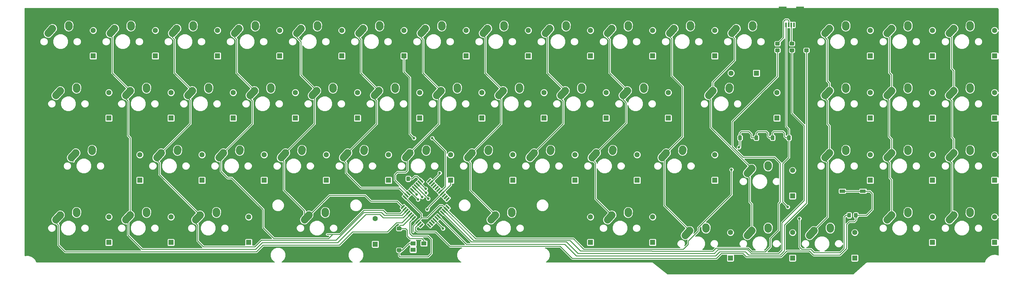
<source format=gbr>
G04 #@! TF.GenerationSoftware,KiCad,Pcbnew,(5.0.0-3-g5ebb6b6)*
G04 #@! TF.CreationDate,2019-05-05T10:35:57-03:00*
G04 #@! TF.ProjectId,elongate,656C6F6E676174652E6B696361645F70,rev?*
G04 #@! TF.SameCoordinates,Original*
G04 #@! TF.FileFunction,Copper,L2,Bot,Signal*
G04 #@! TF.FilePolarity,Positive*
%FSLAX46Y46*%
G04 Gerber Fmt 4.6, Leading zero omitted, Abs format (unit mm)*
G04 Created by KiCad (PCBNEW (5.0.0-3-g5ebb6b6)) date 2019 May 05, Sunday 10:35:57*
%MOMM*%
%LPD*%
G01*
G04 APERTURE LIST*
G04 #@! TA.AperFunction,ComponentPad*
%ADD10C,2.250000*%
G04 #@! TD*
G04 #@! TA.AperFunction,Conductor*
%ADD11C,2.250000*%
G04 #@! TD*
G04 #@! TA.AperFunction,ComponentPad*
%ADD12R,1.600000X1.600000*%
G04 #@! TD*
G04 #@! TA.AperFunction,ComponentPad*
%ADD13C,1.600000*%
G04 #@! TD*
G04 #@! TA.AperFunction,Conductor*
%ADD14C,0.100000*%
G04 #@! TD*
G04 #@! TA.AperFunction,SMDPad,CuDef*
%ADD15C,1.150000*%
G04 #@! TD*
G04 #@! TA.AperFunction,SMDPad,CuDef*
%ADD16R,1.600000X1.300000*%
G04 #@! TD*
G04 #@! TA.AperFunction,SMDPad,CuDef*
%ADD17R,1.700000X1.000000*%
G04 #@! TD*
G04 #@! TA.AperFunction,SMDPad,CuDef*
%ADD18R,2.350000X0.800000*%
G04 #@! TD*
G04 #@! TA.AperFunction,SMDPad,CuDef*
%ADD19R,0.500000X1.400000*%
G04 #@! TD*
G04 #@! TA.AperFunction,ComponentPad*
%ADD20O,1.500000X4.000000*%
G04 #@! TD*
G04 #@! TA.AperFunction,SMDPad,CuDef*
%ADD21C,0.550000*%
G04 #@! TD*
G04 #@! TA.AperFunction,ViaPad*
%ADD22C,0.800000*%
G04 #@! TD*
G04 #@! TA.AperFunction,Conductor*
%ADD23C,0.250000*%
G04 #@! TD*
G04 #@! TA.AperFunction,Conductor*
%ADD24C,0.254000*%
G04 #@! TD*
G04 APERTURE END LIST*
D10*
G04 #@! TO.P,K_SPACE,1*
G04 #@! TO.N,/col7*
X142756250Y-62675000D03*
X142101251Y-63405000D03*
D11*
G04 #@! TD*
G04 #@! TO.N,/col7*
G04 #@! TO.C,K_SPACE*
X141446250Y-64135000D02*
X142756252Y-62675000D01*
D10*
G04 #@! TO.P,K_SPACE,2*
G04 #@! TO.N,Net-(D_SPACE-Pad2)*
X147776250Y-61885000D03*
D11*
G04 #@! TD*
G04 #@! TO.N,Net-(D_SPACE-Pad2)*
G04 #@! TO.C,K_SPACE*
X147756250Y-62175000D02*
X147796250Y-61595000D01*
D10*
G04 #@! TO.P,K_SPACE,2*
G04 #@! TO.N,Net-(D_SPACE-Pad2)*
X147796250Y-61595000D03*
G04 #@! TD*
G04 #@! TO.P,K_SHIFT,1*
G04 #@! TO.N,/col0*
X14168750Y-43625000D03*
X13513751Y-44355000D03*
D11*
G04 #@! TD*
G04 #@! TO.N,/col0*
G04 #@! TO.C,K_SHIFT*
X12858750Y-45085000D02*
X14168752Y-43625000D01*
D10*
G04 #@! TO.P,K_SHIFT,2*
G04 #@! TO.N,Net-(D_SHIFT-Pad2)*
X19188750Y-42835000D03*
D11*
G04 #@! TD*
G04 #@! TO.N,Net-(D_SHIFT-Pad2)*
G04 #@! TO.C,K_SHIFT*
X19168750Y-43125000D02*
X19208750Y-42545000D01*
D10*
G04 #@! TO.P,K_SHIFT,2*
G04 #@! TO.N,Net-(D_SHIFT-Pad2)*
X19208750Y-42545000D03*
G04 #@! TD*
G04 #@! TO.P,K_CTRL1,1*
G04 #@! TO.N,/col0*
X9406250Y-62675000D03*
X8751251Y-63405000D03*
D11*
G04 #@! TD*
G04 #@! TO.N,/col0*
G04 #@! TO.C,K_CTRL1*
X8096250Y-64135000D02*
X9406252Y-62675000D01*
D10*
G04 #@! TO.P,K_CTRL1,2*
G04 #@! TO.N,Net-(D_CTRL1-Pad2)*
X14426250Y-61885000D03*
D11*
G04 #@! TD*
G04 #@! TO.N,Net-(D_CTRL1-Pad2)*
G04 #@! TO.C,K_CTRL1*
X14406250Y-62175000D02*
X14446250Y-61595000D01*
D10*
G04 #@! TO.P,K_CTRL1,2*
G04 #@! TO.N,Net-(D_CTRL1-Pad2)*
X14446250Y-61595000D03*
G04 #@! TD*
G04 #@! TO.P,K_TAB,1*
G04 #@! TO.N,/col0*
X7025000Y-5525000D03*
X6370001Y-6255000D03*
D11*
G04 #@! TD*
G04 #@! TO.N,/col0*
G04 #@! TO.C,K_TAB*
X5715000Y-6985000D02*
X7025002Y-5525000D01*
D10*
G04 #@! TO.P,K_TAB,2*
G04 #@! TO.N,Net-(D_TAB-Pad2)*
X12045000Y-4735000D03*
D11*
G04 #@! TD*
G04 #@! TO.N,Net-(D_TAB-Pad2)*
G04 #@! TO.C,K_TAB*
X12025000Y-5025000D02*
X12065000Y-4445000D01*
D10*
G04 #@! TO.P,K_TAB,2*
G04 #@! TO.N,Net-(D_TAB-Pad2)*
X12065000Y-4445000D03*
G04 #@! TD*
D12*
G04 #@! TO.P,D_TAB,1*
G04 #@! TO.N,/row0*
X19550000Y-13925000D03*
D13*
G04 #@! TO.P,D_TAB,2*
G04 #@! TO.N,Net-(D_TAB-Pad2)*
X19550000Y-6125000D03*
G04 #@! TD*
D10*
G04 #@! TO.P,K_Q,1*
G04 #@! TO.N,/col1*
X26075000Y-5525000D03*
X25420001Y-6255000D03*
D11*
G04 #@! TD*
G04 #@! TO.N,/col1*
G04 #@! TO.C,K_Q*
X24765000Y-6985000D02*
X26075002Y-5525000D01*
D10*
G04 #@! TO.P,K_Q,2*
G04 #@! TO.N,Net-(D_Q-Pad2)*
X31095000Y-4735000D03*
D11*
G04 #@! TD*
G04 #@! TO.N,Net-(D_Q-Pad2)*
G04 #@! TO.C,K_Q*
X31075000Y-5025000D02*
X31115000Y-4445000D01*
D10*
G04 #@! TO.P,K_Q,2*
G04 #@! TO.N,Net-(D_Q-Pad2)*
X31115000Y-4445000D03*
G04 #@! TD*
D12*
G04 #@! TO.P,D_Q,1*
G04 #@! TO.N,/row0*
X38600000Y-13925000D03*
D13*
G04 #@! TO.P,D_Q,2*
G04 #@! TO.N,Net-(D_Q-Pad2)*
X38600000Y-6125000D03*
G04 #@! TD*
D10*
G04 #@! TO.P,K_W,1*
G04 #@! TO.N,/col2*
X45125000Y-5525000D03*
X44470001Y-6255000D03*
D11*
G04 #@! TD*
G04 #@! TO.N,/col2*
G04 #@! TO.C,K_W*
X43815000Y-6985000D02*
X45125002Y-5525000D01*
D10*
G04 #@! TO.P,K_W,2*
G04 #@! TO.N,Net-(D_W-Pad2)*
X50145000Y-4735000D03*
D11*
G04 #@! TD*
G04 #@! TO.N,Net-(D_W-Pad2)*
G04 #@! TO.C,K_W*
X50125000Y-5025000D02*
X50165000Y-4445000D01*
D10*
G04 #@! TO.P,K_W,2*
G04 #@! TO.N,Net-(D_W-Pad2)*
X50165000Y-4445000D03*
G04 #@! TD*
D12*
G04 #@! TO.P,D_W,1*
G04 #@! TO.N,/row0*
X57650000Y-13925000D03*
D13*
G04 #@! TO.P,D_W,2*
G04 #@! TO.N,Net-(D_W-Pad2)*
X57650000Y-6125000D03*
G04 #@! TD*
D10*
G04 #@! TO.P,K_E,1*
G04 #@! TO.N,/col3*
X64175000Y-5525000D03*
X63520001Y-6255000D03*
D11*
G04 #@! TD*
G04 #@! TO.N,/col3*
G04 #@! TO.C,K_E*
X62865000Y-6985000D02*
X64175002Y-5525000D01*
D10*
G04 #@! TO.P,K_E,2*
G04 #@! TO.N,Net-(D_E-Pad2)*
X69195000Y-4735000D03*
D11*
G04 #@! TD*
G04 #@! TO.N,Net-(D_E-Pad2)*
G04 #@! TO.C,K_E*
X69175000Y-5025000D02*
X69215000Y-4445000D01*
D10*
G04 #@! TO.P,K_E,2*
G04 #@! TO.N,Net-(D_E-Pad2)*
X69215000Y-4445000D03*
G04 #@! TD*
D12*
G04 #@! TO.P,D_E,1*
G04 #@! TO.N,/row0*
X76700000Y-13925000D03*
D13*
G04 #@! TO.P,D_E,2*
G04 #@! TO.N,Net-(D_E-Pad2)*
X76700000Y-6125000D03*
G04 #@! TD*
D10*
G04 #@! TO.P,K_R,1*
G04 #@! TO.N,/col4*
X83225000Y-5525000D03*
X82570001Y-6255000D03*
D11*
G04 #@! TD*
G04 #@! TO.N,/col4*
G04 #@! TO.C,K_R*
X81915000Y-6985000D02*
X83225002Y-5525000D01*
D10*
G04 #@! TO.P,K_R,2*
G04 #@! TO.N,Net-(D_R-Pad2)*
X88245000Y-4735000D03*
D11*
G04 #@! TD*
G04 #@! TO.N,Net-(D_R-Pad2)*
G04 #@! TO.C,K_R*
X88225000Y-5025000D02*
X88265000Y-4445000D01*
D10*
G04 #@! TO.P,K_R,2*
G04 #@! TO.N,Net-(D_R-Pad2)*
X88265000Y-4445000D03*
G04 #@! TD*
D12*
G04 #@! TO.P,D_R,1*
G04 #@! TO.N,/row0*
X95750000Y-13925000D03*
D13*
G04 #@! TO.P,D_R,2*
G04 #@! TO.N,Net-(D_R-Pad2)*
X95750000Y-6125000D03*
G04 #@! TD*
D10*
G04 #@! TO.P,K_T,1*
G04 #@! TO.N,/col5*
X102275000Y-5525000D03*
X101620001Y-6255000D03*
D11*
G04 #@! TD*
G04 #@! TO.N,/col5*
G04 #@! TO.C,K_T*
X100965000Y-6985000D02*
X102275002Y-5525000D01*
D10*
G04 #@! TO.P,K_T,2*
G04 #@! TO.N,Net-(D_T-Pad2)*
X107295000Y-4735000D03*
D11*
G04 #@! TD*
G04 #@! TO.N,Net-(D_T-Pad2)*
G04 #@! TO.C,K_T*
X107275000Y-5025000D02*
X107315000Y-4445000D01*
D10*
G04 #@! TO.P,K_T,2*
G04 #@! TO.N,Net-(D_T-Pad2)*
X107315000Y-4445000D03*
G04 #@! TD*
D12*
G04 #@! TO.P,D_T,1*
G04 #@! TO.N,/row0*
X114800000Y-13925000D03*
D13*
G04 #@! TO.P,D_T,2*
G04 #@! TO.N,Net-(D_T-Pad2)*
X114800000Y-6125000D03*
G04 #@! TD*
D10*
G04 #@! TO.P,K_Y,1*
G04 #@! TO.N,/col6*
X121325000Y-5525000D03*
X120670001Y-6255000D03*
D11*
G04 #@! TD*
G04 #@! TO.N,/col6*
G04 #@! TO.C,K_Y*
X120015000Y-6985000D02*
X121325002Y-5525000D01*
D10*
G04 #@! TO.P,K_Y,2*
G04 #@! TO.N,Net-(D_Y-Pad2)*
X126345000Y-4735000D03*
D11*
G04 #@! TD*
G04 #@! TO.N,Net-(D_Y-Pad2)*
G04 #@! TO.C,K_Y*
X126325000Y-5025000D02*
X126365000Y-4445000D01*
D10*
G04 #@! TO.P,K_Y,2*
G04 #@! TO.N,Net-(D_Y-Pad2)*
X126365000Y-4445000D03*
G04 #@! TD*
D12*
G04 #@! TO.P,D_Y,1*
G04 #@! TO.N,/row0*
X133850000Y-13925000D03*
D13*
G04 #@! TO.P,D_Y,2*
G04 #@! TO.N,Net-(D_Y-Pad2)*
X133850000Y-6125000D03*
G04 #@! TD*
D10*
G04 #@! TO.P,K_U,1*
G04 #@! TO.N,/col7*
X140375000Y-5525000D03*
X139720001Y-6255000D03*
D11*
G04 #@! TD*
G04 #@! TO.N,/col7*
G04 #@! TO.C,K_U*
X139065000Y-6985000D02*
X140375002Y-5525000D01*
D10*
G04 #@! TO.P,K_U,2*
G04 #@! TO.N,Net-(D_U-Pad2)*
X145395000Y-4735000D03*
D11*
G04 #@! TD*
G04 #@! TO.N,Net-(D_U-Pad2)*
G04 #@! TO.C,K_U*
X145375000Y-5025000D02*
X145415000Y-4445000D01*
D10*
G04 #@! TO.P,K_U,2*
G04 #@! TO.N,Net-(D_U-Pad2)*
X145415000Y-4445000D03*
G04 #@! TD*
D12*
G04 #@! TO.P,D_U,1*
G04 #@! TO.N,/row0*
X152900000Y-13925000D03*
D13*
G04 #@! TO.P,D_U,2*
G04 #@! TO.N,Net-(D_U-Pad2)*
X152900000Y-6125000D03*
G04 #@! TD*
D10*
G04 #@! TO.P,K_I,1*
G04 #@! TO.N,/col8*
X159425000Y-5525000D03*
X158770001Y-6255000D03*
D11*
G04 #@! TD*
G04 #@! TO.N,/col8*
G04 #@! TO.C,K_I*
X158115000Y-6985000D02*
X159425002Y-5525000D01*
D10*
G04 #@! TO.P,K_I,2*
G04 #@! TO.N,Net-(D_I-Pad2)*
X164445000Y-4735000D03*
D11*
G04 #@! TD*
G04 #@! TO.N,Net-(D_I-Pad2)*
G04 #@! TO.C,K_I*
X164425000Y-5025000D02*
X164465000Y-4445000D01*
D10*
G04 #@! TO.P,K_I,2*
G04 #@! TO.N,Net-(D_I-Pad2)*
X164465000Y-4445000D03*
G04 #@! TD*
D12*
G04 #@! TO.P,D_I,1*
G04 #@! TO.N,/row0*
X171950000Y-13925000D03*
D13*
G04 #@! TO.P,D_I,2*
G04 #@! TO.N,Net-(D_I-Pad2)*
X171950000Y-6125000D03*
G04 #@! TD*
D10*
G04 #@! TO.P,K_O,1*
G04 #@! TO.N,/col9*
X178475000Y-5525000D03*
X177820001Y-6255000D03*
D11*
G04 #@! TD*
G04 #@! TO.N,/col9*
G04 #@! TO.C,K_O*
X177165000Y-6985000D02*
X178475002Y-5525000D01*
D10*
G04 #@! TO.P,K_O,2*
G04 #@! TO.N,Net-(D_O-Pad2)*
X183495000Y-4735000D03*
D11*
G04 #@! TD*
G04 #@! TO.N,Net-(D_O-Pad2)*
G04 #@! TO.C,K_O*
X183475000Y-5025000D02*
X183515000Y-4445000D01*
D10*
G04 #@! TO.P,K_O,2*
G04 #@! TO.N,Net-(D_O-Pad2)*
X183515000Y-4445000D03*
G04 #@! TD*
D12*
G04 #@! TO.P,D_O,1*
G04 #@! TO.N,/row0*
X191000000Y-13925000D03*
D13*
G04 #@! TO.P,D_O,2*
G04 #@! TO.N,Net-(D_O-Pad2)*
X191000000Y-6125000D03*
G04 #@! TD*
D10*
G04 #@! TO.P,K_P,1*
G04 #@! TO.N,/col10*
X197525000Y-5525000D03*
X196870001Y-6255000D03*
D11*
G04 #@! TD*
G04 #@! TO.N,/col10*
G04 #@! TO.C,K_P*
X196215000Y-6985000D02*
X197525002Y-5525000D01*
D10*
G04 #@! TO.P,K_P,2*
G04 #@! TO.N,Net-(D_P-Pad2)*
X202545000Y-4735000D03*
D11*
G04 #@! TD*
G04 #@! TO.N,Net-(D_P-Pad2)*
G04 #@! TO.C,K_P*
X202525000Y-5025000D02*
X202565000Y-4445000D01*
D10*
G04 #@! TO.P,K_P,2*
G04 #@! TO.N,Net-(D_P-Pad2)*
X202565000Y-4445000D03*
G04 #@! TD*
D12*
G04 #@! TO.P,D_P,1*
G04 #@! TO.N,/row0*
X210050000Y-13925000D03*
D13*
G04 #@! TO.P,D_P,2*
G04 #@! TO.N,Net-(D_P-Pad2)*
X210050000Y-6125000D03*
G04 #@! TD*
D10*
G04 #@! TO.P,K_BS,1*
G04 #@! TO.N,/col11*
X216575000Y-5525000D03*
X215920001Y-6255000D03*
D11*
G04 #@! TD*
G04 #@! TO.N,/col11*
G04 #@! TO.C,K_BS*
X215265000Y-6985000D02*
X216575002Y-5525000D01*
D10*
G04 #@! TO.P,K_BS,2*
G04 #@! TO.N,Net-(D_&LARR;-Pad2)*
X221595000Y-4735000D03*
D11*
G04 #@! TD*
G04 #@! TO.N,Net-(D_&LARR;-Pad2)*
G04 #@! TO.C,K_BS*
X221575000Y-5025000D02*
X221615000Y-4445000D01*
D10*
G04 #@! TO.P,K_BS,2*
G04 #@! TO.N,Net-(D_&LARR;-Pad2)*
X221615000Y-4445000D03*
G04 #@! TD*
D12*
G04 #@! TO.P,D_BS,1*
G04 #@! TO.N,/row0*
X222800000Y-19200000D03*
D13*
G04 #@! TO.P,D_BS,2*
G04 #@! TO.N,Net-(D_&LARR;-Pad2)*
X215000000Y-19200000D03*
G04 #@! TD*
D10*
G04 #@! TO.P,K_7,1*
G04 #@! TO.N,/col12*
X245150000Y-5525000D03*
X244495001Y-6255000D03*
D11*
G04 #@! TD*
G04 #@! TO.N,/col12*
G04 #@! TO.C,K_7*
X243840000Y-6985000D02*
X245150002Y-5525000D01*
D10*
G04 #@! TO.P,K_7,2*
G04 #@! TO.N,Net-(D_7-Pad2)*
X250170000Y-4735000D03*
D11*
G04 #@! TD*
G04 #@! TO.N,Net-(D_7-Pad2)*
G04 #@! TO.C,K_7*
X250150000Y-5025000D02*
X250190000Y-4445000D01*
D10*
G04 #@! TO.P,K_7,2*
G04 #@! TO.N,Net-(D_7-Pad2)*
X250190000Y-4445000D03*
G04 #@! TD*
D12*
G04 #@! TO.P,D_7,1*
G04 #@! TO.N,/row0*
X257675000Y-13925000D03*
D13*
G04 #@! TO.P,D_7,2*
G04 #@! TO.N,Net-(D_7-Pad2)*
X257675000Y-6125000D03*
G04 #@! TD*
D10*
G04 #@! TO.P,K_8,1*
G04 #@! TO.N,/col13*
X264200000Y-5525000D03*
X263545001Y-6255000D03*
D11*
G04 #@! TD*
G04 #@! TO.N,/col13*
G04 #@! TO.C,K_8*
X262890000Y-6985000D02*
X264200002Y-5525000D01*
D10*
G04 #@! TO.P,K_8,2*
G04 #@! TO.N,Net-(D_8-Pad2)*
X269220000Y-4735000D03*
D11*
G04 #@! TD*
G04 #@! TO.N,Net-(D_8-Pad2)*
G04 #@! TO.C,K_8*
X269200000Y-5025000D02*
X269240000Y-4445000D01*
D10*
G04 #@! TO.P,K_8,2*
G04 #@! TO.N,Net-(D_8-Pad2)*
X269240000Y-4445000D03*
G04 #@! TD*
D12*
G04 #@! TO.P,D_8,1*
G04 #@! TO.N,/row0*
X276725000Y-13925000D03*
D13*
G04 #@! TO.P,D_8,2*
G04 #@! TO.N,Net-(D_8-Pad2)*
X276725000Y-6125000D03*
G04 #@! TD*
D10*
G04 #@! TO.P,K_9,1*
G04 #@! TO.N,/col14*
X283250000Y-5525000D03*
X282595001Y-6255000D03*
D11*
G04 #@! TD*
G04 #@! TO.N,/col14*
G04 #@! TO.C,K_9*
X281940000Y-6985000D02*
X283250002Y-5525000D01*
D10*
G04 #@! TO.P,K_9,2*
G04 #@! TO.N,Net-(D_9-Pad2)*
X288270000Y-4735000D03*
D11*
G04 #@! TD*
G04 #@! TO.N,Net-(D_9-Pad2)*
G04 #@! TO.C,K_9*
X288250000Y-5025000D02*
X288290000Y-4445000D01*
D10*
G04 #@! TO.P,K_9,2*
G04 #@! TO.N,Net-(D_9-Pad2)*
X288290000Y-4445000D03*
G04 #@! TD*
D12*
G04 #@! TO.P,D_9,1*
G04 #@! TO.N,/row0*
X295775000Y-13925000D03*
D13*
G04 #@! TO.P,D_9,2*
G04 #@! TO.N,Net-(D_9-Pad2)*
X295775000Y-6125000D03*
G04 #@! TD*
D10*
G04 #@! TO.P,K_CTRL,1*
G04 #@! TO.N,/col0*
X9406250Y-24575000D03*
X8751251Y-25305000D03*
D11*
G04 #@! TD*
G04 #@! TO.N,/col0*
G04 #@! TO.C,K_CTRL*
X8096250Y-26035000D02*
X9406252Y-24575000D01*
D10*
G04 #@! TO.P,K_CTRL,2*
G04 #@! TO.N,Net-(D_CTRL-Pad2)*
X14426250Y-23785000D03*
D11*
G04 #@! TD*
G04 #@! TO.N,Net-(D_CTRL-Pad2)*
G04 #@! TO.C,K_CTRL*
X14406250Y-24075000D02*
X14446250Y-23495000D01*
D10*
G04 #@! TO.P,K_CTRL,2*
G04 #@! TO.N,Net-(D_CTRL-Pad2)*
X14446250Y-23495000D03*
G04 #@! TD*
D12*
G04 #@! TO.P,D_CTRL,1*
G04 #@! TO.N,/row1*
X24312500Y-32975000D03*
D13*
G04 #@! TO.P,D_CTRL,2*
G04 #@! TO.N,Net-(D_CTRL-Pad2)*
X24312500Y-25175000D03*
G04 #@! TD*
D10*
G04 #@! TO.P,K_A,1*
G04 #@! TO.N,/col1*
X30837500Y-24575000D03*
X30182501Y-25305000D03*
D11*
G04 #@! TD*
G04 #@! TO.N,/col1*
G04 #@! TO.C,K_A*
X29527500Y-26035000D02*
X30837502Y-24575000D01*
D10*
G04 #@! TO.P,K_A,2*
G04 #@! TO.N,Net-(D_A-Pad2)*
X35857500Y-23785000D03*
D11*
G04 #@! TD*
G04 #@! TO.N,Net-(D_A-Pad2)*
G04 #@! TO.C,K_A*
X35837500Y-24075000D02*
X35877500Y-23495000D01*
D10*
G04 #@! TO.P,K_A,2*
G04 #@! TO.N,Net-(D_A-Pad2)*
X35877500Y-23495000D03*
G04 #@! TD*
D12*
G04 #@! TO.P,D_A,1*
G04 #@! TO.N,/row1*
X43362500Y-32975000D03*
D13*
G04 #@! TO.P,D_A,2*
G04 #@! TO.N,Net-(D_A-Pad2)*
X43362500Y-25175000D03*
G04 #@! TD*
D10*
G04 #@! TO.P,K_S,1*
G04 #@! TO.N,/col2*
X49887500Y-24575000D03*
X49232501Y-25305000D03*
D11*
G04 #@! TD*
G04 #@! TO.N,/col2*
G04 #@! TO.C,K_S*
X48577500Y-26035000D02*
X49887502Y-24575000D01*
D10*
G04 #@! TO.P,K_S,2*
G04 #@! TO.N,Net-(D_S-Pad2)*
X54907500Y-23785000D03*
D11*
G04 #@! TD*
G04 #@! TO.N,Net-(D_S-Pad2)*
G04 #@! TO.C,K_S*
X54887500Y-24075000D02*
X54927500Y-23495000D01*
D10*
G04 #@! TO.P,K_S,2*
G04 #@! TO.N,Net-(D_S-Pad2)*
X54927500Y-23495000D03*
G04 #@! TD*
D12*
G04 #@! TO.P,D_S,1*
G04 #@! TO.N,/row1*
X62412500Y-32975000D03*
D13*
G04 #@! TO.P,D_S,2*
G04 #@! TO.N,Net-(D_S-Pad2)*
X62412500Y-25175000D03*
G04 #@! TD*
D10*
G04 #@! TO.P,K_D,1*
G04 #@! TO.N,/col3*
X68937500Y-24575000D03*
X68282501Y-25305000D03*
D11*
G04 #@! TD*
G04 #@! TO.N,/col3*
G04 #@! TO.C,K_D*
X67627500Y-26035000D02*
X68937502Y-24575000D01*
D10*
G04 #@! TO.P,K_D,2*
G04 #@! TO.N,Net-(D_D-Pad2)*
X73957500Y-23785000D03*
D11*
G04 #@! TD*
G04 #@! TO.N,Net-(D_D-Pad2)*
G04 #@! TO.C,K_D*
X73937500Y-24075000D02*
X73977500Y-23495000D01*
D10*
G04 #@! TO.P,K_D,2*
G04 #@! TO.N,Net-(D_D-Pad2)*
X73977500Y-23495000D03*
G04 #@! TD*
D12*
G04 #@! TO.P,D_D,1*
G04 #@! TO.N,/row1*
X81462500Y-32975000D03*
D13*
G04 #@! TO.P,D_D,2*
G04 #@! TO.N,Net-(D_D-Pad2)*
X81462500Y-25175000D03*
G04 #@! TD*
D10*
G04 #@! TO.P,K_F,1*
G04 #@! TO.N,/col4*
X87987500Y-24575000D03*
X87332501Y-25305000D03*
D11*
G04 #@! TD*
G04 #@! TO.N,/col4*
G04 #@! TO.C,K_F*
X86677500Y-26035000D02*
X87987502Y-24575000D01*
D10*
G04 #@! TO.P,K_F,2*
G04 #@! TO.N,Net-(D_F-Pad2)*
X93007500Y-23785000D03*
D11*
G04 #@! TD*
G04 #@! TO.N,Net-(D_F-Pad2)*
G04 #@! TO.C,K_F*
X92987500Y-24075000D02*
X93027500Y-23495000D01*
D10*
G04 #@! TO.P,K_F,2*
G04 #@! TO.N,Net-(D_F-Pad2)*
X93027500Y-23495000D03*
G04 #@! TD*
D12*
G04 #@! TO.P,D_F,1*
G04 #@! TO.N,/row1*
X100512500Y-32975000D03*
D13*
G04 #@! TO.P,D_F,2*
G04 #@! TO.N,Net-(D_F-Pad2)*
X100512500Y-25175000D03*
G04 #@! TD*
D10*
G04 #@! TO.P,K_G,1*
G04 #@! TO.N,/col5*
X107037500Y-24575000D03*
X106382501Y-25305000D03*
D11*
G04 #@! TD*
G04 #@! TO.N,/col5*
G04 #@! TO.C,K_G*
X105727500Y-26035000D02*
X107037502Y-24575000D01*
D10*
G04 #@! TO.P,K_G,2*
G04 #@! TO.N,Net-(D_G-Pad2)*
X112057500Y-23785000D03*
D11*
G04 #@! TD*
G04 #@! TO.N,Net-(D_G-Pad2)*
G04 #@! TO.C,K_G*
X112037500Y-24075000D02*
X112077500Y-23495000D01*
D10*
G04 #@! TO.P,K_G,2*
G04 #@! TO.N,Net-(D_G-Pad2)*
X112077500Y-23495000D03*
G04 #@! TD*
D12*
G04 #@! TO.P,D_G,1*
G04 #@! TO.N,/row1*
X119562500Y-32975000D03*
D13*
G04 #@! TO.P,D_G,2*
G04 #@! TO.N,Net-(D_G-Pad2)*
X119562500Y-25175000D03*
G04 #@! TD*
D10*
G04 #@! TO.P,K_H,1*
G04 #@! TO.N,/col6*
X126087500Y-24575000D03*
X125432501Y-25305000D03*
D11*
G04 #@! TD*
G04 #@! TO.N,/col6*
G04 #@! TO.C,K_H*
X124777500Y-26035000D02*
X126087502Y-24575000D01*
D10*
G04 #@! TO.P,K_H,2*
G04 #@! TO.N,Net-(D_H-Pad2)*
X131107500Y-23785000D03*
D11*
G04 #@! TD*
G04 #@! TO.N,Net-(D_H-Pad2)*
G04 #@! TO.C,K_H*
X131087500Y-24075000D02*
X131127500Y-23495000D01*
D10*
G04 #@! TO.P,K_H,2*
G04 #@! TO.N,Net-(D_H-Pad2)*
X131127500Y-23495000D03*
G04 #@! TD*
D12*
G04 #@! TO.P,D_H,1*
G04 #@! TO.N,/row1*
X138612500Y-32975000D03*
D13*
G04 #@! TO.P,D_H,2*
G04 #@! TO.N,Net-(D_H-Pad2)*
X138612500Y-25175000D03*
G04 #@! TD*
D10*
G04 #@! TO.P,K_J,1*
G04 #@! TO.N,/col7*
X145137500Y-24575000D03*
X144482501Y-25305000D03*
D11*
G04 #@! TD*
G04 #@! TO.N,/col7*
G04 #@! TO.C,K_J*
X143827500Y-26035000D02*
X145137502Y-24575000D01*
D10*
G04 #@! TO.P,K_J,2*
G04 #@! TO.N,Net-(D_J-Pad2)*
X150157500Y-23785000D03*
D11*
G04 #@! TD*
G04 #@! TO.N,Net-(D_J-Pad2)*
G04 #@! TO.C,K_J*
X150137500Y-24075000D02*
X150177500Y-23495000D01*
D10*
G04 #@! TO.P,K_J,2*
G04 #@! TO.N,Net-(D_J-Pad2)*
X150177500Y-23495000D03*
G04 #@! TD*
D12*
G04 #@! TO.P,D_J,1*
G04 #@! TO.N,/row1*
X157662500Y-32975000D03*
D13*
G04 #@! TO.P,D_J,2*
G04 #@! TO.N,Net-(D_J-Pad2)*
X157662500Y-25175000D03*
G04 #@! TD*
D10*
G04 #@! TO.P,K_K,1*
G04 #@! TO.N,/col8*
X164187500Y-24575000D03*
X163532501Y-25305000D03*
D11*
G04 #@! TD*
G04 #@! TO.N,/col8*
G04 #@! TO.C,K_K*
X162877500Y-26035000D02*
X164187502Y-24575000D01*
D10*
G04 #@! TO.P,K_K,2*
G04 #@! TO.N,Net-(D_K-Pad2)*
X169207500Y-23785000D03*
D11*
G04 #@! TD*
G04 #@! TO.N,Net-(D_K-Pad2)*
G04 #@! TO.C,K_K*
X169187500Y-24075000D02*
X169227500Y-23495000D01*
D10*
G04 #@! TO.P,K_K,2*
G04 #@! TO.N,Net-(D_K-Pad2)*
X169227500Y-23495000D03*
G04 #@! TD*
D12*
G04 #@! TO.P,D_K,1*
G04 #@! TO.N,/row1*
X176712500Y-32975000D03*
D13*
G04 #@! TO.P,D_K,2*
G04 #@! TO.N,Net-(D_K-Pad2)*
X176712500Y-25175000D03*
G04 #@! TD*
D10*
G04 #@! TO.P,K_L,1*
G04 #@! TO.N,/col9*
X183237500Y-24575000D03*
X182582501Y-25305000D03*
D11*
G04 #@! TD*
G04 #@! TO.N,/col9*
G04 #@! TO.C,K_L*
X181927500Y-26035000D02*
X183237502Y-24575000D01*
D10*
G04 #@! TO.P,K_L,2*
G04 #@! TO.N,Net-(D_L-Pad2)*
X188257500Y-23785000D03*
D11*
G04 #@! TD*
G04 #@! TO.N,Net-(D_L-Pad2)*
G04 #@! TO.C,K_L*
X188237500Y-24075000D02*
X188277500Y-23495000D01*
D10*
G04 #@! TO.P,K_L,2*
G04 #@! TO.N,Net-(D_L-Pad2)*
X188277500Y-23495000D03*
G04 #@! TD*
D12*
G04 #@! TO.P,D_L,1*
G04 #@! TO.N,/row1*
X195762500Y-32975000D03*
D13*
G04 #@! TO.P,D_L,2*
G04 #@! TO.N,Net-(D_L-Pad2)*
X195762500Y-25175000D03*
G04 #@! TD*
D10*
G04 #@! TO.P,K_ENTER,1*
G04 #@! TO.N,/col11*
X209431250Y-24575000D03*
X208776251Y-25305000D03*
D11*
G04 #@! TD*
G04 #@! TO.N,/col11*
G04 #@! TO.C,K_ENTER*
X208121250Y-26035000D02*
X209431252Y-24575000D01*
D10*
G04 #@! TO.P,K_ENTER,2*
G04 #@! TO.N,Net-(D_ENTER-Pad2)*
X214451250Y-23785000D03*
D11*
G04 #@! TD*
G04 #@! TO.N,Net-(D_ENTER-Pad2)*
G04 #@! TO.C,K_ENTER*
X214431250Y-24075000D02*
X214471250Y-23495000D01*
D10*
G04 #@! TO.P,K_ENTER,2*
G04 #@! TO.N,Net-(D_ENTER-Pad2)*
X214471250Y-23495000D03*
G04 #@! TD*
D12*
G04 #@! TO.P,D_ENTER,1*
G04 #@! TO.N,/row1*
X229100000Y-32975000D03*
D13*
G04 #@! TO.P,D_ENTER,2*
G04 #@! TO.N,Net-(D_ENTER-Pad2)*
X229100000Y-25175000D03*
G04 #@! TD*
D10*
G04 #@! TO.P,K_4,1*
G04 #@! TO.N,/col12*
X245150000Y-24575000D03*
X244495001Y-25305000D03*
D11*
G04 #@! TD*
G04 #@! TO.N,/col12*
G04 #@! TO.C,K_4*
X243840000Y-26035000D02*
X245150002Y-24575000D01*
D10*
G04 #@! TO.P,K_4,2*
G04 #@! TO.N,Net-(D_4-Pad2)*
X250170000Y-23785000D03*
D11*
G04 #@! TD*
G04 #@! TO.N,Net-(D_4-Pad2)*
G04 #@! TO.C,K_4*
X250150000Y-24075000D02*
X250190000Y-23495000D01*
D10*
G04 #@! TO.P,K_4,2*
G04 #@! TO.N,Net-(D_4-Pad2)*
X250190000Y-23495000D03*
G04 #@! TD*
D12*
G04 #@! TO.P,D_4,1*
G04 #@! TO.N,/row1*
X257675000Y-32975000D03*
D13*
G04 #@! TO.P,D_4,2*
G04 #@! TO.N,Net-(D_4-Pad2)*
X257675000Y-25175000D03*
G04 #@! TD*
D10*
G04 #@! TO.P,K_5,1*
G04 #@! TO.N,/col13*
X264200000Y-24575000D03*
X263545001Y-25305000D03*
D11*
G04 #@! TD*
G04 #@! TO.N,/col13*
G04 #@! TO.C,K_5*
X262890000Y-26035000D02*
X264200002Y-24575000D01*
D10*
G04 #@! TO.P,K_5,2*
G04 #@! TO.N,Net-(D_5-Pad2)*
X269220000Y-23785000D03*
D11*
G04 #@! TD*
G04 #@! TO.N,Net-(D_5-Pad2)*
G04 #@! TO.C,K_5*
X269200000Y-24075000D02*
X269240000Y-23495000D01*
D10*
G04 #@! TO.P,K_5,2*
G04 #@! TO.N,Net-(D_5-Pad2)*
X269240000Y-23495000D03*
G04 #@! TD*
D12*
G04 #@! TO.P,D_5,1*
G04 #@! TO.N,/row1*
X276725000Y-32975000D03*
D13*
G04 #@! TO.P,D_5,2*
G04 #@! TO.N,Net-(D_5-Pad2)*
X276725000Y-25175000D03*
G04 #@! TD*
D10*
G04 #@! TO.P,K_6,1*
G04 #@! TO.N,/col14*
X283250000Y-24575000D03*
X282595001Y-25305000D03*
D11*
G04 #@! TD*
G04 #@! TO.N,/col14*
G04 #@! TO.C,K_6*
X281940000Y-26035000D02*
X283250002Y-24575000D01*
D10*
G04 #@! TO.P,K_6,2*
G04 #@! TO.N,Net-(D_6-Pad2)*
X288270000Y-23785000D03*
D11*
G04 #@! TD*
G04 #@! TO.N,Net-(D_6-Pad2)*
G04 #@! TO.C,K_6*
X288250000Y-24075000D02*
X288290000Y-23495000D01*
D10*
G04 #@! TO.P,K_6,2*
G04 #@! TO.N,Net-(D_6-Pad2)*
X288290000Y-23495000D03*
G04 #@! TD*
D12*
G04 #@! TO.P,D_6,1*
G04 #@! TO.N,/row1*
X295775000Y-32975000D03*
D13*
G04 #@! TO.P,D_6,2*
G04 #@! TO.N,Net-(D_6-Pad2)*
X295775000Y-25175000D03*
G04 #@! TD*
D12*
G04 #@! TO.P,D_SHIFT,1*
G04 #@! TO.N,/row2*
X33837500Y-52025000D03*
D13*
G04 #@! TO.P,D_SHIFT,2*
G04 #@! TO.N,Net-(D_SHIFT-Pad2)*
X33837500Y-44225000D03*
G04 #@! TD*
D10*
G04 #@! TO.P,K_Z,1*
G04 #@! TO.N,/col2*
X40362500Y-43625000D03*
X39707501Y-44355000D03*
D11*
G04 #@! TD*
G04 #@! TO.N,/col2*
G04 #@! TO.C,K_Z*
X39052500Y-45085000D02*
X40362502Y-43625000D01*
D10*
G04 #@! TO.P,K_Z,2*
G04 #@! TO.N,Net-(D_Z-Pad2)*
X45382500Y-42835000D03*
D11*
G04 #@! TD*
G04 #@! TO.N,Net-(D_Z-Pad2)*
G04 #@! TO.C,K_Z*
X45362500Y-43125000D02*
X45402500Y-42545000D01*
D10*
G04 #@! TO.P,K_Z,2*
G04 #@! TO.N,Net-(D_Z-Pad2)*
X45402500Y-42545000D03*
G04 #@! TD*
D12*
G04 #@! TO.P,D_Z,1*
G04 #@! TO.N,/row2*
X52887500Y-52025000D03*
D13*
G04 #@! TO.P,D_Z,2*
G04 #@! TO.N,Net-(D_Z-Pad2)*
X52887500Y-44225000D03*
G04 #@! TD*
D10*
G04 #@! TO.P,K_X,1*
G04 #@! TO.N,/col3*
X59412500Y-43625000D03*
X58757501Y-44355000D03*
D11*
G04 #@! TD*
G04 #@! TO.N,/col3*
G04 #@! TO.C,K_X*
X58102500Y-45085000D02*
X59412502Y-43625000D01*
D10*
G04 #@! TO.P,K_X,2*
G04 #@! TO.N,Net-(D_X-Pad2)*
X64432500Y-42835000D03*
D11*
G04 #@! TD*
G04 #@! TO.N,Net-(D_X-Pad2)*
G04 #@! TO.C,K_X*
X64412500Y-43125000D02*
X64452500Y-42545000D01*
D10*
G04 #@! TO.P,K_X,2*
G04 #@! TO.N,Net-(D_X-Pad2)*
X64452500Y-42545000D03*
G04 #@! TD*
D12*
G04 #@! TO.P,D_X,1*
G04 #@! TO.N,/row2*
X71937500Y-52025000D03*
D13*
G04 #@! TO.P,D_X,2*
G04 #@! TO.N,Net-(D_X-Pad2)*
X71937500Y-44225000D03*
G04 #@! TD*
D10*
G04 #@! TO.P,K_C,1*
G04 #@! TO.N,/col4*
X78462500Y-43625000D03*
X77807501Y-44355000D03*
D11*
G04 #@! TD*
G04 #@! TO.N,/col4*
G04 #@! TO.C,K_C*
X77152500Y-45085000D02*
X78462502Y-43625000D01*
D10*
G04 #@! TO.P,K_C,2*
G04 #@! TO.N,Net-(D_C-Pad2)*
X83482500Y-42835000D03*
D11*
G04 #@! TD*
G04 #@! TO.N,Net-(D_C-Pad2)*
G04 #@! TO.C,K_C*
X83462500Y-43125000D02*
X83502500Y-42545000D01*
D10*
G04 #@! TO.P,K_C,2*
G04 #@! TO.N,Net-(D_C-Pad2)*
X83502500Y-42545000D03*
G04 #@! TD*
D12*
G04 #@! TO.P,D_C,1*
G04 #@! TO.N,/row2*
X90987500Y-52025000D03*
D13*
G04 #@! TO.P,D_C,2*
G04 #@! TO.N,Net-(D_C-Pad2)*
X90987500Y-44225000D03*
G04 #@! TD*
D10*
G04 #@! TO.P,K_V,1*
G04 #@! TO.N,/col5*
X97512500Y-43625000D03*
X96857501Y-44355000D03*
D11*
G04 #@! TD*
G04 #@! TO.N,/col5*
G04 #@! TO.C,K_V*
X96202500Y-45085000D02*
X97512502Y-43625000D01*
D10*
G04 #@! TO.P,K_V,2*
G04 #@! TO.N,Net-(D_V-Pad2)*
X102532500Y-42835000D03*
D11*
G04 #@! TD*
G04 #@! TO.N,Net-(D_V-Pad2)*
G04 #@! TO.C,K_V*
X102512500Y-43125000D02*
X102552500Y-42545000D01*
D10*
G04 #@! TO.P,K_V,2*
G04 #@! TO.N,Net-(D_V-Pad2)*
X102552500Y-42545000D03*
G04 #@! TD*
D12*
G04 #@! TO.P,D_V,1*
G04 #@! TO.N,/row2*
X110037500Y-52025000D03*
D13*
G04 #@! TO.P,D_V,2*
G04 #@! TO.N,Net-(D_V-Pad2)*
X110037500Y-44225000D03*
G04 #@! TD*
D10*
G04 #@! TO.P,K_B,1*
G04 #@! TO.N,/col6*
X116562500Y-43625000D03*
X115907501Y-44355000D03*
D11*
G04 #@! TD*
G04 #@! TO.N,/col6*
G04 #@! TO.C,K_B*
X115252500Y-45085000D02*
X116562502Y-43625000D01*
D10*
G04 #@! TO.P,K_B,2*
G04 #@! TO.N,Net-(D_B-Pad2)*
X121582500Y-42835000D03*
D11*
G04 #@! TD*
G04 #@! TO.N,Net-(D_B-Pad2)*
G04 #@! TO.C,K_B*
X121562500Y-43125000D02*
X121602500Y-42545000D01*
D10*
G04 #@! TO.P,K_B,2*
G04 #@! TO.N,Net-(D_B-Pad2)*
X121602500Y-42545000D03*
G04 #@! TD*
D12*
G04 #@! TO.P,D_B,1*
G04 #@! TO.N,/row2*
X129087500Y-52025000D03*
D13*
G04 #@! TO.P,D_B,2*
G04 #@! TO.N,Net-(D_B-Pad2)*
X129087500Y-44225000D03*
G04 #@! TD*
D10*
G04 #@! TO.P,K_N,1*
G04 #@! TO.N,/col7*
X135612500Y-43625000D03*
X134957501Y-44355000D03*
D11*
G04 #@! TD*
G04 #@! TO.N,/col7*
G04 #@! TO.C,K_N*
X134302500Y-45085000D02*
X135612502Y-43625000D01*
D10*
G04 #@! TO.P,K_N,2*
G04 #@! TO.N,Net-(D_N-Pad2)*
X140632500Y-42835000D03*
D11*
G04 #@! TD*
G04 #@! TO.N,Net-(D_N-Pad2)*
G04 #@! TO.C,K_N*
X140612500Y-43125000D02*
X140652500Y-42545000D01*
D10*
G04 #@! TO.P,K_N,2*
G04 #@! TO.N,Net-(D_N-Pad2)*
X140652500Y-42545000D03*
G04 #@! TD*
D12*
G04 #@! TO.P,D_N,1*
G04 #@! TO.N,/row2*
X148137500Y-52025000D03*
D13*
G04 #@! TO.P,D_N,2*
G04 #@! TO.N,Net-(D_N-Pad2)*
X148137500Y-44225000D03*
G04 #@! TD*
D10*
G04 #@! TO.P,K_M,1*
G04 #@! TO.N,/col8*
X154662500Y-43625000D03*
X154007501Y-44355000D03*
D11*
G04 #@! TD*
G04 #@! TO.N,/col8*
G04 #@! TO.C,K_M*
X153352500Y-45085000D02*
X154662502Y-43625000D01*
D10*
G04 #@! TO.P,K_M,2*
G04 #@! TO.N,Net-(D_M-Pad2)*
X159682500Y-42835000D03*
D11*
G04 #@! TD*
G04 #@! TO.N,Net-(D_M-Pad2)*
G04 #@! TO.C,K_M*
X159662500Y-43125000D02*
X159702500Y-42545000D01*
D10*
G04 #@! TO.P,K_M,2*
G04 #@! TO.N,Net-(D_M-Pad2)*
X159702500Y-42545000D03*
G04 #@! TD*
D12*
G04 #@! TO.P,D_M,1*
G04 #@! TO.N,/row2*
X167187500Y-52025000D03*
D13*
G04 #@! TO.P,D_M,2*
G04 #@! TO.N,Net-(D_M-Pad2)*
X167187500Y-44225000D03*
G04 #@! TD*
D10*
G04 #@! TO.P,K_COMMA,1*
G04 #@! TO.N,/col9*
X173712500Y-43625000D03*
X173057501Y-44355000D03*
D11*
G04 #@! TD*
G04 #@! TO.N,/col9*
G04 #@! TO.C,K_COMMA*
X172402500Y-45085000D02*
X173712502Y-43625000D01*
D10*
G04 #@! TO.P,K_COMMA,2*
G04 #@! TO.N,Net-(D_COMMA-Pad2)*
X178732500Y-42835000D03*
D11*
G04 #@! TD*
G04 #@! TO.N,Net-(D_COMMA-Pad2)*
G04 #@! TO.C,K_COMMA*
X178712500Y-43125000D02*
X178752500Y-42545000D01*
D10*
G04 #@! TO.P,K_COMMA,2*
G04 #@! TO.N,Net-(D_COMMA-Pad2)*
X178752500Y-42545000D03*
G04 #@! TD*
D12*
G04 #@! TO.P,D_COMMA,1*
G04 #@! TO.N,/row2*
X186237500Y-52025000D03*
D13*
G04 #@! TO.P,D_COMMA,2*
G04 #@! TO.N,Net-(D_COMMA-Pad2)*
X186237500Y-44225000D03*
G04 #@! TD*
D10*
G04 #@! TO.P,K_FN1,1*
G04 #@! TO.N,/col10*
X195143750Y-43625000D03*
X194488751Y-44355000D03*
D11*
G04 #@! TD*
G04 #@! TO.N,/col10*
G04 #@! TO.C,K_FN1*
X193833750Y-45085000D02*
X195143752Y-43625000D01*
D10*
G04 #@! TO.P,K_FN1,2*
G04 #@! TO.N,Net-(D_FN1-Pad2)*
X200163750Y-42835000D03*
D11*
G04 #@! TD*
G04 #@! TO.N,Net-(D_FN1-Pad2)*
G04 #@! TO.C,K_FN1*
X200143750Y-43125000D02*
X200183750Y-42545000D01*
D10*
G04 #@! TO.P,K_FN1,2*
G04 #@! TO.N,Net-(D_FN1-Pad2)*
X200183750Y-42545000D03*
G04 #@! TD*
D12*
G04 #@! TO.P,D_FN1,1*
G04 #@! TO.N,/row2*
X210050000Y-52025000D03*
D13*
G04 #@! TO.P,D_FN1,2*
G04 #@! TO.N,Net-(D_FN1-Pad2)*
X210050000Y-44225000D03*
G04 #@! TD*
D10*
G04 #@! TO.P,K_UP,1*
G04 #@! TO.N,/col11*
X221337500Y-48387500D03*
X220682501Y-49117500D03*
D11*
G04 #@! TD*
G04 #@! TO.N,/col11*
G04 #@! TO.C,K_UP*
X220027500Y-49847500D02*
X221337502Y-48387500D01*
D10*
G04 #@! TO.P,K_UP,2*
G04 #@! TO.N,Net-(D_&UARR;-Pad2)*
X226357500Y-47597500D03*
D11*
G04 #@! TD*
G04 #@! TO.N,Net-(D_&UARR;-Pad2)*
G04 #@! TO.C,K_UP*
X226337500Y-47887500D02*
X226377500Y-47307500D01*
D10*
G04 #@! TO.P,K_UP,2*
G04 #@! TO.N,Net-(D_&UARR;-Pad2)*
X226377500Y-47307500D03*
G04 #@! TD*
D12*
G04 #@! TO.P,D_UP,1*
G04 #@! TO.N,/row2*
X233862500Y-56787500D03*
D13*
G04 #@! TO.P,D_UP,2*
G04 #@! TO.N,Net-(D_&UARR;-Pad2)*
X233862500Y-48987500D03*
G04 #@! TD*
D10*
G04 #@! TO.P,K_1,1*
G04 #@! TO.N,/col12*
X245150000Y-43625000D03*
X244495001Y-44355000D03*
D11*
G04 #@! TD*
G04 #@! TO.N,/col12*
G04 #@! TO.C,K_1*
X243840000Y-45085000D02*
X245150002Y-43625000D01*
D10*
G04 #@! TO.P,K_1,2*
G04 #@! TO.N,Net-(D_1-Pad2)*
X250170000Y-42835000D03*
D11*
G04 #@! TD*
G04 #@! TO.N,Net-(D_1-Pad2)*
G04 #@! TO.C,K_1*
X250150000Y-43125000D02*
X250190000Y-42545000D01*
D10*
G04 #@! TO.P,K_1,2*
G04 #@! TO.N,Net-(D_1-Pad2)*
X250190000Y-42545000D03*
G04 #@! TD*
D12*
G04 #@! TO.P,D_1,1*
G04 #@! TO.N,/row2*
X257675000Y-52025000D03*
D13*
G04 #@! TO.P,D_1,2*
G04 #@! TO.N,Net-(D_1-Pad2)*
X257675000Y-44225000D03*
G04 #@! TD*
D10*
G04 #@! TO.P,K_2,1*
G04 #@! TO.N,/col13*
X264200000Y-43625000D03*
X263545001Y-44355000D03*
D11*
G04 #@! TD*
G04 #@! TO.N,/col13*
G04 #@! TO.C,K_2*
X262890000Y-45085000D02*
X264200002Y-43625000D01*
D10*
G04 #@! TO.P,K_2,2*
G04 #@! TO.N,Net-(D_2-Pad2)*
X269220000Y-42835000D03*
D11*
G04 #@! TD*
G04 #@! TO.N,Net-(D_2-Pad2)*
G04 #@! TO.C,K_2*
X269200000Y-43125000D02*
X269240000Y-42545000D01*
D10*
G04 #@! TO.P,K_2,2*
G04 #@! TO.N,Net-(D_2-Pad2)*
X269240000Y-42545000D03*
G04 #@! TD*
D12*
G04 #@! TO.P,D_2,1*
G04 #@! TO.N,/row2*
X276725000Y-52025000D03*
D13*
G04 #@! TO.P,D_2,2*
G04 #@! TO.N,Net-(D_2-Pad2)*
X276725000Y-44225000D03*
G04 #@! TD*
D10*
G04 #@! TO.P,K_3,1*
G04 #@! TO.N,/col14*
X283250000Y-43625000D03*
X282595001Y-44355000D03*
D11*
G04 #@! TD*
G04 #@! TO.N,/col14*
G04 #@! TO.C,K_3*
X281940000Y-45085000D02*
X283250002Y-43625000D01*
D10*
G04 #@! TO.P,K_3,2*
G04 #@! TO.N,Net-(D_3-Pad2)*
X288270000Y-42835000D03*
D11*
G04 #@! TD*
G04 #@! TO.N,Net-(D_3-Pad2)*
G04 #@! TO.C,K_3*
X288250000Y-43125000D02*
X288290000Y-42545000D01*
D10*
G04 #@! TO.P,K_3,2*
G04 #@! TO.N,Net-(D_3-Pad2)*
X288290000Y-42545000D03*
G04 #@! TD*
D12*
G04 #@! TO.P,D_3,1*
G04 #@! TO.N,/row2*
X295775000Y-52025000D03*
D13*
G04 #@! TO.P,D_3,2*
G04 #@! TO.N,Net-(D_3-Pad2)*
X295775000Y-44225000D03*
G04 #@! TD*
D12*
G04 #@! TO.P,D_CTRL1,1*
G04 #@! TO.N,/row3*
X24312500Y-71075000D03*
D13*
G04 #@! TO.P,D_CTRL1,2*
G04 #@! TO.N,Net-(D_CTRL1-Pad2)*
X24312500Y-63275000D03*
G04 #@! TD*
D10*
G04 #@! TO.P,K_WIN,1*
G04 #@! TO.N,/col1*
X30837500Y-62675000D03*
X30182501Y-63405000D03*
D11*
G04 #@! TD*
G04 #@! TO.N,/col1*
G04 #@! TO.C,K_WIN*
X29527500Y-64135000D02*
X30837502Y-62675000D01*
D10*
G04 #@! TO.P,K_WIN,2*
G04 #@! TO.N,Net-(D_WIN-Pad2)*
X35857500Y-61885000D03*
D11*
G04 #@! TD*
G04 #@! TO.N,Net-(D_WIN-Pad2)*
G04 #@! TO.C,K_WIN*
X35837500Y-62175000D02*
X35877500Y-61595000D01*
D10*
G04 #@! TO.P,K_WIN,2*
G04 #@! TO.N,Net-(D_WIN-Pad2)*
X35877500Y-61595000D03*
G04 #@! TD*
D12*
G04 #@! TO.P,D_WIN,1*
G04 #@! TO.N,/row3*
X43362500Y-71075000D03*
D13*
G04 #@! TO.P,D_WIN,2*
G04 #@! TO.N,Net-(D_WIN-Pad2)*
X43362500Y-63275000D03*
G04 #@! TD*
D10*
G04 #@! TO.P,K_ALT,1*
G04 #@! TO.N,/col2*
X52268750Y-62675000D03*
X51613751Y-63405000D03*
D11*
G04 #@! TD*
G04 #@! TO.N,/col2*
G04 #@! TO.C,K_ALT*
X50958750Y-64135000D02*
X52268752Y-62675000D01*
D10*
G04 #@! TO.P,K_ALT,2*
G04 #@! TO.N,Net-(D_ALT-Pad2)*
X57288750Y-61885000D03*
D11*
G04 #@! TD*
G04 #@! TO.N,Net-(D_ALT-Pad2)*
G04 #@! TO.C,K_ALT*
X57268750Y-62175000D02*
X57308750Y-61595000D01*
D10*
G04 #@! TO.P,K_ALT,2*
G04 #@! TO.N,Net-(D_ALT-Pad2)*
X57308750Y-61595000D03*
G04 #@! TD*
D12*
G04 #@! TO.P,D_ALT,1*
G04 #@! TO.N,/row3*
X67175000Y-71075000D03*
D13*
G04 #@! TO.P,D_ALT,2*
G04 #@! TO.N,Net-(D_ALT-Pad2)*
X67175000Y-63275000D03*
G04 #@! TD*
D10*
G04 #@! TO.P,K_FN2,1*
G04 #@! TO.N,/col4*
X85606250Y-62675000D03*
X84951251Y-63405000D03*
D11*
G04 #@! TD*
G04 #@! TO.N,/col4*
G04 #@! TO.C,K_FN2*
X84296250Y-64135000D02*
X85606252Y-62675000D01*
D10*
G04 #@! TO.P,K_FN2,2*
G04 #@! TO.N,Net-(D_FN2-Pad2)*
X90626250Y-61885000D03*
D11*
G04 #@! TD*
G04 #@! TO.N,Net-(D_FN2-Pad2)*
G04 #@! TO.C,K_FN2*
X90606250Y-62175000D02*
X90646250Y-61595000D01*
D10*
G04 #@! TO.P,K_FN2,2*
G04 #@! TO.N,Net-(D_FN2-Pad2)*
X90646250Y-61595000D03*
G04 #@! TD*
D12*
G04 #@! TO.P,D_FN2,1*
G04 #@! TO.N,/row3*
X106000000Y-71600000D03*
D13*
G04 #@! TO.P,D_FN2,2*
G04 #@! TO.N,Net-(D_FN2-Pad2)*
X106000000Y-63800000D03*
G04 #@! TD*
D12*
G04 #@! TO.P,D_SPACE,1*
G04 #@! TO.N,/row3*
X171950000Y-71075000D03*
D13*
G04 #@! TO.P,D_SPACE,2*
G04 #@! TO.N,Net-(D_SPACE-Pad2)*
X171950000Y-63275000D03*
G04 #@! TD*
D10*
G04 #@! TO.P,K_ALT1,1*
G04 #@! TO.N,/col9*
X178475000Y-62675000D03*
X177820001Y-63405000D03*
D11*
G04 #@! TD*
G04 #@! TO.N,/col9*
G04 #@! TO.C,K_ALT1*
X177165000Y-64135000D02*
X178475002Y-62675000D01*
D10*
G04 #@! TO.P,K_ALT1,2*
G04 #@! TO.N,Net-(D_ALT1-Pad2)*
X183495000Y-61885000D03*
D11*
G04 #@! TD*
G04 #@! TO.N,Net-(D_ALT1-Pad2)*
G04 #@! TO.C,K_ALT1*
X183475000Y-62175000D02*
X183515000Y-61595000D01*
D10*
G04 #@! TO.P,K_ALT1,2*
G04 #@! TO.N,Net-(D_ALT1-Pad2)*
X183515000Y-61595000D03*
G04 #@! TD*
D12*
G04 #@! TO.P,D_ALT1,1*
G04 #@! TO.N,/row3*
X191000000Y-71075000D03*
D13*
G04 #@! TO.P,D_ALT1,2*
G04 #@! TO.N,Net-(D_ALT1-Pad2)*
X191000000Y-63275000D03*
G04 #@! TD*
D10*
G04 #@! TO.P,K_LEFT,1*
G04 #@! TO.N,/col10*
X202287500Y-67437500D03*
X201632501Y-68167500D03*
D11*
G04 #@! TD*
G04 #@! TO.N,/col10*
G04 #@! TO.C,K_LEFT*
X200977500Y-68897500D02*
X202287502Y-67437500D01*
D10*
G04 #@! TO.P,K_LEFT,2*
G04 #@! TO.N,Net-(D_&LARR;1-Pad2)*
X207307500Y-66647500D03*
D11*
G04 #@! TD*
G04 #@! TO.N,Net-(D_&LARR;1-Pad2)*
G04 #@! TO.C,K_LEFT*
X207287500Y-66937500D02*
X207327500Y-66357500D01*
D10*
G04 #@! TO.P,K_LEFT,2*
G04 #@! TO.N,Net-(D_&LARR;1-Pad2)*
X207327500Y-66357500D03*
G04 #@! TD*
D12*
G04 #@! TO.P,D_LEFT,1*
G04 #@! TO.N,/row3*
X214812500Y-75837500D03*
D13*
G04 #@! TO.P,D_LEFT,2*
G04 #@! TO.N,Net-(D_&LARR;1-Pad2)*
X214812500Y-68037500D03*
G04 #@! TD*
D10*
G04 #@! TO.P,K_DOWN,1*
G04 #@! TO.N,/col11*
X221337500Y-67437500D03*
X220682501Y-68167500D03*
D11*
G04 #@! TD*
G04 #@! TO.N,/col11*
G04 #@! TO.C,K_DOWN*
X220027500Y-68897500D02*
X221337502Y-67437500D01*
D10*
G04 #@! TO.P,K_DOWN,2*
G04 #@! TO.N,Net-(D_&DARR;-Pad2)*
X226357500Y-66647500D03*
D11*
G04 #@! TD*
G04 #@! TO.N,Net-(D_&DARR;-Pad2)*
G04 #@! TO.C,K_DOWN*
X226337500Y-66937500D02*
X226377500Y-66357500D01*
D10*
G04 #@! TO.P,K_DOWN,2*
G04 #@! TO.N,Net-(D_&DARR;-Pad2)*
X226377500Y-66357500D03*
G04 #@! TD*
D12*
G04 #@! TO.P,D_DOWN,1*
G04 #@! TO.N,/row3*
X233862500Y-75837500D03*
D13*
G04 #@! TO.P,D_DOWN,2*
G04 #@! TO.N,Net-(D_&DARR;-Pad2)*
X233862500Y-68037500D03*
G04 #@! TD*
D10*
G04 #@! TO.P,K_RIGHT,1*
G04 #@! TO.N,/col12*
X240387500Y-67437500D03*
X239732501Y-68167500D03*
D11*
G04 #@! TD*
G04 #@! TO.N,/col12*
G04 #@! TO.C,K_RIGHT*
X239077500Y-68897500D02*
X240387502Y-67437500D01*
D10*
G04 #@! TO.P,K_RIGHT,2*
G04 #@! TO.N,Net-(D_&RARR;-Pad2)*
X245407500Y-66647500D03*
D11*
G04 #@! TD*
G04 #@! TO.N,Net-(D_&RARR;-Pad2)*
G04 #@! TO.C,K_RIGHT*
X245387500Y-66937500D02*
X245427500Y-66357500D01*
D10*
G04 #@! TO.P,K_RIGHT,2*
G04 #@! TO.N,Net-(D_&RARR;-Pad2)*
X245427500Y-66357500D03*
G04 #@! TD*
D12*
G04 #@! TO.P,D_RIGHT,1*
G04 #@! TO.N,/row3*
X252912500Y-75837500D03*
D13*
G04 #@! TO.P,D_RIGHT,2*
G04 #@! TO.N,Net-(D_&RARR;-Pad2)*
X252912500Y-68037500D03*
G04 #@! TD*
D10*
G04 #@! TO.P,K_0,1*
G04 #@! TO.N,/col13*
X264200000Y-62675000D03*
X263545001Y-63405000D03*
D11*
G04 #@! TD*
G04 #@! TO.N,/col13*
G04 #@! TO.C,K_0*
X262890000Y-64135000D02*
X264200002Y-62675000D01*
D10*
G04 #@! TO.P,K_0,2*
G04 #@! TO.N,Net-(D_0-Pad2)*
X269220000Y-61885000D03*
D11*
G04 #@! TD*
G04 #@! TO.N,Net-(D_0-Pad2)*
G04 #@! TO.C,K_0*
X269200000Y-62175000D02*
X269240000Y-61595000D01*
D10*
G04 #@! TO.P,K_0,2*
G04 #@! TO.N,Net-(D_0-Pad2)*
X269240000Y-61595000D03*
G04 #@! TD*
D12*
G04 #@! TO.P,D_0,1*
G04 #@! TO.N,/row3*
X276725000Y-71075000D03*
D13*
G04 #@! TO.P,D_0,2*
G04 #@! TO.N,Net-(D_0-Pad2)*
X276725000Y-63275000D03*
G04 #@! TD*
D10*
G04 #@! TO.P,K_DOT,1*
G04 #@! TO.N,/col14*
X283250000Y-62675000D03*
X282595001Y-63405000D03*
D11*
G04 #@! TD*
G04 #@! TO.N,/col14*
G04 #@! TO.C,K_DOT*
X281940000Y-64135000D02*
X283250002Y-62675000D01*
D10*
G04 #@! TO.P,K_DOT,2*
G04 #@! TO.N,Net-(D_DOT-Pad2)*
X288270000Y-61885000D03*
D11*
G04 #@! TD*
G04 #@! TO.N,Net-(D_DOT-Pad2)*
G04 #@! TO.C,K_DOT*
X288250000Y-62175000D02*
X288290000Y-61595000D01*
D10*
G04 #@! TO.P,K_DOT,2*
G04 #@! TO.N,Net-(D_DOT-Pad2)*
X288290000Y-61595000D03*
G04 #@! TD*
D12*
G04 #@! TO.P,D_DOT,1*
G04 #@! TO.N,/row3*
X295775000Y-71075000D03*
D13*
G04 #@! TO.P,D_DOT,2*
G04 #@! TO.N,Net-(D_DOT-Pad2)*
X295775000Y-63275000D03*
G04 #@! TD*
D14*
G04 #@! TO.N,Net-(C1-Pad1)*
G04 #@! TO.C,C1*
G36*
X113758505Y-72850204D02*
X113782773Y-72853804D01*
X113806572Y-72859765D01*
X113829671Y-72868030D01*
X113851850Y-72878520D01*
X113872893Y-72891132D01*
X113892599Y-72905747D01*
X113910777Y-72922223D01*
X113927253Y-72940401D01*
X113941868Y-72960107D01*
X113954480Y-72981150D01*
X113964970Y-73003329D01*
X113973235Y-73026428D01*
X113979196Y-73050227D01*
X113982796Y-73074495D01*
X113984000Y-73098999D01*
X113984000Y-73749001D01*
X113982796Y-73773505D01*
X113979196Y-73797773D01*
X113973235Y-73821572D01*
X113964970Y-73844671D01*
X113954480Y-73866850D01*
X113941868Y-73887893D01*
X113927253Y-73907599D01*
X113910777Y-73925777D01*
X113892599Y-73942253D01*
X113872893Y-73956868D01*
X113851850Y-73969480D01*
X113829671Y-73979970D01*
X113806572Y-73988235D01*
X113782773Y-73994196D01*
X113758505Y-73997796D01*
X113734001Y-73999000D01*
X112833999Y-73999000D01*
X112809495Y-73997796D01*
X112785227Y-73994196D01*
X112761428Y-73988235D01*
X112738329Y-73979970D01*
X112716150Y-73969480D01*
X112695107Y-73956868D01*
X112675401Y-73942253D01*
X112657223Y-73925777D01*
X112640747Y-73907599D01*
X112626132Y-73887893D01*
X112613520Y-73866850D01*
X112603030Y-73844671D01*
X112594765Y-73821572D01*
X112588804Y-73797773D01*
X112585204Y-73773505D01*
X112584000Y-73749001D01*
X112584000Y-73098999D01*
X112585204Y-73074495D01*
X112588804Y-73050227D01*
X112594765Y-73026428D01*
X112603030Y-73003329D01*
X112613520Y-72981150D01*
X112626132Y-72960107D01*
X112640747Y-72940401D01*
X112657223Y-72922223D01*
X112675401Y-72905747D01*
X112695107Y-72891132D01*
X112716150Y-72878520D01*
X112738329Y-72868030D01*
X112761428Y-72859765D01*
X112785227Y-72853804D01*
X112809495Y-72850204D01*
X112833999Y-72849000D01*
X113734001Y-72849000D01*
X113758505Y-72850204D01*
X113758505Y-72850204D01*
G37*
D15*
G04 #@! TD*
G04 #@! TO.P,C1,1*
G04 #@! TO.N,Net-(C1-Pad1)*
X113284000Y-73424000D03*
D14*
G04 #@! TO.N,GND*
G04 #@! TO.C,C1*
G36*
X113758505Y-70800204D02*
X113782773Y-70803804D01*
X113806572Y-70809765D01*
X113829671Y-70818030D01*
X113851850Y-70828520D01*
X113872893Y-70841132D01*
X113892599Y-70855747D01*
X113910777Y-70872223D01*
X113927253Y-70890401D01*
X113941868Y-70910107D01*
X113954480Y-70931150D01*
X113964970Y-70953329D01*
X113973235Y-70976428D01*
X113979196Y-71000227D01*
X113982796Y-71024495D01*
X113984000Y-71048999D01*
X113984000Y-71699001D01*
X113982796Y-71723505D01*
X113979196Y-71747773D01*
X113973235Y-71771572D01*
X113964970Y-71794671D01*
X113954480Y-71816850D01*
X113941868Y-71837893D01*
X113927253Y-71857599D01*
X113910777Y-71875777D01*
X113892599Y-71892253D01*
X113872893Y-71906868D01*
X113851850Y-71919480D01*
X113829671Y-71929970D01*
X113806572Y-71938235D01*
X113782773Y-71944196D01*
X113758505Y-71947796D01*
X113734001Y-71949000D01*
X112833999Y-71949000D01*
X112809495Y-71947796D01*
X112785227Y-71944196D01*
X112761428Y-71938235D01*
X112738329Y-71929970D01*
X112716150Y-71919480D01*
X112695107Y-71906868D01*
X112675401Y-71892253D01*
X112657223Y-71875777D01*
X112640747Y-71857599D01*
X112626132Y-71837893D01*
X112613520Y-71816850D01*
X112603030Y-71794671D01*
X112594765Y-71771572D01*
X112588804Y-71747773D01*
X112585204Y-71723505D01*
X112584000Y-71699001D01*
X112584000Y-71048999D01*
X112585204Y-71024495D01*
X112588804Y-71000227D01*
X112594765Y-70976428D01*
X112603030Y-70953329D01*
X112613520Y-70931150D01*
X112626132Y-70910107D01*
X112640747Y-70890401D01*
X112657223Y-70872223D01*
X112675401Y-70855747D01*
X112695107Y-70841132D01*
X112716150Y-70828520D01*
X112738329Y-70818030D01*
X112761428Y-70809765D01*
X112785227Y-70803804D01*
X112809495Y-70800204D01*
X112833999Y-70799000D01*
X113734001Y-70799000D01*
X113758505Y-70800204D01*
X113758505Y-70800204D01*
G37*
D15*
G04 #@! TD*
G04 #@! TO.P,C1,2*
G04 #@! TO.N,GND*
X113284000Y-71374000D03*
D14*
G04 #@! TO.N,Net-(C2-Pad1)*
G04 #@! TO.C,C2*
G36*
X113758505Y-66228204D02*
X113782773Y-66231804D01*
X113806572Y-66237765D01*
X113829671Y-66246030D01*
X113851850Y-66256520D01*
X113872893Y-66269132D01*
X113892599Y-66283747D01*
X113910777Y-66300223D01*
X113927253Y-66318401D01*
X113941868Y-66338107D01*
X113954480Y-66359150D01*
X113964970Y-66381329D01*
X113973235Y-66404428D01*
X113979196Y-66428227D01*
X113982796Y-66452495D01*
X113984000Y-66476999D01*
X113984000Y-67127001D01*
X113982796Y-67151505D01*
X113979196Y-67175773D01*
X113973235Y-67199572D01*
X113964970Y-67222671D01*
X113954480Y-67244850D01*
X113941868Y-67265893D01*
X113927253Y-67285599D01*
X113910777Y-67303777D01*
X113892599Y-67320253D01*
X113872893Y-67334868D01*
X113851850Y-67347480D01*
X113829671Y-67357970D01*
X113806572Y-67366235D01*
X113782773Y-67372196D01*
X113758505Y-67375796D01*
X113734001Y-67377000D01*
X112833999Y-67377000D01*
X112809495Y-67375796D01*
X112785227Y-67372196D01*
X112761428Y-67366235D01*
X112738329Y-67357970D01*
X112716150Y-67347480D01*
X112695107Y-67334868D01*
X112675401Y-67320253D01*
X112657223Y-67303777D01*
X112640747Y-67285599D01*
X112626132Y-67265893D01*
X112613520Y-67244850D01*
X112603030Y-67222671D01*
X112594765Y-67199572D01*
X112588804Y-67175773D01*
X112585204Y-67151505D01*
X112584000Y-67127001D01*
X112584000Y-66476999D01*
X112585204Y-66452495D01*
X112588804Y-66428227D01*
X112594765Y-66404428D01*
X112603030Y-66381329D01*
X112613520Y-66359150D01*
X112626132Y-66338107D01*
X112640747Y-66318401D01*
X112657223Y-66300223D01*
X112675401Y-66283747D01*
X112695107Y-66269132D01*
X112716150Y-66256520D01*
X112738329Y-66246030D01*
X112761428Y-66237765D01*
X112785227Y-66231804D01*
X112809495Y-66228204D01*
X112833999Y-66227000D01*
X113734001Y-66227000D01*
X113758505Y-66228204D01*
X113758505Y-66228204D01*
G37*
D15*
G04 #@! TD*
G04 #@! TO.P,C2,1*
G04 #@! TO.N,Net-(C2-Pad1)*
X113284000Y-66802000D03*
D14*
G04 #@! TO.N,GND*
G04 #@! TO.C,C2*
G36*
X113758505Y-68278204D02*
X113782773Y-68281804D01*
X113806572Y-68287765D01*
X113829671Y-68296030D01*
X113851850Y-68306520D01*
X113872893Y-68319132D01*
X113892599Y-68333747D01*
X113910777Y-68350223D01*
X113927253Y-68368401D01*
X113941868Y-68388107D01*
X113954480Y-68409150D01*
X113964970Y-68431329D01*
X113973235Y-68454428D01*
X113979196Y-68478227D01*
X113982796Y-68502495D01*
X113984000Y-68526999D01*
X113984000Y-69177001D01*
X113982796Y-69201505D01*
X113979196Y-69225773D01*
X113973235Y-69249572D01*
X113964970Y-69272671D01*
X113954480Y-69294850D01*
X113941868Y-69315893D01*
X113927253Y-69335599D01*
X113910777Y-69353777D01*
X113892599Y-69370253D01*
X113872893Y-69384868D01*
X113851850Y-69397480D01*
X113829671Y-69407970D01*
X113806572Y-69416235D01*
X113782773Y-69422196D01*
X113758505Y-69425796D01*
X113734001Y-69427000D01*
X112833999Y-69427000D01*
X112809495Y-69425796D01*
X112785227Y-69422196D01*
X112761428Y-69416235D01*
X112738329Y-69407970D01*
X112716150Y-69397480D01*
X112695107Y-69384868D01*
X112675401Y-69370253D01*
X112657223Y-69353777D01*
X112640747Y-69335599D01*
X112626132Y-69315893D01*
X112613520Y-69294850D01*
X112603030Y-69272671D01*
X112594765Y-69249572D01*
X112588804Y-69225773D01*
X112585204Y-69201505D01*
X112584000Y-69177001D01*
X112584000Y-68526999D01*
X112585204Y-68502495D01*
X112588804Y-68478227D01*
X112594765Y-68454428D01*
X112603030Y-68431329D01*
X112613520Y-68409150D01*
X112626132Y-68388107D01*
X112640747Y-68368401D01*
X112657223Y-68350223D01*
X112675401Y-68333747D01*
X112695107Y-68319132D01*
X112716150Y-68306520D01*
X112738329Y-68296030D01*
X112761428Y-68287765D01*
X112785227Y-68281804D01*
X112809495Y-68278204D01*
X112833999Y-68277000D01*
X113734001Y-68277000D01*
X113758505Y-68278204D01*
X113758505Y-68278204D01*
G37*
D15*
G04 #@! TD*
G04 #@! TO.P,C2,2*
G04 #@! TO.N,GND*
X113284000Y-68852000D03*
D16*
G04 #@! TO.P,X1,1*
G04 #@! TO.N,Net-(C1-Pad1)*
X117602000Y-71374000D03*
G04 #@! TO.P,X1,2*
G04 #@! TO.N,Net-(C2-Pad1)*
X120902000Y-71374000D03*
G04 #@! TO.P,X1,3*
G04 #@! TO.N,GND*
X120902000Y-73374000D03*
G04 #@! TO.P,X1,4*
G04 #@! TO.N,Net-(X1-Pad4)*
X117602000Y-73374000D03*
G04 #@! TD*
D14*
G04 #@! TO.N,Net-(R1-Pad1)*
G04 #@! TO.C,R1*
G36*
X253605505Y-62039204D02*
X253629773Y-62042804D01*
X253653572Y-62048765D01*
X253676671Y-62057030D01*
X253698850Y-62067520D01*
X253719893Y-62080132D01*
X253739599Y-62094747D01*
X253757777Y-62111223D01*
X253774253Y-62129401D01*
X253788868Y-62149107D01*
X253801480Y-62170150D01*
X253811970Y-62192329D01*
X253820235Y-62215428D01*
X253826196Y-62239227D01*
X253829796Y-62263495D01*
X253831000Y-62287999D01*
X253831000Y-63188001D01*
X253829796Y-63212505D01*
X253826196Y-63236773D01*
X253820235Y-63260572D01*
X253811970Y-63283671D01*
X253801480Y-63305850D01*
X253788868Y-63326893D01*
X253774253Y-63346599D01*
X253757777Y-63364777D01*
X253739599Y-63381253D01*
X253719893Y-63395868D01*
X253698850Y-63408480D01*
X253676671Y-63418970D01*
X253653572Y-63427235D01*
X253629773Y-63433196D01*
X253605505Y-63436796D01*
X253581001Y-63438000D01*
X252930999Y-63438000D01*
X252906495Y-63436796D01*
X252882227Y-63433196D01*
X252858428Y-63427235D01*
X252835329Y-63418970D01*
X252813150Y-63408480D01*
X252792107Y-63395868D01*
X252772401Y-63381253D01*
X252754223Y-63364777D01*
X252737747Y-63346599D01*
X252723132Y-63326893D01*
X252710520Y-63305850D01*
X252700030Y-63283671D01*
X252691765Y-63260572D01*
X252685804Y-63236773D01*
X252682204Y-63212505D01*
X252681000Y-63188001D01*
X252681000Y-62287999D01*
X252682204Y-62263495D01*
X252685804Y-62239227D01*
X252691765Y-62215428D01*
X252700030Y-62192329D01*
X252710520Y-62170150D01*
X252723132Y-62149107D01*
X252737747Y-62129401D01*
X252754223Y-62111223D01*
X252772401Y-62094747D01*
X252792107Y-62080132D01*
X252813150Y-62067520D01*
X252835329Y-62057030D01*
X252858428Y-62048765D01*
X252882227Y-62042804D01*
X252906495Y-62039204D01*
X252930999Y-62038000D01*
X253581001Y-62038000D01*
X253605505Y-62039204D01*
X253605505Y-62039204D01*
G37*
D15*
G04 #@! TD*
G04 #@! TO.P,R1,1*
G04 #@! TO.N,Net-(R1-Pad1)*
X253256000Y-62738000D03*
D14*
G04 #@! TO.N,VCC*
G04 #@! TO.C,R1*
G36*
X251555505Y-62039204D02*
X251579773Y-62042804D01*
X251603572Y-62048765D01*
X251626671Y-62057030D01*
X251648850Y-62067520D01*
X251669893Y-62080132D01*
X251689599Y-62094747D01*
X251707777Y-62111223D01*
X251724253Y-62129401D01*
X251738868Y-62149107D01*
X251751480Y-62170150D01*
X251761970Y-62192329D01*
X251770235Y-62215428D01*
X251776196Y-62239227D01*
X251779796Y-62263495D01*
X251781000Y-62287999D01*
X251781000Y-63188001D01*
X251779796Y-63212505D01*
X251776196Y-63236773D01*
X251770235Y-63260572D01*
X251761970Y-63283671D01*
X251751480Y-63305850D01*
X251738868Y-63326893D01*
X251724253Y-63346599D01*
X251707777Y-63364777D01*
X251689599Y-63381253D01*
X251669893Y-63395868D01*
X251648850Y-63408480D01*
X251626671Y-63418970D01*
X251603572Y-63427235D01*
X251579773Y-63433196D01*
X251555505Y-63436796D01*
X251531001Y-63438000D01*
X250880999Y-63438000D01*
X250856495Y-63436796D01*
X250832227Y-63433196D01*
X250808428Y-63427235D01*
X250785329Y-63418970D01*
X250763150Y-63408480D01*
X250742107Y-63395868D01*
X250722401Y-63381253D01*
X250704223Y-63364777D01*
X250687747Y-63346599D01*
X250673132Y-63326893D01*
X250660520Y-63305850D01*
X250650030Y-63283671D01*
X250641765Y-63260572D01*
X250635804Y-63236773D01*
X250632204Y-63212505D01*
X250631000Y-63188001D01*
X250631000Y-62287999D01*
X250632204Y-62263495D01*
X250635804Y-62239227D01*
X250641765Y-62215428D01*
X250650030Y-62192329D01*
X250660520Y-62170150D01*
X250673132Y-62149107D01*
X250687747Y-62129401D01*
X250704223Y-62111223D01*
X250722401Y-62094747D01*
X250742107Y-62080132D01*
X250763150Y-62067520D01*
X250785329Y-62057030D01*
X250808428Y-62048765D01*
X250832227Y-62042804D01*
X250856495Y-62039204D01*
X250880999Y-62038000D01*
X251531001Y-62038000D01*
X251555505Y-62039204D01*
X251555505Y-62039204D01*
G37*
D15*
G04 #@! TD*
G04 #@! TO.P,R1,2*
G04 #@! TO.N,VCC*
X251206000Y-62738000D03*
D17*
G04 #@! TO.P,SW1,1*
G04 #@! TO.N,GND*
X249125000Y-59150000D03*
X255425000Y-59150000D03*
G04 #@! TO.P,SW1,2*
G04 #@! TO.N,Net-(R1-Pad1)*
X249125000Y-55350000D03*
X255425000Y-55350000D03*
G04 #@! TD*
D14*
G04 #@! TO.N,Net-(R2-Pad1)*
G04 #@! TO.C,R2*
G36*
X116427505Y-50863204D02*
X116451773Y-50866804D01*
X116475572Y-50872765D01*
X116498671Y-50881030D01*
X116520850Y-50891520D01*
X116541893Y-50904132D01*
X116561599Y-50918747D01*
X116579777Y-50935223D01*
X116596253Y-50953401D01*
X116610868Y-50973107D01*
X116623480Y-50994150D01*
X116633970Y-51016329D01*
X116642235Y-51039428D01*
X116648196Y-51063227D01*
X116651796Y-51087495D01*
X116653000Y-51111999D01*
X116653000Y-52012001D01*
X116651796Y-52036505D01*
X116648196Y-52060773D01*
X116642235Y-52084572D01*
X116633970Y-52107671D01*
X116623480Y-52129850D01*
X116610868Y-52150893D01*
X116596253Y-52170599D01*
X116579777Y-52188777D01*
X116561599Y-52205253D01*
X116541893Y-52219868D01*
X116520850Y-52232480D01*
X116498671Y-52242970D01*
X116475572Y-52251235D01*
X116451773Y-52257196D01*
X116427505Y-52260796D01*
X116403001Y-52262000D01*
X115752999Y-52262000D01*
X115728495Y-52260796D01*
X115704227Y-52257196D01*
X115680428Y-52251235D01*
X115657329Y-52242970D01*
X115635150Y-52232480D01*
X115614107Y-52219868D01*
X115594401Y-52205253D01*
X115576223Y-52188777D01*
X115559747Y-52170599D01*
X115545132Y-52150893D01*
X115532520Y-52129850D01*
X115522030Y-52107671D01*
X115513765Y-52084572D01*
X115507804Y-52060773D01*
X115504204Y-52036505D01*
X115503000Y-52012001D01*
X115503000Y-51111999D01*
X115504204Y-51087495D01*
X115507804Y-51063227D01*
X115513765Y-51039428D01*
X115522030Y-51016329D01*
X115532520Y-50994150D01*
X115545132Y-50973107D01*
X115559747Y-50953401D01*
X115576223Y-50935223D01*
X115594401Y-50918747D01*
X115614107Y-50904132D01*
X115635150Y-50891520D01*
X115657329Y-50881030D01*
X115680428Y-50872765D01*
X115704227Y-50866804D01*
X115728495Y-50863204D01*
X115752999Y-50862000D01*
X116403001Y-50862000D01*
X116427505Y-50863204D01*
X116427505Y-50863204D01*
G37*
D15*
G04 #@! TD*
G04 #@! TO.P,R2,1*
G04 #@! TO.N,Net-(R2-Pad1)*
X116078000Y-51562000D03*
D14*
G04 #@! TO.N,GND*
G04 #@! TO.C,R2*
G36*
X114377505Y-50863204D02*
X114401773Y-50866804D01*
X114425572Y-50872765D01*
X114448671Y-50881030D01*
X114470850Y-50891520D01*
X114491893Y-50904132D01*
X114511599Y-50918747D01*
X114529777Y-50935223D01*
X114546253Y-50953401D01*
X114560868Y-50973107D01*
X114573480Y-50994150D01*
X114583970Y-51016329D01*
X114592235Y-51039428D01*
X114598196Y-51063227D01*
X114601796Y-51087495D01*
X114603000Y-51111999D01*
X114603000Y-52012001D01*
X114601796Y-52036505D01*
X114598196Y-52060773D01*
X114592235Y-52084572D01*
X114583970Y-52107671D01*
X114573480Y-52129850D01*
X114560868Y-52150893D01*
X114546253Y-52170599D01*
X114529777Y-52188777D01*
X114511599Y-52205253D01*
X114491893Y-52219868D01*
X114470850Y-52232480D01*
X114448671Y-52242970D01*
X114425572Y-52251235D01*
X114401773Y-52257196D01*
X114377505Y-52260796D01*
X114353001Y-52262000D01*
X113702999Y-52262000D01*
X113678495Y-52260796D01*
X113654227Y-52257196D01*
X113630428Y-52251235D01*
X113607329Y-52242970D01*
X113585150Y-52232480D01*
X113564107Y-52219868D01*
X113544401Y-52205253D01*
X113526223Y-52188777D01*
X113509747Y-52170599D01*
X113495132Y-52150893D01*
X113482520Y-52129850D01*
X113472030Y-52107671D01*
X113463765Y-52084572D01*
X113457804Y-52060773D01*
X113454204Y-52036505D01*
X113453000Y-52012001D01*
X113453000Y-51111999D01*
X113454204Y-51087495D01*
X113457804Y-51063227D01*
X113463765Y-51039428D01*
X113472030Y-51016329D01*
X113482520Y-50994150D01*
X113495132Y-50973107D01*
X113509747Y-50953401D01*
X113526223Y-50935223D01*
X113544401Y-50918747D01*
X113564107Y-50904132D01*
X113585150Y-50891520D01*
X113607329Y-50881030D01*
X113630428Y-50872765D01*
X113654227Y-50866804D01*
X113678495Y-50863204D01*
X113702999Y-50862000D01*
X114353001Y-50862000D01*
X114377505Y-50863204D01*
X114377505Y-50863204D01*
G37*
D15*
G04 #@! TD*
G04 #@! TO.P,R2,2*
G04 #@! TO.N,GND*
X114028000Y-51562000D03*
D14*
G04 #@! TO.N,Net-(R3-Pad1)*
G04 #@! TO.C,R3*
G36*
X229709505Y-11636204D02*
X229733773Y-11639804D01*
X229757572Y-11645765D01*
X229780671Y-11654030D01*
X229802850Y-11664520D01*
X229823893Y-11677132D01*
X229843599Y-11691747D01*
X229861777Y-11708223D01*
X229878253Y-11726401D01*
X229892868Y-11746107D01*
X229905480Y-11767150D01*
X229915970Y-11789329D01*
X229924235Y-11812428D01*
X229930196Y-11836227D01*
X229933796Y-11860495D01*
X229935000Y-11884999D01*
X229935000Y-12535001D01*
X229933796Y-12559505D01*
X229930196Y-12583773D01*
X229924235Y-12607572D01*
X229915970Y-12630671D01*
X229905480Y-12652850D01*
X229892868Y-12673893D01*
X229878253Y-12693599D01*
X229861777Y-12711777D01*
X229843599Y-12728253D01*
X229823893Y-12742868D01*
X229802850Y-12755480D01*
X229780671Y-12765970D01*
X229757572Y-12774235D01*
X229733773Y-12780196D01*
X229709505Y-12783796D01*
X229685001Y-12785000D01*
X228784999Y-12785000D01*
X228760495Y-12783796D01*
X228736227Y-12780196D01*
X228712428Y-12774235D01*
X228689329Y-12765970D01*
X228667150Y-12755480D01*
X228646107Y-12742868D01*
X228626401Y-12728253D01*
X228608223Y-12711777D01*
X228591747Y-12693599D01*
X228577132Y-12673893D01*
X228564520Y-12652850D01*
X228554030Y-12630671D01*
X228545765Y-12607572D01*
X228539804Y-12583773D01*
X228536204Y-12559505D01*
X228535000Y-12535001D01*
X228535000Y-11884999D01*
X228536204Y-11860495D01*
X228539804Y-11836227D01*
X228545765Y-11812428D01*
X228554030Y-11789329D01*
X228564520Y-11767150D01*
X228577132Y-11746107D01*
X228591747Y-11726401D01*
X228608223Y-11708223D01*
X228626401Y-11691747D01*
X228646107Y-11677132D01*
X228667150Y-11664520D01*
X228689329Y-11654030D01*
X228712428Y-11645765D01*
X228736227Y-11639804D01*
X228760495Y-11636204D01*
X228784999Y-11635000D01*
X229685001Y-11635000D01*
X229709505Y-11636204D01*
X229709505Y-11636204D01*
G37*
D15*
G04 #@! TD*
G04 #@! TO.P,R3,1*
G04 #@! TO.N,Net-(R3-Pad1)*
X229235000Y-12210000D03*
D14*
G04 #@! TO.N,Net-(USB1-Pad2)*
G04 #@! TO.C,R3*
G36*
X229709505Y-9586204D02*
X229733773Y-9589804D01*
X229757572Y-9595765D01*
X229780671Y-9604030D01*
X229802850Y-9614520D01*
X229823893Y-9627132D01*
X229843599Y-9641747D01*
X229861777Y-9658223D01*
X229878253Y-9676401D01*
X229892868Y-9696107D01*
X229905480Y-9717150D01*
X229915970Y-9739329D01*
X229924235Y-9762428D01*
X229930196Y-9786227D01*
X229933796Y-9810495D01*
X229935000Y-9834999D01*
X229935000Y-10485001D01*
X229933796Y-10509505D01*
X229930196Y-10533773D01*
X229924235Y-10557572D01*
X229915970Y-10580671D01*
X229905480Y-10602850D01*
X229892868Y-10623893D01*
X229878253Y-10643599D01*
X229861777Y-10661777D01*
X229843599Y-10678253D01*
X229823893Y-10692868D01*
X229802850Y-10705480D01*
X229780671Y-10715970D01*
X229757572Y-10724235D01*
X229733773Y-10730196D01*
X229709505Y-10733796D01*
X229685001Y-10735000D01*
X228784999Y-10735000D01*
X228760495Y-10733796D01*
X228736227Y-10730196D01*
X228712428Y-10724235D01*
X228689329Y-10715970D01*
X228667150Y-10705480D01*
X228646107Y-10692868D01*
X228626401Y-10678253D01*
X228608223Y-10661777D01*
X228591747Y-10643599D01*
X228577132Y-10623893D01*
X228564520Y-10602850D01*
X228554030Y-10580671D01*
X228545765Y-10557572D01*
X228539804Y-10533773D01*
X228536204Y-10509505D01*
X228535000Y-10485001D01*
X228535000Y-9834999D01*
X228536204Y-9810495D01*
X228539804Y-9786227D01*
X228545765Y-9762428D01*
X228554030Y-9739329D01*
X228564520Y-9717150D01*
X228577132Y-9696107D01*
X228591747Y-9676401D01*
X228608223Y-9658223D01*
X228626401Y-9641747D01*
X228646107Y-9627132D01*
X228667150Y-9614520D01*
X228689329Y-9604030D01*
X228712428Y-9595765D01*
X228736227Y-9589804D01*
X228760495Y-9586204D01*
X228784999Y-9585000D01*
X229685001Y-9585000D01*
X229709505Y-9586204D01*
X229709505Y-9586204D01*
G37*
D15*
G04 #@! TD*
G04 #@! TO.P,R3,2*
G04 #@! TO.N,Net-(USB1-Pad2)*
X229235000Y-10160000D03*
D14*
G04 #@! TO.N,Net-(R4-Pad1)*
G04 #@! TO.C,R4*
G36*
X234154505Y-11636204D02*
X234178773Y-11639804D01*
X234202572Y-11645765D01*
X234225671Y-11654030D01*
X234247850Y-11664520D01*
X234268893Y-11677132D01*
X234288599Y-11691747D01*
X234306777Y-11708223D01*
X234323253Y-11726401D01*
X234337868Y-11746107D01*
X234350480Y-11767150D01*
X234360970Y-11789329D01*
X234369235Y-11812428D01*
X234375196Y-11836227D01*
X234378796Y-11860495D01*
X234380000Y-11884999D01*
X234380000Y-12535001D01*
X234378796Y-12559505D01*
X234375196Y-12583773D01*
X234369235Y-12607572D01*
X234360970Y-12630671D01*
X234350480Y-12652850D01*
X234337868Y-12673893D01*
X234323253Y-12693599D01*
X234306777Y-12711777D01*
X234288599Y-12728253D01*
X234268893Y-12742868D01*
X234247850Y-12755480D01*
X234225671Y-12765970D01*
X234202572Y-12774235D01*
X234178773Y-12780196D01*
X234154505Y-12783796D01*
X234130001Y-12785000D01*
X233229999Y-12785000D01*
X233205495Y-12783796D01*
X233181227Y-12780196D01*
X233157428Y-12774235D01*
X233134329Y-12765970D01*
X233112150Y-12755480D01*
X233091107Y-12742868D01*
X233071401Y-12728253D01*
X233053223Y-12711777D01*
X233036747Y-12693599D01*
X233022132Y-12673893D01*
X233009520Y-12652850D01*
X232999030Y-12630671D01*
X232990765Y-12607572D01*
X232984804Y-12583773D01*
X232981204Y-12559505D01*
X232980000Y-12535001D01*
X232980000Y-11884999D01*
X232981204Y-11860495D01*
X232984804Y-11836227D01*
X232990765Y-11812428D01*
X232999030Y-11789329D01*
X233009520Y-11767150D01*
X233022132Y-11746107D01*
X233036747Y-11726401D01*
X233053223Y-11708223D01*
X233071401Y-11691747D01*
X233091107Y-11677132D01*
X233112150Y-11664520D01*
X233134329Y-11654030D01*
X233157428Y-11645765D01*
X233181227Y-11639804D01*
X233205495Y-11636204D01*
X233229999Y-11635000D01*
X234130001Y-11635000D01*
X234154505Y-11636204D01*
X234154505Y-11636204D01*
G37*
D15*
G04 #@! TD*
G04 #@! TO.P,R4,1*
G04 #@! TO.N,Net-(R4-Pad1)*
X233680000Y-12210000D03*
D14*
G04 #@! TO.N,Net-(USB1-Pad3)*
G04 #@! TO.C,R4*
G36*
X234154505Y-9586204D02*
X234178773Y-9589804D01*
X234202572Y-9595765D01*
X234225671Y-9604030D01*
X234247850Y-9614520D01*
X234268893Y-9627132D01*
X234288599Y-9641747D01*
X234306777Y-9658223D01*
X234323253Y-9676401D01*
X234337868Y-9696107D01*
X234350480Y-9717150D01*
X234360970Y-9739329D01*
X234369235Y-9762428D01*
X234375196Y-9786227D01*
X234378796Y-9810495D01*
X234380000Y-9834999D01*
X234380000Y-10485001D01*
X234378796Y-10509505D01*
X234375196Y-10533773D01*
X234369235Y-10557572D01*
X234360970Y-10580671D01*
X234350480Y-10602850D01*
X234337868Y-10623893D01*
X234323253Y-10643599D01*
X234306777Y-10661777D01*
X234288599Y-10678253D01*
X234268893Y-10692868D01*
X234247850Y-10705480D01*
X234225671Y-10715970D01*
X234202572Y-10724235D01*
X234178773Y-10730196D01*
X234154505Y-10733796D01*
X234130001Y-10735000D01*
X233229999Y-10735000D01*
X233205495Y-10733796D01*
X233181227Y-10730196D01*
X233157428Y-10724235D01*
X233134329Y-10715970D01*
X233112150Y-10705480D01*
X233091107Y-10692868D01*
X233071401Y-10678253D01*
X233053223Y-10661777D01*
X233036747Y-10643599D01*
X233022132Y-10623893D01*
X233009520Y-10602850D01*
X232999030Y-10580671D01*
X232990765Y-10557572D01*
X232984804Y-10533773D01*
X232981204Y-10509505D01*
X232980000Y-10485001D01*
X232980000Y-9834999D01*
X232981204Y-9810495D01*
X232984804Y-9786227D01*
X232990765Y-9762428D01*
X232999030Y-9739329D01*
X233009520Y-9717150D01*
X233022132Y-9696107D01*
X233036747Y-9676401D01*
X233053223Y-9658223D01*
X233071401Y-9641747D01*
X233091107Y-9627132D01*
X233112150Y-9614520D01*
X233134329Y-9604030D01*
X233157428Y-9595765D01*
X233181227Y-9589804D01*
X233205495Y-9586204D01*
X233229999Y-9585000D01*
X234130001Y-9585000D01*
X234154505Y-9586204D01*
X234154505Y-9586204D01*
G37*
D15*
G04 #@! TD*
G04 #@! TO.P,R4,2*
G04 #@! TO.N,Net-(USB1-Pad3)*
X233680000Y-10160000D03*
D18*
G04 #@! TO.P,USB1,6*
G04 #@! TO.N,GND*
X236175000Y800000D03*
X230825000Y800000D03*
D19*
G04 #@! TO.P,USB1,1*
G04 #@! TO.N,VCC*
X231900000Y-4400000D03*
G04 #@! TO.P,USB1,2*
G04 #@! TO.N,Net-(USB1-Pad2)*
X232700000Y-4400000D03*
G04 #@! TO.P,USB1,3*
G04 #@! TO.N,Net-(USB1-Pad3)*
X233500000Y-4400000D03*
G04 #@! TO.P,USB1,4*
G04 #@! TO.N,Net-(USB1-Pad4)*
X234300000Y-4400000D03*
G04 #@! TO.P,USB1,5*
G04 #@! TO.N,GND*
X235100000Y-4400000D03*
D20*
G04 #@! TO.P,USB1,6*
X229850000Y-2000000D03*
X237150000Y-2000000D03*
G04 #@! TD*
D14*
G04 #@! TO.N,Net-(C3-Pad1)*
G04 #@! TO.C,C3*
G36*
X238599505Y-11636204D02*
X238623773Y-11639804D01*
X238647572Y-11645765D01*
X238670671Y-11654030D01*
X238692850Y-11664520D01*
X238713893Y-11677132D01*
X238733599Y-11691747D01*
X238751777Y-11708223D01*
X238768253Y-11726401D01*
X238782868Y-11746107D01*
X238795480Y-11767150D01*
X238805970Y-11789329D01*
X238814235Y-11812428D01*
X238820196Y-11836227D01*
X238823796Y-11860495D01*
X238825000Y-11884999D01*
X238825000Y-12535001D01*
X238823796Y-12559505D01*
X238820196Y-12583773D01*
X238814235Y-12607572D01*
X238805970Y-12630671D01*
X238795480Y-12652850D01*
X238782868Y-12673893D01*
X238768253Y-12693599D01*
X238751777Y-12711777D01*
X238733599Y-12728253D01*
X238713893Y-12742868D01*
X238692850Y-12755480D01*
X238670671Y-12765970D01*
X238647572Y-12774235D01*
X238623773Y-12780196D01*
X238599505Y-12783796D01*
X238575001Y-12785000D01*
X237674999Y-12785000D01*
X237650495Y-12783796D01*
X237626227Y-12780196D01*
X237602428Y-12774235D01*
X237579329Y-12765970D01*
X237557150Y-12755480D01*
X237536107Y-12742868D01*
X237516401Y-12728253D01*
X237498223Y-12711777D01*
X237481747Y-12693599D01*
X237467132Y-12673893D01*
X237454520Y-12652850D01*
X237444030Y-12630671D01*
X237435765Y-12607572D01*
X237429804Y-12583773D01*
X237426204Y-12559505D01*
X237425000Y-12535001D01*
X237425000Y-11884999D01*
X237426204Y-11860495D01*
X237429804Y-11836227D01*
X237435765Y-11812428D01*
X237444030Y-11789329D01*
X237454520Y-11767150D01*
X237467132Y-11746107D01*
X237481747Y-11726401D01*
X237498223Y-11708223D01*
X237516401Y-11691747D01*
X237536107Y-11677132D01*
X237557150Y-11664520D01*
X237579329Y-11654030D01*
X237602428Y-11645765D01*
X237626227Y-11639804D01*
X237650495Y-11636204D01*
X237674999Y-11635000D01*
X238575001Y-11635000D01*
X238599505Y-11636204D01*
X238599505Y-11636204D01*
G37*
D15*
G04 #@! TD*
G04 #@! TO.P,C3,1*
G04 #@! TO.N,Net-(C3-Pad1)*
X238125000Y-12210000D03*
D14*
G04 #@! TO.N,GND*
G04 #@! TO.C,C3*
G36*
X238599505Y-9586204D02*
X238623773Y-9589804D01*
X238647572Y-9595765D01*
X238670671Y-9604030D01*
X238692850Y-9614520D01*
X238713893Y-9627132D01*
X238733599Y-9641747D01*
X238751777Y-9658223D01*
X238768253Y-9676401D01*
X238782868Y-9696107D01*
X238795480Y-9717150D01*
X238805970Y-9739329D01*
X238814235Y-9762428D01*
X238820196Y-9786227D01*
X238823796Y-9810495D01*
X238825000Y-9834999D01*
X238825000Y-10485001D01*
X238823796Y-10509505D01*
X238820196Y-10533773D01*
X238814235Y-10557572D01*
X238805970Y-10580671D01*
X238795480Y-10602850D01*
X238782868Y-10623893D01*
X238768253Y-10643599D01*
X238751777Y-10661777D01*
X238733599Y-10678253D01*
X238713893Y-10692868D01*
X238692850Y-10705480D01*
X238670671Y-10715970D01*
X238647572Y-10724235D01*
X238623773Y-10730196D01*
X238599505Y-10733796D01*
X238575001Y-10735000D01*
X237674999Y-10735000D01*
X237650495Y-10733796D01*
X237626227Y-10730196D01*
X237602428Y-10724235D01*
X237579329Y-10715970D01*
X237557150Y-10705480D01*
X237536107Y-10692868D01*
X237516401Y-10678253D01*
X237498223Y-10661777D01*
X237481747Y-10643599D01*
X237467132Y-10623893D01*
X237454520Y-10602850D01*
X237444030Y-10580671D01*
X237435765Y-10557572D01*
X237429804Y-10533773D01*
X237426204Y-10509505D01*
X237425000Y-10485001D01*
X237425000Y-9834999D01*
X237426204Y-9810495D01*
X237429804Y-9786227D01*
X237435765Y-9762428D01*
X237444030Y-9739329D01*
X237454520Y-9717150D01*
X237467132Y-9696107D01*
X237481747Y-9676401D01*
X237498223Y-9658223D01*
X237516401Y-9641747D01*
X237536107Y-9627132D01*
X237557150Y-9614520D01*
X237579329Y-9604030D01*
X237602428Y-9595765D01*
X237626227Y-9589804D01*
X237650495Y-9586204D01*
X237674999Y-9585000D01*
X238575001Y-9585000D01*
X238599505Y-9586204D01*
X238599505Y-9586204D01*
G37*
D15*
G04 #@! TD*
G04 #@! TO.P,C3,2*
G04 #@! TO.N,GND*
X238125000Y-10160000D03*
D21*
G04 #@! TO.P,U1,1*
G04 #@! TO.N,Net-(U1-Pad1)*
X128158936Y-60202082D03*
D14*
G04 #@! TD*
G04 #@! TO.N,Net-(U1-Pad1)*
G04 #@! TO.C,U1*
G36*
X128883720Y-60537958D02*
X128494812Y-60926866D01*
X127434152Y-59866206D01*
X127823060Y-59477298D01*
X128883720Y-60537958D01*
X128883720Y-60537958D01*
G37*
D21*
G04 #@! TO.P,U1,2*
G04 #@! TO.N,VCC*
X127593250Y-60767767D03*
D14*
G04 #@! TD*
G04 #@! TO.N,VCC*
G04 #@! TO.C,U1*
G36*
X128318034Y-61103643D02*
X127929126Y-61492551D01*
X126868466Y-60431891D01*
X127257374Y-60042983D01*
X128318034Y-61103643D01*
X128318034Y-61103643D01*
G37*
D21*
G04 #@! TO.P,U1,3*
G04 #@! TO.N,Net-(R3-Pad1)*
X127027565Y-61333452D03*
D14*
G04 #@! TD*
G04 #@! TO.N,Net-(R3-Pad1)*
G04 #@! TO.C,U1*
G36*
X127752349Y-61669328D02*
X127363441Y-62058236D01*
X126302781Y-60997576D01*
X126691689Y-60608668D01*
X127752349Y-61669328D01*
X127752349Y-61669328D01*
G37*
D21*
G04 #@! TO.P,U1,4*
G04 #@! TO.N,Net-(R4-Pad1)*
X126461880Y-61899138D03*
D14*
G04 #@! TD*
G04 #@! TO.N,Net-(R4-Pad1)*
G04 #@! TO.C,U1*
G36*
X127186664Y-62235014D02*
X126797756Y-62623922D01*
X125737096Y-61563262D01*
X126126004Y-61174354D01*
X127186664Y-62235014D01*
X127186664Y-62235014D01*
G37*
D21*
G04 #@! TO.P,U1,5*
G04 #@! TO.N,GND*
X125896194Y-62464823D03*
D14*
G04 #@! TD*
G04 #@! TO.N,GND*
G04 #@! TO.C,U1*
G36*
X126620978Y-62800699D02*
X126232070Y-63189607D01*
X125171410Y-62128947D01*
X125560318Y-61740039D01*
X126620978Y-62800699D01*
X126620978Y-62800699D01*
G37*
D21*
G04 #@! TO.P,U1,6*
G04 #@! TO.N,Net-(C3-Pad1)*
X125330509Y-63030509D03*
D14*
G04 #@! TD*
G04 #@! TO.N,Net-(C3-Pad1)*
G04 #@! TO.C,U1*
G36*
X126055293Y-63366385D02*
X125666385Y-63755293D01*
X124605725Y-62694633D01*
X124994633Y-62305725D01*
X126055293Y-63366385D01*
X126055293Y-63366385D01*
G37*
D21*
G04 #@! TO.P,U1,7*
G04 #@! TO.N,Net-(U1-Pad7)*
X124764823Y-63596194D03*
D14*
G04 #@! TD*
G04 #@! TO.N,Net-(U1-Pad7)*
G04 #@! TO.C,U1*
G36*
X125489607Y-63932070D02*
X125100699Y-64320978D01*
X124040039Y-63260318D01*
X124428947Y-62871410D01*
X125489607Y-63932070D01*
X125489607Y-63932070D01*
G37*
D21*
G04 #@! TO.P,U1,8*
G04 #@! TO.N,/row3*
X124199138Y-64161880D03*
D14*
G04 #@! TD*
G04 #@! TO.N,/row3*
G04 #@! TO.C,U1*
G36*
X124923922Y-64497756D02*
X124535014Y-64886664D01*
X123474354Y-63826004D01*
X123863262Y-63437096D01*
X124923922Y-64497756D01*
X124923922Y-64497756D01*
G37*
D21*
G04 #@! TO.P,U1,9*
G04 #@! TO.N,N/C*
X123633452Y-64727565D03*
D14*
G04 #@! TD*
G04 #@! TO.N,N/C*
G04 #@! TO.C,U1*
G36*
X124358236Y-65063441D02*
X123969328Y-65452349D01*
X122908668Y-64391689D01*
X123297576Y-64002781D01*
X124358236Y-65063441D01*
X124358236Y-65063441D01*
G37*
D21*
G04 #@! TO.P,U1,10*
G04 #@! TO.N,N/C*
X123067767Y-65293250D03*
D14*
G04 #@! TD*
G04 #@! TO.N,N/C*
G04 #@! TO.C,U1*
G36*
X123792551Y-65629126D02*
X123403643Y-66018034D01*
X122342983Y-64957374D01*
X122731891Y-64568466D01*
X123792551Y-65629126D01*
X123792551Y-65629126D01*
G37*
D21*
G04 #@! TO.P,U1,11*
G04 #@! TO.N,N/C*
X122502082Y-65858936D03*
D14*
G04 #@! TD*
G04 #@! TO.N,N/C*
G04 #@! TO.C,U1*
G36*
X123226866Y-66194812D02*
X122837958Y-66583720D01*
X121777298Y-65523060D01*
X122166206Y-65134152D01*
X123226866Y-66194812D01*
X123226866Y-66194812D01*
G37*
D21*
G04 #@! TO.P,U1,12*
G04 #@! TO.N,N/C*
X120097918Y-65858936D03*
D14*
G04 #@! TD*
G04 #@! TO.N,N/C*
G04 #@! TO.C,U1*
G36*
X119762042Y-66583720D02*
X119373134Y-66194812D01*
X120433794Y-65134152D01*
X120822702Y-65523060D01*
X119762042Y-66583720D01*
X119762042Y-66583720D01*
G37*
D21*
G04 #@! TO.P,U1,13*
G04 #@! TO.N,Net-(R1-Pad1)*
X119532233Y-65293250D03*
D14*
G04 #@! TD*
G04 #@! TO.N,Net-(R1-Pad1)*
G04 #@! TO.C,U1*
G36*
X119196357Y-66018034D02*
X118807449Y-65629126D01*
X119868109Y-64568466D01*
X120257017Y-64957374D01*
X119196357Y-66018034D01*
X119196357Y-66018034D01*
G37*
D21*
G04 #@! TO.P,U1,14*
G04 #@! TO.N,VCC*
X118966548Y-64727565D03*
D14*
G04 #@! TD*
G04 #@! TO.N,VCC*
G04 #@! TO.C,U1*
G36*
X118630672Y-65452349D02*
X118241764Y-65063441D01*
X119302424Y-64002781D01*
X119691332Y-64391689D01*
X118630672Y-65452349D01*
X118630672Y-65452349D01*
G37*
D21*
G04 #@! TO.P,U1,15*
G04 #@! TO.N,GND*
X118400862Y-64161880D03*
D14*
G04 #@! TD*
G04 #@! TO.N,GND*
G04 #@! TO.C,U1*
G36*
X118064986Y-64886664D02*
X117676078Y-64497756D01*
X118736738Y-63437096D01*
X119125646Y-63826004D01*
X118064986Y-64886664D01*
X118064986Y-64886664D01*
G37*
D21*
G04 #@! TO.P,U1,16*
G04 #@! TO.N,Net-(C1-Pad1)*
X117835177Y-63596194D03*
D14*
G04 #@! TD*
G04 #@! TO.N,Net-(C1-Pad1)*
G04 #@! TO.C,U1*
G36*
X117499301Y-64320978D02*
X117110393Y-63932070D01*
X118171053Y-62871410D01*
X118559961Y-63260318D01*
X117499301Y-64320978D01*
X117499301Y-64320978D01*
G37*
D21*
G04 #@! TO.P,U1,17*
G04 #@! TO.N,Net-(C2-Pad1)*
X117269491Y-63030509D03*
D14*
G04 #@! TD*
G04 #@! TO.N,Net-(C2-Pad1)*
G04 #@! TO.C,U1*
G36*
X116933615Y-63755293D02*
X116544707Y-63366385D01*
X117605367Y-62305725D01*
X117994275Y-62694633D01*
X116933615Y-63755293D01*
X116933615Y-63755293D01*
G37*
D21*
G04 #@! TO.P,U1,18*
G04 #@! TO.N,/col0*
X116703806Y-62464823D03*
D14*
G04 #@! TD*
G04 #@! TO.N,/col0*
G04 #@! TO.C,U1*
G36*
X116367930Y-63189607D02*
X115979022Y-62800699D01*
X117039682Y-61740039D01*
X117428590Y-62128947D01*
X116367930Y-63189607D01*
X116367930Y-63189607D01*
G37*
D21*
G04 #@! TO.P,U1,19*
G04 #@! TO.N,/col1*
X116138120Y-61899138D03*
D14*
G04 #@! TD*
G04 #@! TO.N,/col1*
G04 #@! TO.C,U1*
G36*
X115802244Y-62623922D02*
X115413336Y-62235014D01*
X116473996Y-61174354D01*
X116862904Y-61563262D01*
X115802244Y-62623922D01*
X115802244Y-62623922D01*
G37*
D21*
G04 #@! TO.P,U1,20*
G04 #@! TO.N,/col2*
X115572435Y-61333452D03*
D14*
G04 #@! TD*
G04 #@! TO.N,/col2*
G04 #@! TO.C,U1*
G36*
X115236559Y-62058236D02*
X114847651Y-61669328D01*
X115908311Y-60608668D01*
X116297219Y-60997576D01*
X115236559Y-62058236D01*
X115236559Y-62058236D01*
G37*
D21*
G04 #@! TO.P,U1,21*
G04 #@! TO.N,/col3*
X115006750Y-60767767D03*
D14*
G04 #@! TD*
G04 #@! TO.N,/col3*
G04 #@! TO.C,U1*
G36*
X114670874Y-61492551D02*
X114281966Y-61103643D01*
X115342626Y-60042983D01*
X115731534Y-60431891D01*
X114670874Y-61492551D01*
X114670874Y-61492551D01*
G37*
D21*
G04 #@! TO.P,U1,22*
G04 #@! TO.N,/col4*
X114441064Y-60202082D03*
D14*
G04 #@! TD*
G04 #@! TO.N,/col4*
G04 #@! TO.C,U1*
G36*
X114105188Y-60926866D02*
X113716280Y-60537958D01*
X114776940Y-59477298D01*
X115165848Y-59866206D01*
X114105188Y-60926866D01*
X114105188Y-60926866D01*
G37*
D21*
G04 #@! TO.P,U1,23*
G04 #@! TO.N,GND*
X114441064Y-57797918D03*
D14*
G04 #@! TD*
G04 #@! TO.N,GND*
G04 #@! TO.C,U1*
G36*
X115165848Y-58133794D02*
X114776940Y-58522702D01*
X113716280Y-57462042D01*
X114105188Y-57073134D01*
X115165848Y-58133794D01*
X115165848Y-58133794D01*
G37*
D21*
G04 #@! TO.P,U1,24*
G04 #@! TO.N,VCC*
X115006750Y-57232233D03*
D14*
G04 #@! TD*
G04 #@! TO.N,VCC*
G04 #@! TO.C,U1*
G36*
X115731534Y-57568109D02*
X115342626Y-57957017D01*
X114281966Y-56896357D01*
X114670874Y-56507449D01*
X115731534Y-57568109D01*
X115731534Y-57568109D01*
G37*
D21*
G04 #@! TO.P,U1,25*
G04 #@! TO.N,/col5*
X115572435Y-56666548D03*
D14*
G04 #@! TD*
G04 #@! TO.N,/col5*
G04 #@! TO.C,U1*
G36*
X116297219Y-57002424D02*
X115908311Y-57391332D01*
X114847651Y-56330672D01*
X115236559Y-55941764D01*
X116297219Y-57002424D01*
X116297219Y-57002424D01*
G37*
D21*
G04 #@! TO.P,U1,26*
G04 #@! TO.N,/col6*
X116138120Y-56100862D03*
D14*
G04 #@! TD*
G04 #@! TO.N,/col6*
G04 #@! TO.C,U1*
G36*
X116862904Y-56436738D02*
X116473996Y-56825646D01*
X115413336Y-55764986D01*
X115802244Y-55376078D01*
X116862904Y-56436738D01*
X116862904Y-56436738D01*
G37*
D21*
G04 #@! TO.P,U1,27*
G04 #@! TO.N,/col7*
X116703806Y-55535177D03*
D14*
G04 #@! TD*
G04 #@! TO.N,/col7*
G04 #@! TO.C,U1*
G36*
X117428590Y-55871053D02*
X117039682Y-56259961D01*
X115979022Y-55199301D01*
X116367930Y-54810393D01*
X117428590Y-55871053D01*
X117428590Y-55871053D01*
G37*
D21*
G04 #@! TO.P,U1,28*
G04 #@! TO.N,/col8*
X117269491Y-54969491D03*
D14*
G04 #@! TD*
G04 #@! TO.N,/col8*
G04 #@! TO.C,U1*
G36*
X117994275Y-55305367D02*
X117605367Y-55694275D01*
X116544707Y-54633615D01*
X116933615Y-54244707D01*
X117994275Y-55305367D01*
X117994275Y-55305367D01*
G37*
D21*
G04 #@! TO.P,U1,29*
G04 #@! TO.N,/col9*
X117835177Y-54403806D03*
D14*
G04 #@! TD*
G04 #@! TO.N,/col9*
G04 #@! TO.C,U1*
G36*
X118559961Y-54739682D02*
X118171053Y-55128590D01*
X117110393Y-54067930D01*
X117499301Y-53679022D01*
X118559961Y-54739682D01*
X118559961Y-54739682D01*
G37*
D21*
G04 #@! TO.P,U1,30*
G04 #@! TO.N,/col10*
X118400862Y-53838120D03*
D14*
G04 #@! TD*
G04 #@! TO.N,/col10*
G04 #@! TO.C,U1*
G36*
X119125646Y-54173996D02*
X118736738Y-54562904D01*
X117676078Y-53502244D01*
X118064986Y-53113336D01*
X119125646Y-54173996D01*
X119125646Y-54173996D01*
G37*
D21*
G04 #@! TO.P,U1,31*
G04 #@! TO.N,/col11*
X118966548Y-53272435D03*
D14*
G04 #@! TD*
G04 #@! TO.N,/col11*
G04 #@! TO.C,U1*
G36*
X119691332Y-53608311D02*
X119302424Y-53997219D01*
X118241764Y-52936559D01*
X118630672Y-52547651D01*
X119691332Y-53608311D01*
X119691332Y-53608311D01*
G37*
D21*
G04 #@! TO.P,U1,32*
G04 #@! TO.N,/col12*
X119532233Y-52706750D03*
D14*
G04 #@! TD*
G04 #@! TO.N,/col12*
G04 #@! TO.C,U1*
G36*
X120257017Y-53042626D02*
X119868109Y-53431534D01*
X118807449Y-52370874D01*
X119196357Y-51981966D01*
X120257017Y-53042626D01*
X120257017Y-53042626D01*
G37*
D21*
G04 #@! TO.P,U1,33*
G04 #@! TO.N,Net-(R2-Pad1)*
X120097918Y-52141064D03*
D14*
G04 #@! TD*
G04 #@! TO.N,Net-(R2-Pad1)*
G04 #@! TO.C,U1*
G36*
X120822702Y-52476940D02*
X120433794Y-52865848D01*
X119373134Y-51805188D01*
X119762042Y-51416280D01*
X120822702Y-52476940D01*
X120822702Y-52476940D01*
G37*
D21*
G04 #@! TO.P,U1,34*
G04 #@! TO.N,Net-(U1-Pad34)*
X122502082Y-52141064D03*
D14*
G04 #@! TD*
G04 #@! TO.N,Net-(U1-Pad34)*
G04 #@! TO.C,U1*
G36*
X122166206Y-52865848D02*
X121777298Y-52476940D01*
X122837958Y-51416280D01*
X123226866Y-51805188D01*
X122166206Y-52865848D01*
X122166206Y-52865848D01*
G37*
D21*
G04 #@! TO.P,U1,35*
G04 #@! TO.N,/row0*
X123067767Y-52706750D03*
D14*
G04 #@! TD*
G04 #@! TO.N,/row0*
G04 #@! TO.C,U1*
G36*
X122731891Y-53431534D02*
X122342983Y-53042626D01*
X123403643Y-51981966D01*
X123792551Y-52370874D01*
X122731891Y-53431534D01*
X122731891Y-53431534D01*
G37*
D21*
G04 #@! TO.P,U1,36*
G04 #@! TO.N,Net-(U1-Pad36)*
X123633452Y-53272435D03*
D14*
G04 #@! TD*
G04 #@! TO.N,Net-(U1-Pad36)*
G04 #@! TO.C,U1*
G36*
X123297576Y-53997219D02*
X122908668Y-53608311D01*
X123969328Y-52547651D01*
X124358236Y-52936559D01*
X123297576Y-53997219D01*
X123297576Y-53997219D01*
G37*
D21*
G04 #@! TO.P,U1,37*
G04 #@! TO.N,Net-(U1-Pad37)*
X124199138Y-53838120D03*
D14*
G04 #@! TD*
G04 #@! TO.N,Net-(U1-Pad37)*
G04 #@! TO.C,U1*
G36*
X123863262Y-54562904D02*
X123474354Y-54173996D01*
X124535014Y-53113336D01*
X124923922Y-53502244D01*
X123863262Y-54562904D01*
X123863262Y-54562904D01*
G37*
D21*
G04 #@! TO.P,U1,38*
G04 #@! TO.N,Net-(U1-Pad38)*
X124764823Y-54403806D03*
D14*
G04 #@! TD*
G04 #@! TO.N,Net-(U1-Pad38)*
G04 #@! TO.C,U1*
G36*
X124428947Y-55128590D02*
X124040039Y-54739682D01*
X125100699Y-53679022D01*
X125489607Y-54067930D01*
X124428947Y-55128590D01*
X124428947Y-55128590D01*
G37*
D21*
G04 #@! TO.P,U1,39*
G04 #@! TO.N,Net-(U1-Pad39)*
X125330509Y-54969491D03*
D14*
G04 #@! TD*
G04 #@! TO.N,Net-(U1-Pad39)*
G04 #@! TO.C,U1*
G36*
X124994633Y-55694275D02*
X124605725Y-55305367D01*
X125666385Y-54244707D01*
X126055293Y-54633615D01*
X124994633Y-55694275D01*
X124994633Y-55694275D01*
G37*
D21*
G04 #@! TO.P,U1,40*
G04 #@! TO.N,/row1*
X125896194Y-55535177D03*
D14*
G04 #@! TD*
G04 #@! TO.N,/row1*
G04 #@! TO.C,U1*
G36*
X125560318Y-56259961D02*
X125171410Y-55871053D01*
X126232070Y-54810393D01*
X126620978Y-55199301D01*
X125560318Y-56259961D01*
X125560318Y-56259961D01*
G37*
D21*
G04 #@! TO.P,U1,41*
G04 #@! TO.N,/row2*
X126461880Y-56100862D03*
D14*
G04 #@! TD*
G04 #@! TO.N,/row2*
G04 #@! TO.C,U1*
G36*
X126126004Y-56825646D02*
X125737096Y-56436738D01*
X126797756Y-55376078D01*
X127186664Y-55764986D01*
X126126004Y-56825646D01*
X126126004Y-56825646D01*
G37*
D21*
G04 #@! TO.P,U1,42*
G04 #@! TO.N,Net-(U1-Pad42)*
X127027565Y-56666548D03*
D14*
G04 #@! TD*
G04 #@! TO.N,Net-(U1-Pad42)*
G04 #@! TO.C,U1*
G36*
X126691689Y-57391332D02*
X126302781Y-57002424D01*
X127363441Y-55941764D01*
X127752349Y-56330672D01*
X126691689Y-57391332D01*
X126691689Y-57391332D01*
G37*
D21*
G04 #@! TO.P,U1,43*
G04 #@! TO.N,Net-(U1-Pad43)*
X127593250Y-57232233D03*
D14*
G04 #@! TD*
G04 #@! TO.N,Net-(U1-Pad43)*
G04 #@! TO.C,U1*
G36*
X127257374Y-57957017D02*
X126868466Y-57568109D01*
X127929126Y-56507449D01*
X128318034Y-56896357D01*
X127257374Y-57957017D01*
X127257374Y-57957017D01*
G37*
D21*
G04 #@! TO.P,U1,44*
G04 #@! TO.N,Net-(U1-Pad44)*
X128158936Y-57797918D03*
D14*
G04 #@! TD*
G04 #@! TO.N,Net-(U1-Pad44)*
G04 #@! TO.C,U1*
G36*
X127823060Y-58522702D02*
X127434152Y-58133794D01*
X128494812Y-57073134D01*
X128883720Y-57462042D01*
X127823060Y-58522702D01*
X127823060Y-58522702D01*
G37*
G04 #@! TO.N,VCC*
G04 #@! TO.C,C4*
G36*
X218099505Y-38301204D02*
X218123773Y-38304804D01*
X218147572Y-38310765D01*
X218170671Y-38319030D01*
X218192850Y-38329520D01*
X218213893Y-38342132D01*
X218233599Y-38356747D01*
X218251777Y-38373223D01*
X218268253Y-38391401D01*
X218282868Y-38411107D01*
X218295480Y-38432150D01*
X218305970Y-38454329D01*
X218314235Y-38477428D01*
X218320196Y-38501227D01*
X218323796Y-38525495D01*
X218325000Y-38549999D01*
X218325000Y-39450001D01*
X218323796Y-39474505D01*
X218320196Y-39498773D01*
X218314235Y-39522572D01*
X218305970Y-39545671D01*
X218295480Y-39567850D01*
X218282868Y-39588893D01*
X218268253Y-39608599D01*
X218251777Y-39626777D01*
X218233599Y-39643253D01*
X218213893Y-39657868D01*
X218192850Y-39670480D01*
X218170671Y-39680970D01*
X218147572Y-39689235D01*
X218123773Y-39695196D01*
X218099505Y-39698796D01*
X218075001Y-39700000D01*
X217424999Y-39700000D01*
X217400495Y-39698796D01*
X217376227Y-39695196D01*
X217352428Y-39689235D01*
X217329329Y-39680970D01*
X217307150Y-39670480D01*
X217286107Y-39657868D01*
X217266401Y-39643253D01*
X217248223Y-39626777D01*
X217231747Y-39608599D01*
X217217132Y-39588893D01*
X217204520Y-39567850D01*
X217194030Y-39545671D01*
X217185765Y-39522572D01*
X217179804Y-39498773D01*
X217176204Y-39474505D01*
X217175000Y-39450001D01*
X217175000Y-38549999D01*
X217176204Y-38525495D01*
X217179804Y-38501227D01*
X217185765Y-38477428D01*
X217194030Y-38454329D01*
X217204520Y-38432150D01*
X217217132Y-38411107D01*
X217231747Y-38391401D01*
X217248223Y-38373223D01*
X217266401Y-38356747D01*
X217286107Y-38342132D01*
X217307150Y-38329520D01*
X217329329Y-38319030D01*
X217352428Y-38310765D01*
X217376227Y-38304804D01*
X217400495Y-38301204D01*
X217424999Y-38300000D01*
X218075001Y-38300000D01*
X218099505Y-38301204D01*
X218099505Y-38301204D01*
G37*
D15*
G04 #@! TD*
G04 #@! TO.P,C4,1*
G04 #@! TO.N,VCC*
X217750000Y-39000000D03*
D14*
G04 #@! TO.N,GND*
G04 #@! TO.C,C4*
G36*
X220149505Y-38301204D02*
X220173773Y-38304804D01*
X220197572Y-38310765D01*
X220220671Y-38319030D01*
X220242850Y-38329520D01*
X220263893Y-38342132D01*
X220283599Y-38356747D01*
X220301777Y-38373223D01*
X220318253Y-38391401D01*
X220332868Y-38411107D01*
X220345480Y-38432150D01*
X220355970Y-38454329D01*
X220364235Y-38477428D01*
X220370196Y-38501227D01*
X220373796Y-38525495D01*
X220375000Y-38549999D01*
X220375000Y-39450001D01*
X220373796Y-39474505D01*
X220370196Y-39498773D01*
X220364235Y-39522572D01*
X220355970Y-39545671D01*
X220345480Y-39567850D01*
X220332868Y-39588893D01*
X220318253Y-39608599D01*
X220301777Y-39626777D01*
X220283599Y-39643253D01*
X220263893Y-39657868D01*
X220242850Y-39670480D01*
X220220671Y-39680970D01*
X220197572Y-39689235D01*
X220173773Y-39695196D01*
X220149505Y-39698796D01*
X220125001Y-39700000D01*
X219474999Y-39700000D01*
X219450495Y-39698796D01*
X219426227Y-39695196D01*
X219402428Y-39689235D01*
X219379329Y-39680970D01*
X219357150Y-39670480D01*
X219336107Y-39657868D01*
X219316401Y-39643253D01*
X219298223Y-39626777D01*
X219281747Y-39608599D01*
X219267132Y-39588893D01*
X219254520Y-39567850D01*
X219244030Y-39545671D01*
X219235765Y-39522572D01*
X219229804Y-39498773D01*
X219226204Y-39474505D01*
X219225000Y-39450001D01*
X219225000Y-38549999D01*
X219226204Y-38525495D01*
X219229804Y-38501227D01*
X219235765Y-38477428D01*
X219244030Y-38454329D01*
X219254520Y-38432150D01*
X219267132Y-38411107D01*
X219281747Y-38391401D01*
X219298223Y-38373223D01*
X219316401Y-38356747D01*
X219336107Y-38342132D01*
X219357150Y-38329520D01*
X219379329Y-38319030D01*
X219402428Y-38310765D01*
X219426227Y-38304804D01*
X219450495Y-38301204D01*
X219474999Y-38300000D01*
X220125001Y-38300000D01*
X220149505Y-38301204D01*
X220149505Y-38301204D01*
G37*
D15*
G04 #@! TD*
G04 #@! TO.P,C4,2*
G04 #@! TO.N,GND*
X219800000Y-39000000D03*
D14*
G04 #@! TO.N,VCC*
G04 #@! TO.C,C5*
G36*
X223099505Y-38301204D02*
X223123773Y-38304804D01*
X223147572Y-38310765D01*
X223170671Y-38319030D01*
X223192850Y-38329520D01*
X223213893Y-38342132D01*
X223233599Y-38356747D01*
X223251777Y-38373223D01*
X223268253Y-38391401D01*
X223282868Y-38411107D01*
X223295480Y-38432150D01*
X223305970Y-38454329D01*
X223314235Y-38477428D01*
X223320196Y-38501227D01*
X223323796Y-38525495D01*
X223325000Y-38549999D01*
X223325000Y-39450001D01*
X223323796Y-39474505D01*
X223320196Y-39498773D01*
X223314235Y-39522572D01*
X223305970Y-39545671D01*
X223295480Y-39567850D01*
X223282868Y-39588893D01*
X223268253Y-39608599D01*
X223251777Y-39626777D01*
X223233599Y-39643253D01*
X223213893Y-39657868D01*
X223192850Y-39670480D01*
X223170671Y-39680970D01*
X223147572Y-39689235D01*
X223123773Y-39695196D01*
X223099505Y-39698796D01*
X223075001Y-39700000D01*
X222424999Y-39700000D01*
X222400495Y-39698796D01*
X222376227Y-39695196D01*
X222352428Y-39689235D01*
X222329329Y-39680970D01*
X222307150Y-39670480D01*
X222286107Y-39657868D01*
X222266401Y-39643253D01*
X222248223Y-39626777D01*
X222231747Y-39608599D01*
X222217132Y-39588893D01*
X222204520Y-39567850D01*
X222194030Y-39545671D01*
X222185765Y-39522572D01*
X222179804Y-39498773D01*
X222176204Y-39474505D01*
X222175000Y-39450001D01*
X222175000Y-38549999D01*
X222176204Y-38525495D01*
X222179804Y-38501227D01*
X222185765Y-38477428D01*
X222194030Y-38454329D01*
X222204520Y-38432150D01*
X222217132Y-38411107D01*
X222231747Y-38391401D01*
X222248223Y-38373223D01*
X222266401Y-38356747D01*
X222286107Y-38342132D01*
X222307150Y-38329520D01*
X222329329Y-38319030D01*
X222352428Y-38310765D01*
X222376227Y-38304804D01*
X222400495Y-38301204D01*
X222424999Y-38300000D01*
X223075001Y-38300000D01*
X223099505Y-38301204D01*
X223099505Y-38301204D01*
G37*
D15*
G04 #@! TD*
G04 #@! TO.P,C5,1*
G04 #@! TO.N,VCC*
X222750000Y-39000000D03*
D14*
G04 #@! TO.N,GND*
G04 #@! TO.C,C5*
G36*
X225149505Y-38301204D02*
X225173773Y-38304804D01*
X225197572Y-38310765D01*
X225220671Y-38319030D01*
X225242850Y-38329520D01*
X225263893Y-38342132D01*
X225283599Y-38356747D01*
X225301777Y-38373223D01*
X225318253Y-38391401D01*
X225332868Y-38411107D01*
X225345480Y-38432150D01*
X225355970Y-38454329D01*
X225364235Y-38477428D01*
X225370196Y-38501227D01*
X225373796Y-38525495D01*
X225375000Y-38549999D01*
X225375000Y-39450001D01*
X225373796Y-39474505D01*
X225370196Y-39498773D01*
X225364235Y-39522572D01*
X225355970Y-39545671D01*
X225345480Y-39567850D01*
X225332868Y-39588893D01*
X225318253Y-39608599D01*
X225301777Y-39626777D01*
X225283599Y-39643253D01*
X225263893Y-39657868D01*
X225242850Y-39670480D01*
X225220671Y-39680970D01*
X225197572Y-39689235D01*
X225173773Y-39695196D01*
X225149505Y-39698796D01*
X225125001Y-39700000D01*
X224474999Y-39700000D01*
X224450495Y-39698796D01*
X224426227Y-39695196D01*
X224402428Y-39689235D01*
X224379329Y-39680970D01*
X224357150Y-39670480D01*
X224336107Y-39657868D01*
X224316401Y-39643253D01*
X224298223Y-39626777D01*
X224281747Y-39608599D01*
X224267132Y-39588893D01*
X224254520Y-39567850D01*
X224244030Y-39545671D01*
X224235765Y-39522572D01*
X224229804Y-39498773D01*
X224226204Y-39474505D01*
X224225000Y-39450001D01*
X224225000Y-38549999D01*
X224226204Y-38525495D01*
X224229804Y-38501227D01*
X224235765Y-38477428D01*
X224244030Y-38454329D01*
X224254520Y-38432150D01*
X224267132Y-38411107D01*
X224281747Y-38391401D01*
X224298223Y-38373223D01*
X224316401Y-38356747D01*
X224336107Y-38342132D01*
X224357150Y-38329520D01*
X224379329Y-38319030D01*
X224402428Y-38310765D01*
X224426227Y-38304804D01*
X224450495Y-38301204D01*
X224474999Y-38300000D01*
X225125001Y-38300000D01*
X225149505Y-38301204D01*
X225149505Y-38301204D01*
G37*
D15*
G04 #@! TD*
G04 #@! TO.P,C5,2*
G04 #@! TO.N,GND*
X224800000Y-39000000D03*
D14*
G04 #@! TO.N,VCC*
G04 #@! TO.C,C6*
G36*
X228099505Y-38301204D02*
X228123773Y-38304804D01*
X228147572Y-38310765D01*
X228170671Y-38319030D01*
X228192850Y-38329520D01*
X228213893Y-38342132D01*
X228233599Y-38356747D01*
X228251777Y-38373223D01*
X228268253Y-38391401D01*
X228282868Y-38411107D01*
X228295480Y-38432150D01*
X228305970Y-38454329D01*
X228314235Y-38477428D01*
X228320196Y-38501227D01*
X228323796Y-38525495D01*
X228325000Y-38549999D01*
X228325000Y-39450001D01*
X228323796Y-39474505D01*
X228320196Y-39498773D01*
X228314235Y-39522572D01*
X228305970Y-39545671D01*
X228295480Y-39567850D01*
X228282868Y-39588893D01*
X228268253Y-39608599D01*
X228251777Y-39626777D01*
X228233599Y-39643253D01*
X228213893Y-39657868D01*
X228192850Y-39670480D01*
X228170671Y-39680970D01*
X228147572Y-39689235D01*
X228123773Y-39695196D01*
X228099505Y-39698796D01*
X228075001Y-39700000D01*
X227424999Y-39700000D01*
X227400495Y-39698796D01*
X227376227Y-39695196D01*
X227352428Y-39689235D01*
X227329329Y-39680970D01*
X227307150Y-39670480D01*
X227286107Y-39657868D01*
X227266401Y-39643253D01*
X227248223Y-39626777D01*
X227231747Y-39608599D01*
X227217132Y-39588893D01*
X227204520Y-39567850D01*
X227194030Y-39545671D01*
X227185765Y-39522572D01*
X227179804Y-39498773D01*
X227176204Y-39474505D01*
X227175000Y-39450001D01*
X227175000Y-38549999D01*
X227176204Y-38525495D01*
X227179804Y-38501227D01*
X227185765Y-38477428D01*
X227194030Y-38454329D01*
X227204520Y-38432150D01*
X227217132Y-38411107D01*
X227231747Y-38391401D01*
X227248223Y-38373223D01*
X227266401Y-38356747D01*
X227286107Y-38342132D01*
X227307150Y-38329520D01*
X227329329Y-38319030D01*
X227352428Y-38310765D01*
X227376227Y-38304804D01*
X227400495Y-38301204D01*
X227424999Y-38300000D01*
X228075001Y-38300000D01*
X228099505Y-38301204D01*
X228099505Y-38301204D01*
G37*
D15*
G04 #@! TD*
G04 #@! TO.P,C6,1*
G04 #@! TO.N,VCC*
X227750000Y-39000000D03*
D14*
G04 #@! TO.N,GND*
G04 #@! TO.C,C6*
G36*
X230149505Y-38301204D02*
X230173773Y-38304804D01*
X230197572Y-38310765D01*
X230220671Y-38319030D01*
X230242850Y-38329520D01*
X230263893Y-38342132D01*
X230283599Y-38356747D01*
X230301777Y-38373223D01*
X230318253Y-38391401D01*
X230332868Y-38411107D01*
X230345480Y-38432150D01*
X230355970Y-38454329D01*
X230364235Y-38477428D01*
X230370196Y-38501227D01*
X230373796Y-38525495D01*
X230375000Y-38549999D01*
X230375000Y-39450001D01*
X230373796Y-39474505D01*
X230370196Y-39498773D01*
X230364235Y-39522572D01*
X230355970Y-39545671D01*
X230345480Y-39567850D01*
X230332868Y-39588893D01*
X230318253Y-39608599D01*
X230301777Y-39626777D01*
X230283599Y-39643253D01*
X230263893Y-39657868D01*
X230242850Y-39670480D01*
X230220671Y-39680970D01*
X230197572Y-39689235D01*
X230173773Y-39695196D01*
X230149505Y-39698796D01*
X230125001Y-39700000D01*
X229474999Y-39700000D01*
X229450495Y-39698796D01*
X229426227Y-39695196D01*
X229402428Y-39689235D01*
X229379329Y-39680970D01*
X229357150Y-39670480D01*
X229336107Y-39657868D01*
X229316401Y-39643253D01*
X229298223Y-39626777D01*
X229281747Y-39608599D01*
X229267132Y-39588893D01*
X229254520Y-39567850D01*
X229244030Y-39545671D01*
X229235765Y-39522572D01*
X229229804Y-39498773D01*
X229226204Y-39474505D01*
X229225000Y-39450001D01*
X229225000Y-38549999D01*
X229226204Y-38525495D01*
X229229804Y-38501227D01*
X229235765Y-38477428D01*
X229244030Y-38454329D01*
X229254520Y-38432150D01*
X229267132Y-38411107D01*
X229281747Y-38391401D01*
X229298223Y-38373223D01*
X229316401Y-38356747D01*
X229336107Y-38342132D01*
X229357150Y-38329520D01*
X229379329Y-38319030D01*
X229402428Y-38310765D01*
X229426227Y-38304804D01*
X229450495Y-38301204D01*
X229474999Y-38300000D01*
X230125001Y-38300000D01*
X230149505Y-38301204D01*
X230149505Y-38301204D01*
G37*
D15*
G04 #@! TD*
G04 #@! TO.P,C6,2*
G04 #@! TO.N,GND*
X229800000Y-39000000D03*
D14*
G04 #@! TO.N,VCC*
G04 #@! TO.C,C7*
G36*
X233099505Y-38301204D02*
X233123773Y-38304804D01*
X233147572Y-38310765D01*
X233170671Y-38319030D01*
X233192850Y-38329520D01*
X233213893Y-38342132D01*
X233233599Y-38356747D01*
X233251777Y-38373223D01*
X233268253Y-38391401D01*
X233282868Y-38411107D01*
X233295480Y-38432150D01*
X233305970Y-38454329D01*
X233314235Y-38477428D01*
X233320196Y-38501227D01*
X233323796Y-38525495D01*
X233325000Y-38549999D01*
X233325000Y-39450001D01*
X233323796Y-39474505D01*
X233320196Y-39498773D01*
X233314235Y-39522572D01*
X233305970Y-39545671D01*
X233295480Y-39567850D01*
X233282868Y-39588893D01*
X233268253Y-39608599D01*
X233251777Y-39626777D01*
X233233599Y-39643253D01*
X233213893Y-39657868D01*
X233192850Y-39670480D01*
X233170671Y-39680970D01*
X233147572Y-39689235D01*
X233123773Y-39695196D01*
X233099505Y-39698796D01*
X233075001Y-39700000D01*
X232424999Y-39700000D01*
X232400495Y-39698796D01*
X232376227Y-39695196D01*
X232352428Y-39689235D01*
X232329329Y-39680970D01*
X232307150Y-39670480D01*
X232286107Y-39657868D01*
X232266401Y-39643253D01*
X232248223Y-39626777D01*
X232231747Y-39608599D01*
X232217132Y-39588893D01*
X232204520Y-39567850D01*
X232194030Y-39545671D01*
X232185765Y-39522572D01*
X232179804Y-39498773D01*
X232176204Y-39474505D01*
X232175000Y-39450001D01*
X232175000Y-38549999D01*
X232176204Y-38525495D01*
X232179804Y-38501227D01*
X232185765Y-38477428D01*
X232194030Y-38454329D01*
X232204520Y-38432150D01*
X232217132Y-38411107D01*
X232231747Y-38391401D01*
X232248223Y-38373223D01*
X232266401Y-38356747D01*
X232286107Y-38342132D01*
X232307150Y-38329520D01*
X232329329Y-38319030D01*
X232352428Y-38310765D01*
X232376227Y-38304804D01*
X232400495Y-38301204D01*
X232424999Y-38300000D01*
X233075001Y-38300000D01*
X233099505Y-38301204D01*
X233099505Y-38301204D01*
G37*
D15*
G04 #@! TD*
G04 #@! TO.P,C7,1*
G04 #@! TO.N,VCC*
X232750000Y-39000000D03*
D14*
G04 #@! TO.N,GND*
G04 #@! TO.C,C7*
G36*
X235149505Y-38301204D02*
X235173773Y-38304804D01*
X235197572Y-38310765D01*
X235220671Y-38319030D01*
X235242850Y-38329520D01*
X235263893Y-38342132D01*
X235283599Y-38356747D01*
X235301777Y-38373223D01*
X235318253Y-38391401D01*
X235332868Y-38411107D01*
X235345480Y-38432150D01*
X235355970Y-38454329D01*
X235364235Y-38477428D01*
X235370196Y-38501227D01*
X235373796Y-38525495D01*
X235375000Y-38549999D01*
X235375000Y-39450001D01*
X235373796Y-39474505D01*
X235370196Y-39498773D01*
X235364235Y-39522572D01*
X235355970Y-39545671D01*
X235345480Y-39567850D01*
X235332868Y-39588893D01*
X235318253Y-39608599D01*
X235301777Y-39626777D01*
X235283599Y-39643253D01*
X235263893Y-39657868D01*
X235242850Y-39670480D01*
X235220671Y-39680970D01*
X235197572Y-39689235D01*
X235173773Y-39695196D01*
X235149505Y-39698796D01*
X235125001Y-39700000D01*
X234474999Y-39700000D01*
X234450495Y-39698796D01*
X234426227Y-39695196D01*
X234402428Y-39689235D01*
X234379329Y-39680970D01*
X234357150Y-39670480D01*
X234336107Y-39657868D01*
X234316401Y-39643253D01*
X234298223Y-39626777D01*
X234281747Y-39608599D01*
X234267132Y-39588893D01*
X234254520Y-39567850D01*
X234244030Y-39545671D01*
X234235765Y-39522572D01*
X234229804Y-39498773D01*
X234226204Y-39474505D01*
X234225000Y-39450001D01*
X234225000Y-38549999D01*
X234226204Y-38525495D01*
X234229804Y-38501227D01*
X234235765Y-38477428D01*
X234244030Y-38454329D01*
X234254520Y-38432150D01*
X234267132Y-38411107D01*
X234281747Y-38391401D01*
X234298223Y-38373223D01*
X234316401Y-38356747D01*
X234336107Y-38342132D01*
X234357150Y-38329520D01*
X234379329Y-38319030D01*
X234402428Y-38310765D01*
X234426227Y-38304804D01*
X234450495Y-38301204D01*
X234474999Y-38300000D01*
X235125001Y-38300000D01*
X235149505Y-38301204D01*
X235149505Y-38301204D01*
G37*
D15*
G04 #@! TD*
G04 #@! TO.P,C7,2*
G04 #@! TO.N,GND*
X234800000Y-39000000D03*
D22*
G04 #@! TO.N,GND*
X121412000Y-62484000D03*
X121412000Y-64516000D03*
X115316000Y-74168000D03*
X110744000Y-75184000D03*
G04 #@! TO.N,VCC*
X215138000Y-48768000D03*
X217424000Y-41910000D03*
X232410000Y-60198000D03*
X235966000Y-63754000D03*
G04 #@! TO.N,/col7*
X119080629Y-57912000D03*
G04 #@! TO.N,/col8*
X118688000Y-56388000D03*
G04 #@! TO.N,/col9*
X120396000Y-57150000D03*
G04 #@! TO.N,/col10*
X122220742Y-57658000D03*
G04 #@! TO.N,/col11*
X121574113Y-55880000D03*
G04 #@! TO.N,/col12*
X121435483Y-54610000D03*
G04 #@! TO.N,/row0*
X117856000Y-39116000D03*
X125730000Y-49784000D03*
G04 #@! TO.N,/row1*
X123444000Y-39116000D03*
G04 #@! TO.N,/row2*
X121920000Y-60960000D03*
G04 #@! TO.N,/row3*
X126746000Y-66802000D03*
G04 #@! TD*
D23*
G04 #@! TO.N,GND*
X117603146Y-60960000D02*
X117603146Y-60961146D01*
X114441064Y-57797918D02*
X117603146Y-60960000D01*
X117603146Y-60961146D02*
X119380000Y-62738000D01*
X119380000Y-63182742D02*
X118400862Y-64161880D01*
X119380000Y-62738000D02*
X119380000Y-63182742D01*
X230274990Y674990D02*
X230825000Y674990D01*
X229850000Y250000D02*
X230274990Y674990D01*
X229850000Y-2000000D02*
X229850000Y250000D01*
X236725010Y674990D02*
X236175000Y674990D01*
X237150000Y250000D02*
X236725010Y674990D01*
X237150000Y-2000000D02*
X237150000Y250000D01*
G04 #@! TO.N,VCC*
X120142000Y-63552113D02*
X118966548Y-64727565D01*
X115006750Y-57232233D02*
X120142000Y-62367483D01*
X120142000Y-62367483D02*
X120142000Y-63552113D01*
X222750000Y-38200000D02*
X222758000Y-38192000D01*
X222750000Y-39000000D02*
X222750000Y-38200000D01*
X217750000Y-39000000D02*
X217750000Y-37520000D01*
X217750000Y-37520000D02*
X218186000Y-37084000D01*
X218186000Y-37084000D02*
X220472000Y-37084000D01*
X220472000Y-37084000D02*
X221234000Y-37846000D01*
X221234000Y-37846000D02*
X221234000Y-38862000D01*
X221372000Y-39000000D02*
X222750000Y-39000000D01*
X221234000Y-38862000D02*
X221372000Y-39000000D01*
X222758000Y-37846000D02*
X222758000Y-37592000D01*
X222758000Y-38192000D02*
X222758000Y-37846000D01*
X222758000Y-37592000D02*
X223266000Y-37084000D01*
X223266000Y-37084000D02*
X225806000Y-37084000D01*
X225806000Y-37084000D02*
X226314000Y-37592000D01*
X226314000Y-37592000D02*
X226314000Y-38608000D01*
X226706000Y-39000000D02*
X227750000Y-39000000D01*
X226314000Y-38608000D02*
X226706000Y-39000000D01*
X227750000Y-39000000D02*
X227750000Y-37426000D01*
X227750000Y-37426000D02*
X228092000Y-37084000D01*
X228092000Y-37084000D02*
X230886000Y-37084000D01*
X230886000Y-37084000D02*
X231394000Y-37592000D01*
X231394000Y-37592000D02*
X231394000Y-38608000D01*
X231786000Y-39000000D02*
X232750000Y-39000000D01*
X231394000Y-38608000D02*
X231786000Y-39000000D01*
X231900000Y-35558000D02*
X231900000Y-4400000D01*
X232750000Y-39000000D02*
X232750000Y-36408000D01*
X232750000Y-36408000D02*
X231900000Y-35558000D01*
X232750000Y-39000000D02*
X232750000Y-45044000D01*
X230886000Y-46908000D02*
X230886000Y-58674000D01*
X230886000Y-58674000D02*
X232410000Y-60198000D01*
X232750000Y-45044000D02*
X230886000Y-46908000D01*
X118966548Y-64727565D02*
X117602000Y-66092113D01*
X117602000Y-66092113D02*
X117602000Y-67818000D01*
X126515483Y-59690000D02*
X127593250Y-60767767D01*
X125730000Y-59690000D02*
X126515483Y-59690000D01*
X120142000Y-63552113D02*
X121867887Y-63552113D01*
X121867887Y-63552113D02*
X125730000Y-59690000D01*
X127593250Y-60767767D02*
X129032000Y-62206517D01*
X136791464Y-69965981D02*
X166739981Y-69965981D01*
X129032000Y-62206517D02*
X136791464Y-69965981D01*
X166739981Y-69965981D02*
X169164000Y-72390000D01*
X169164000Y-72390000D02*
X169926000Y-73152000D01*
X169926000Y-73152000D02*
X200406000Y-73152000D01*
X200406000Y-73152000D02*
X200907501Y-72650499D01*
X200406000Y-73152000D02*
X201930000Y-71628000D01*
X201930000Y-71628000D02*
X201930000Y-70612000D01*
X201930000Y-70612000D02*
X204978000Y-67564000D01*
X204978000Y-66560998D02*
X215138000Y-56400998D01*
X204978000Y-67564000D02*
X204978000Y-66560998D01*
X215138000Y-56400998D02*
X215138000Y-48768000D01*
X215138000Y-48768000D02*
X215138000Y-48768000D01*
X217750000Y-41584000D02*
X217424000Y-41910000D01*
X217750000Y-39000000D02*
X217750000Y-41584000D01*
X250190000Y-62738000D02*
X251206000Y-62738000D01*
X249682000Y-72898000D02*
X249682000Y-63246000D01*
X248412000Y-74168000D02*
X249682000Y-72898000D01*
X235966000Y-63754000D02*
X235966000Y-72390000D01*
X235966000Y-72390000D02*
X236728000Y-73152000D01*
X249682000Y-63246000D02*
X250190000Y-62738000D01*
X236728000Y-73152000D02*
X239522000Y-73152000D01*
X239522000Y-73152000D02*
X240538000Y-74168000D01*
X240538000Y-74168000D02*
X248412000Y-74168000D01*
X235966000Y-63754000D02*
X235966000Y-63754000D01*
G04 #@! TO.N,/col0*
X12858750Y-45085000D02*
X12858750Y-45624750D01*
X12858750Y-45624750D02*
X13462000Y-46228000D01*
X116703806Y-62464823D02*
X114906629Y-64262000D01*
X114906629Y-64262000D02*
X114652629Y-64516000D01*
X8096250Y-64992250D02*
X8096250Y-64135000D01*
X71628000Y-71882000D02*
X69596000Y-73914000D01*
X69596000Y-73914000D02*
X10922000Y-73914000D01*
X114906629Y-64262000D02*
X114144629Y-65024000D01*
X8890000Y-71882000D02*
X8890000Y-65786000D01*
X114144629Y-65024000D02*
X112522000Y-65024000D01*
X8890000Y-65786000D02*
X8096250Y-64992250D01*
X112522000Y-65024000D02*
X109728000Y-67818000D01*
X109728000Y-67818000D02*
X99060000Y-67818000D01*
X10922000Y-73914000D02*
X8890000Y-71882000D01*
X99060000Y-67818000D02*
X94996000Y-71882000D01*
X94996000Y-71882000D02*
X71628000Y-71882000D01*
G04 #@! TO.N,/col1*
X24765000Y-6985000D02*
X24765000Y-7620000D01*
X24765000Y-7620000D02*
X25400000Y-8255000D01*
X25400000Y-19137500D02*
X30837500Y-24575000D01*
X25400000Y-8255000D02*
X25400000Y-19137500D01*
X29527500Y-26035000D02*
X29527500Y-26987500D01*
X29527500Y-26987500D02*
X30226000Y-27686000D01*
X30226000Y-27686000D02*
X30226000Y-38354000D01*
X30837500Y-38965500D02*
X30837500Y-62675000D01*
X30226000Y-38354000D02*
X30837500Y-38965500D01*
X114537258Y-63500000D02*
X116138120Y-61899138D01*
X107442000Y-62500178D02*
X108441822Y-63500000D01*
X103107822Y-62500178D02*
X107442000Y-62500178D01*
X94488000Y-71120000D02*
X103107822Y-62500178D01*
X29527500Y-64135000D02*
X30226000Y-64833500D01*
X108441822Y-63500000D02*
X114537258Y-63500000D01*
X30226000Y-64833500D02*
X30226000Y-68834000D01*
X30226000Y-68834000D02*
X34544000Y-73152000D01*
X34544000Y-73152000D02*
X69342000Y-73152000D01*
X69342000Y-73152000D02*
X71374000Y-71120000D01*
X71374000Y-71120000D02*
X94488000Y-71120000D01*
G04 #@! TO.N,/col2*
X43815000Y-6985000D02*
X43815000Y-8255000D01*
X43815000Y-8255000D02*
X44450000Y-8890000D01*
X44450000Y-19137500D02*
X49887500Y-24575000D01*
X44450000Y-8890000D02*
X44450000Y-19137500D01*
X39052500Y-44935000D02*
X39052500Y-45085000D01*
X49276000Y-34711500D02*
X39052500Y-44935000D01*
X49276000Y-27432000D02*
X49276000Y-34711500D01*
X48577500Y-26733500D02*
X49276000Y-27432000D01*
X48577500Y-26035000D02*
X48577500Y-26733500D01*
X39052500Y-45085000D02*
X39052500Y-45910500D01*
X115572435Y-61333452D02*
X114971395Y-61934492D01*
X39052500Y-45910500D02*
X39878000Y-46736000D01*
X39878000Y-46736000D02*
X39878000Y-50284250D01*
X39878000Y-50284250D02*
X52268750Y-62675000D01*
X51562000Y-65786000D02*
X50958750Y-65182750D01*
X51562000Y-70612000D02*
X51562000Y-65786000D01*
X53340000Y-72390000D02*
X51562000Y-70612000D01*
X69088000Y-72390000D02*
X53340000Y-72390000D01*
X115572435Y-61333452D02*
X114167887Y-62738000D01*
X71120000Y-70358000D02*
X69088000Y-72390000D01*
X114167887Y-62738000D02*
X108753508Y-62738000D01*
X50958750Y-65182750D02*
X50958750Y-64135000D01*
X108753508Y-62738000D02*
X107950000Y-61934492D01*
X102403508Y-61934492D02*
X93980000Y-70358000D01*
X107950000Y-61934492D02*
X102403508Y-61934492D01*
X93980000Y-70358000D02*
X71120000Y-70358000D01*
G04 #@! TO.N,/col3*
X62865000Y-6985000D02*
X62865000Y-8255000D01*
X62865000Y-8255000D02*
X63500000Y-8890000D01*
X63500000Y-19137500D02*
X68937500Y-24575000D01*
X63500000Y-8890000D02*
X63500000Y-19137500D01*
X67627500Y-26035000D02*
X67627500Y-26987500D01*
X67627500Y-26987500D02*
X68326000Y-27686000D01*
X58102500Y-44935000D02*
X58102500Y-45085000D01*
X68326000Y-34711500D02*
X58102500Y-44935000D01*
X68326000Y-27686000D02*
X68326000Y-34711500D01*
X115006750Y-60767767D02*
X113544517Y-62230000D01*
X113544517Y-62230000D02*
X109474000Y-62230000D01*
X109474000Y-62230000D02*
X108458000Y-61214000D01*
X102487590Y-61214000D02*
X95121590Y-68580000D01*
X108458000Y-61214000D02*
X102487590Y-61214000D01*
X92964000Y-68580000D02*
X91186000Y-68580000D01*
X95121590Y-68580000D02*
X92964000Y-68580000D01*
X91694000Y-69850000D02*
X74930000Y-69850000D01*
X60706000Y-51308000D02*
X58674000Y-49276000D01*
X92964000Y-68580000D02*
X91694000Y-69850000D01*
X58674000Y-49276000D02*
X58674000Y-45656500D01*
X74930000Y-69850000D02*
X71628000Y-66548000D01*
X58674000Y-45656500D02*
X58102500Y-45085000D01*
X71628000Y-66548000D02*
X71628000Y-60960000D01*
X71628000Y-60960000D02*
X61976000Y-51308000D01*
X61976000Y-51308000D02*
X60706000Y-51308000D01*
G04 #@! TO.N,/col4*
X81915000Y-6985000D02*
X81915000Y-8255000D01*
X81915000Y-8255000D02*
X83185000Y-9525000D01*
X83185000Y-19772500D02*
X87987500Y-24575000D01*
X83185000Y-9525000D02*
X83185000Y-19772500D01*
X86677500Y-26035000D02*
X86677500Y-26225500D01*
X86677500Y-26225500D02*
X87376000Y-26924000D01*
X87376000Y-34711500D02*
X78462500Y-43625000D01*
X87376000Y-26924000D02*
X87376000Y-34711500D01*
X77152500Y-45085000D02*
X77152500Y-45402500D01*
X77152500Y-45402500D02*
X77978000Y-46228000D01*
X84296250Y-61365000D02*
X84296250Y-64135000D01*
X77978000Y-55046750D02*
X84296250Y-61365000D01*
X77978000Y-46228000D02*
X77978000Y-55046750D01*
X84296250Y-64135000D02*
X84455000Y-64135000D01*
X84455000Y-64135000D02*
X88900000Y-59690000D01*
X88900000Y-59690000D02*
X89154000Y-59436000D01*
X91948000Y-56642000D02*
X88900000Y-59690000D01*
X102870000Y-56642000D02*
X91948000Y-56642000D01*
X104648000Y-58420000D02*
X102870000Y-56642000D01*
X112658982Y-58420000D02*
X104648000Y-58420000D01*
X114441064Y-60202082D02*
X112658982Y-58420000D01*
G04 #@! TO.N,/col5*
X100965000Y-6985000D02*
X100965000Y-8255000D01*
X100965000Y-8255000D02*
X101600000Y-8890000D01*
X101600000Y-19137500D02*
X107037500Y-24575000D01*
X101600000Y-8890000D02*
X101600000Y-19137500D01*
X105727500Y-26035000D02*
X105727500Y-26987500D01*
X105727500Y-26987500D02*
X106426000Y-27686000D01*
X106426000Y-34711500D02*
X97512500Y-43625000D01*
X106426000Y-27686000D02*
X106426000Y-34711500D01*
X96202500Y-45085000D02*
X96202500Y-45910500D01*
X96202500Y-45910500D02*
X97028000Y-46736000D01*
X97028000Y-46736000D02*
X97028000Y-49784000D01*
X97028000Y-49784000D02*
X101600000Y-54356000D01*
X114971395Y-56065508D02*
X115572435Y-56666548D01*
X113261887Y-54356000D02*
X114971395Y-56065508D01*
X101600000Y-54356000D02*
X113261887Y-54356000D01*
G04 #@! TO.N,/col6*
X120015000Y-6985000D02*
X120015000Y-8255000D01*
X120015000Y-8255000D02*
X120650000Y-8890000D01*
X120650000Y-19137500D02*
X126087500Y-24575000D01*
X120650000Y-8890000D02*
X120650000Y-19137500D01*
X124777500Y-26035000D02*
X124777500Y-26479500D01*
X124777500Y-26479500D02*
X125476000Y-27178000D01*
X115252500Y-44935000D02*
X115252500Y-45085000D01*
X125476000Y-34711500D02*
X115252500Y-44935000D01*
X125476000Y-27178000D02*
X125476000Y-34711500D01*
X115252500Y-45085000D02*
X115252500Y-45656500D01*
X115252500Y-45656500D02*
X115824000Y-46228000D01*
X115824000Y-46228000D02*
X115824000Y-49022000D01*
X115824000Y-49022000D02*
X115316000Y-49530000D01*
X115316000Y-49530000D02*
X112776000Y-49530000D01*
X112776000Y-49530000D02*
X112014000Y-50292000D01*
X112014000Y-51976742D02*
X116138120Y-56100862D01*
X112014000Y-50292000D02*
X112014000Y-51976742D01*
G04 #@! TO.N,/col7*
X139700000Y-19137500D02*
X145137500Y-24575000D01*
X139700000Y-8255000D02*
X139700000Y-19137500D01*
X139065000Y-6985000D02*
X139065000Y-7620000D01*
X139065000Y-7620000D02*
X139700000Y-8255000D01*
X134302500Y-44935000D02*
X134302500Y-45085000D01*
X144526000Y-34711500D02*
X134302500Y-44935000D01*
X144526000Y-27178000D02*
X144526000Y-34711500D01*
X143827500Y-26479500D02*
X144526000Y-27178000D01*
X143827500Y-26035000D02*
X143827500Y-26479500D01*
X134302500Y-45085000D02*
X134302500Y-45910500D01*
X134302500Y-45910500D02*
X135128000Y-46736000D01*
X135128000Y-55046750D02*
X142756250Y-62675000D01*
X135128000Y-46736000D02*
X135128000Y-55046750D01*
X116703806Y-55535177D02*
X119080629Y-57912000D01*
G04 #@! TO.N,/col8*
X158750000Y-19137500D02*
X164187500Y-24575000D01*
X158750000Y-8255000D02*
X158750000Y-19137500D01*
X158115000Y-6985000D02*
X158115000Y-7620000D01*
X158115000Y-7620000D02*
X158750000Y-8255000D01*
X163576000Y-34711500D02*
X154662500Y-43625000D01*
X163576000Y-27686000D02*
X163576000Y-34711500D01*
X162877500Y-26035000D02*
X162877500Y-26987500D01*
X162877500Y-26987500D02*
X163576000Y-27686000D01*
X117269491Y-54969491D02*
X118688000Y-56388000D01*
G04 #@! TO.N,/col9*
X177165000Y-6985000D02*
X177165000Y-8255000D01*
X177165000Y-8255000D02*
X177800000Y-8890000D01*
X177800000Y-19137500D02*
X183237500Y-24575000D01*
X177800000Y-8890000D02*
X177800000Y-19137500D01*
X182880000Y-34457500D02*
X173712500Y-43625000D01*
X182880000Y-28194000D02*
X182880000Y-34457500D01*
X181927500Y-26035000D02*
X181927500Y-27241500D01*
X181927500Y-27241500D02*
X182880000Y-28194000D01*
X172402500Y-45085000D02*
X172402500Y-45656500D01*
X172402500Y-45656500D02*
X173482000Y-46736000D01*
X173482000Y-57682000D02*
X178475000Y-62675000D01*
X173482000Y-46736000D02*
X173482000Y-57682000D01*
X120396000Y-57150000D02*
X120396000Y-57150000D01*
X118436217Y-55004846D02*
X118504846Y-55004846D01*
X117835177Y-54403806D02*
X118436217Y-55004846D01*
X119888000Y-56388000D02*
X119888000Y-56642000D01*
X118504846Y-55004846D02*
X119888000Y-56388000D01*
X119888000Y-56642000D02*
X120396000Y-57150000D01*
G04 #@! TO.N,/col10*
X200152000Y-38616750D02*
X195143750Y-43625000D01*
X200152000Y-23368000D02*
X200152000Y-38616750D01*
X196850000Y-20066000D02*
X200152000Y-23368000D01*
X196850000Y-8636000D02*
X196850000Y-20066000D01*
X196215000Y-6985000D02*
X196215000Y-8001000D01*
X196215000Y-8001000D02*
X196850000Y-8636000D01*
X194564000Y-59714000D02*
X202287500Y-67437500D01*
X194564000Y-45720000D02*
X194564000Y-59714000D01*
X193833750Y-45085000D02*
X193929000Y-45085000D01*
X193929000Y-45085000D02*
X194564000Y-45720000D01*
X118400862Y-53838120D02*
X120904000Y-56341258D01*
X120904000Y-56341258D02*
X122220742Y-57658000D01*
X122220742Y-57658000D02*
X122220742Y-57658000D01*
G04 #@! TO.N,/col11*
X208788000Y-35838000D02*
X221337500Y-48387500D01*
X208788000Y-27432000D02*
X208788000Y-35838000D01*
X208121250Y-26035000D02*
X208121250Y-26765250D01*
X208121250Y-26765250D02*
X208788000Y-27432000D01*
X215265000Y-6985000D02*
X215265000Y-7747000D01*
X215265000Y-7747000D02*
X216154000Y-8636000D01*
X216154000Y-8636000D02*
X216154000Y-15240000D01*
X209431250Y-24725000D02*
X208121250Y-26035000D01*
X209431250Y-21962750D02*
X209431250Y-24725000D01*
X216154000Y-15240000D02*
X209431250Y-21962750D01*
X220027500Y-49847500D02*
X220027500Y-50609500D01*
X220027500Y-50609500D02*
X220726000Y-51308000D01*
X220726000Y-51308000D02*
X220726000Y-58674000D01*
X221337500Y-59285500D02*
X221337500Y-67437500D01*
X220726000Y-58674000D02*
X221337500Y-59285500D01*
X118966548Y-53272435D02*
X121574113Y-55880000D01*
X121574113Y-55880000D02*
X121574113Y-55880000D01*
G04 #@! TO.N,/col12*
X245150000Y-22265000D02*
X245150000Y-24575000D01*
X244475000Y-21590000D02*
X245150000Y-22265000D01*
X244475000Y-8890000D02*
X244475000Y-21590000D01*
X243840000Y-6985000D02*
X243840000Y-8255000D01*
X243840000Y-8255000D02*
X244475000Y-8890000D01*
X243840000Y-26035000D02*
X243840000Y-26924000D01*
X243840000Y-26924000D02*
X244602000Y-27686000D01*
X244602000Y-27686000D02*
X244602000Y-34798000D01*
X245150000Y-35346000D02*
X245150000Y-43625000D01*
X244602000Y-34798000D02*
X245150000Y-35346000D01*
X243840000Y-45085000D02*
X243840000Y-45974000D01*
X243840000Y-45974000D02*
X244094000Y-46228000D01*
X239077500Y-68747500D02*
X239077500Y-68897500D01*
X244602000Y-63223000D02*
X239077500Y-68747500D01*
X244602000Y-46482000D02*
X244602000Y-63223000D01*
X243840000Y-45720000D02*
X244602000Y-46482000D01*
X243840000Y-45085000D02*
X243840000Y-45720000D01*
X119532233Y-52706750D02*
X121435483Y-54610000D01*
G04 #@! TO.N,/col13*
X262890000Y-6985000D02*
X262890000Y-7620000D01*
X262890000Y-7620000D02*
X263525000Y-8255000D01*
X263525000Y-8255000D02*
X263525000Y-19050000D01*
X264200000Y-19725000D02*
X264200000Y-24575000D01*
X263525000Y-19050000D02*
X264200000Y-19725000D01*
X264200000Y-43775000D02*
X262890000Y-45085000D01*
X264200000Y-39410000D02*
X264200000Y-43775000D01*
X263398000Y-38608000D02*
X264200000Y-39410000D01*
X263398000Y-27432000D02*
X263398000Y-38608000D01*
X262890000Y-26924000D02*
X263398000Y-27432000D01*
X262890000Y-26035000D02*
X262890000Y-26924000D01*
X262890000Y-45085000D02*
X262890000Y-45974000D01*
X262890000Y-45974000D02*
X263652000Y-46736000D01*
X263652000Y-46736000D02*
X263652000Y-51308000D01*
X264200000Y-51856000D02*
X264200000Y-62675000D01*
X263652000Y-51308000D02*
X264200000Y-51856000D01*
G04 #@! TO.N,/col14*
X283250000Y-18455000D02*
X283250000Y-24575000D01*
X282575000Y-17780000D02*
X283250000Y-18455000D01*
X282575000Y-8255000D02*
X282575000Y-17780000D01*
X281940000Y-6985000D02*
X281940000Y-7620000D01*
X281940000Y-7620000D02*
X282575000Y-8255000D01*
X281940000Y-26035000D02*
X281940000Y-26924000D01*
X281940000Y-26924000D02*
X282702000Y-27686000D01*
X282702000Y-27686000D02*
X282702000Y-38862000D01*
X283250000Y-39410000D02*
X283250000Y-43625000D01*
X282702000Y-38862000D02*
X283250000Y-39410000D01*
X282702000Y-63373000D02*
X281940000Y-64135000D01*
X282702000Y-46736000D02*
X282702000Y-63373000D01*
X281940000Y-45085000D02*
X281940000Y-45974000D01*
X281940000Y-45974000D02*
X282702000Y-46736000D01*
G04 #@! TO.N,/row0*
X114800000Y-13925000D02*
X114800000Y-18788000D01*
X114800000Y-18788000D02*
X116586000Y-20574000D01*
X116586000Y-20574000D02*
X116586000Y-37846000D01*
X116586000Y-37846000D02*
X117856000Y-39116000D01*
X117856000Y-39116000D02*
X117856000Y-39116000D01*
X125730000Y-50044517D02*
X125730000Y-49784000D01*
X123067767Y-52706750D02*
X125730000Y-50044517D01*
G04 #@! TO.N,/row1*
X125896194Y-55535177D02*
X127508000Y-53923371D01*
X127508000Y-53923371D02*
X127508000Y-51562000D01*
X127508000Y-51562000D02*
X127508000Y-43180000D01*
X127508000Y-43180000D02*
X123444000Y-39116000D01*
X123444000Y-39116000D02*
X123444000Y-39116000D01*
G04 #@! TO.N,/row2*
X121920000Y-60960000D02*
X122319999Y-60560001D01*
X122319999Y-60242743D02*
X126461880Y-56100862D01*
X122319999Y-60560001D02*
X122319999Y-60242743D01*
X129087500Y-53475242D02*
X129087500Y-52025000D01*
X126461880Y-56100862D02*
X129087500Y-53475242D01*
G04 #@! TO.N,/row3*
X126746000Y-66708742D02*
X126746000Y-66802000D01*
X124199138Y-64161880D02*
X126746000Y-66708742D01*
G04 #@! TO.N,Net-(C1-Pad1)*
X113284000Y-73424000D02*
X114282000Y-73424000D01*
X116332000Y-71374000D02*
X117602000Y-71374000D01*
X114282000Y-73424000D02*
X116332000Y-71374000D01*
X116586000Y-64845371D02*
X116586000Y-68326000D01*
X117835177Y-63596194D02*
X116586000Y-64845371D01*
X116586000Y-68326000D02*
X117348000Y-69088000D01*
X117348000Y-69088000D02*
X122174000Y-69088000D01*
X122174000Y-69088000D02*
X123190000Y-70104000D01*
X123190000Y-70104000D02*
X123190000Y-74422000D01*
X123190000Y-74422000D02*
X122174000Y-75438000D01*
X122174000Y-75438000D02*
X113538000Y-75438000D01*
X113284000Y-75184000D02*
X113284000Y-73424000D01*
X113538000Y-75438000D02*
X113284000Y-75184000D01*
G04 #@! TO.N,Net-(C2-Pad1)*
X113284000Y-66127000D02*
X113625000Y-65786000D01*
X113284000Y-66802000D02*
X113284000Y-66127000D01*
X114514000Y-65786000D02*
X117269491Y-63030509D01*
X113625000Y-65786000D02*
X114514000Y-65786000D01*
X120902000Y-71374000D02*
X120902000Y-70474000D01*
X120278000Y-69850000D02*
X116586000Y-69850000D01*
X115316000Y-66802000D02*
X113284000Y-66802000D01*
X116586000Y-69850000D02*
X115824000Y-69088000D01*
X120902000Y-70474000D02*
X120278000Y-69850000D01*
X115824000Y-69088000D02*
X115824000Y-67310000D01*
X115824000Y-67310000D02*
X115316000Y-66802000D01*
G04 #@! TO.N,Net-(R1-Pad1)*
X250225000Y-55350000D02*
X255425000Y-55350000D01*
X249125000Y-55350000D02*
X250225000Y-55350000D01*
X253256000Y-62738000D02*
X256540000Y-62738000D01*
X256540000Y-62738000D02*
X258318000Y-60960000D01*
X258318000Y-60960000D02*
X258318000Y-56134000D01*
X257534000Y-55350000D02*
X255425000Y-55350000D01*
X258318000Y-56134000D02*
X257534000Y-55350000D01*
X118277483Y-66548000D02*
X119532233Y-65293250D01*
X118277483Y-67223483D02*
X118277483Y-66548000D01*
X118872000Y-67818000D02*
X118277483Y-67223483D01*
X124460000Y-67818000D02*
X118872000Y-67818000D01*
X128842001Y-72200001D02*
X124460000Y-67818000D01*
X250444000Y-72898000D02*
X248412000Y-74930000D01*
X232156000Y-73660000D02*
X230378000Y-75438000D01*
X218694000Y-74422000D02*
X212090000Y-74422000D01*
X250444000Y-65532000D02*
X250444000Y-72898000D01*
X251250000Y-64726000D02*
X250444000Y-65532000D01*
X252774000Y-64726000D02*
X251250000Y-64726000D01*
X253256000Y-64244000D02*
X252774000Y-64726000D01*
X162624001Y-72200001D02*
X128842001Y-72200001D01*
X253256000Y-62738000D02*
X253256000Y-64244000D01*
X239014000Y-73660000D02*
X232156000Y-73660000D01*
X240284000Y-74930000D02*
X239014000Y-73660000D01*
X230378000Y-75438000D02*
X219710000Y-75438000D01*
X166370000Y-75946000D02*
X162624001Y-72200001D01*
X248412000Y-74930000D02*
X240284000Y-74930000D01*
X219710000Y-75438000D02*
X218694000Y-74422000D01*
X212090000Y-74422000D02*
X210566000Y-75946000D01*
X210566000Y-75946000D02*
X166370000Y-75946000D01*
G04 #@! TO.N,Net-(R2-Pad1)*
X117348000Y-51562000D02*
X116078000Y-51562000D01*
X118110000Y-50800000D02*
X117348000Y-51562000D01*
X120097918Y-52141064D02*
X118756854Y-50800000D01*
X118756854Y-50800000D02*
X118110000Y-50800000D01*
G04 #@! TO.N,Net-(R3-Pad1)*
X190754000Y-73660000D02*
X168910000Y-73660000D01*
X209453599Y-73756401D02*
X190850401Y-73756401D01*
X228346000Y-44958000D02*
X230117501Y-46729501D01*
X229616000Y-59182000D02*
X229616000Y-67310000D01*
X218694000Y-44958000D02*
X228346000Y-44958000D01*
X215392000Y-41656000D02*
X218694000Y-44958000D01*
X168910000Y-73660000D02*
X165665990Y-70415990D01*
X229235000Y-12210000D02*
X229235000Y-20193000D01*
X215392000Y-34036000D02*
X215392000Y-41656000D01*
X221362410Y-73914000D02*
X220275990Y-72827580D01*
X229235000Y-20193000D02*
X215392000Y-34036000D01*
X225552000Y-73914000D02*
X221362410Y-73914000D01*
X230117501Y-46729501D02*
X230117501Y-58680499D01*
X230117501Y-58680499D02*
X229616000Y-59182000D01*
X165665990Y-70415990D02*
X136110103Y-70415990D01*
X220275990Y-72827580D02*
X210382420Y-72827580D01*
X229616000Y-67310000D02*
X227076000Y-69850000D01*
X190850401Y-73756401D02*
X190754000Y-73660000D01*
X227076000Y-69850000D02*
X227076000Y-72390000D01*
X136110103Y-70415990D02*
X127027565Y-61333452D01*
X227076000Y-72390000D02*
X225552000Y-73914000D01*
X210382420Y-72827580D02*
X209453599Y-73756401D01*
G04 #@! TO.N,Net-(R4-Pad1)*
X237490000Y-35306000D02*
X233680000Y-31496000D01*
X237490000Y-58166000D02*
X237490000Y-35306000D01*
X230632000Y-65024000D02*
X237490000Y-58166000D01*
X229616000Y-74422000D02*
X230632000Y-73406000D01*
X220089590Y-73277590D02*
X221234000Y-74422000D01*
X126461880Y-61899138D02*
X135428742Y-70866000D01*
X233680000Y-12885000D02*
X233680000Y-12210000D01*
X230632000Y-73406000D02*
X230632000Y-65024000D01*
X135428742Y-70866000D02*
X164592000Y-70866000D01*
X164592000Y-70866000D02*
X168148000Y-74422000D01*
X168148000Y-74422000D02*
X209929590Y-74422000D01*
X233680000Y-31496000D02*
X233680000Y-12885000D01*
X221234000Y-74422000D02*
X229616000Y-74422000D01*
X209929590Y-74422000D02*
X211074000Y-73277590D01*
X211074000Y-73277590D02*
X220089590Y-73277590D01*
G04 #@! TO.N,Net-(USB1-Pad2)*
X232700000Y-3084000D02*
X232700000Y-4400000D01*
X232410000Y-2794000D02*
X232700000Y-3084000D01*
X231648000Y-2794000D02*
X232410000Y-2794000D01*
X231140000Y-3302000D02*
X231648000Y-2794000D01*
X229235000Y-10160000D02*
X231140000Y-8255000D01*
X231140000Y-8255000D02*
X231140000Y-3302000D01*
G04 #@! TO.N,Net-(USB1-Pad3)*
X233500000Y-9980000D02*
X233680000Y-10160000D01*
X233500000Y-4400000D02*
X233500000Y-9980000D01*
G04 #@! TO.N,Net-(C3-Pad1)*
X238125000Y-59055000D02*
X238125000Y-58420000D01*
X231394000Y-65786000D02*
X238125000Y-59055000D01*
X220472000Y-74930000D02*
X230124000Y-74930000D01*
X231394000Y-73660000D02*
X231394000Y-65786000D01*
X219456000Y-73914000D02*
X220472000Y-74930000D01*
X211582000Y-73914000D02*
X219456000Y-73914000D01*
X210312000Y-75184000D02*
X211582000Y-73914000D01*
X230124000Y-74930000D02*
X231394000Y-73660000D01*
X238125000Y-12210000D02*
X238125000Y-58420000D01*
X125330509Y-63030509D02*
X133928000Y-71628000D01*
X133928000Y-71628000D02*
X164084000Y-71628000D01*
X164084000Y-71628000D02*
X167640000Y-75184000D01*
X167640000Y-75184000D02*
X210312000Y-75184000D01*
G04 #@! TD*
D24*
G04 #@! TO.N,GND*
G36*
X296923000Y327302D02*
X296923000Y-5820868D01*
X296772813Y-5458283D01*
X296441717Y-5127187D01*
X296009120Y-4948000D01*
X295540880Y-4948000D01*
X295108283Y-5127187D01*
X294777187Y-5458283D01*
X294598000Y-5890880D01*
X294598000Y-6359120D01*
X294777187Y-6791717D01*
X295108283Y-7122813D01*
X295540880Y-7302000D01*
X296009120Y-7302000D01*
X296441717Y-7122813D01*
X296772813Y-6791717D01*
X296923000Y-6429132D01*
X296923000Y-12967239D01*
X296846801Y-12853199D01*
X296722098Y-12769875D01*
X296575000Y-12740615D01*
X294975000Y-12740615D01*
X294827902Y-12769875D01*
X294703199Y-12853199D01*
X294619875Y-12977902D01*
X294590615Y-13125000D01*
X294590615Y-14725000D01*
X294619875Y-14872098D01*
X294703199Y-14996801D01*
X294827902Y-15080125D01*
X294975000Y-15109385D01*
X296575000Y-15109385D01*
X296722098Y-15080125D01*
X296846801Y-14996801D01*
X296923000Y-14882761D01*
X296923000Y-24870868D01*
X296772813Y-24508283D01*
X296441717Y-24177187D01*
X296009120Y-23998000D01*
X295540880Y-23998000D01*
X295108283Y-24177187D01*
X294777187Y-24508283D01*
X294598000Y-24940880D01*
X294598000Y-25409120D01*
X294777187Y-25841717D01*
X295108283Y-26172813D01*
X295540880Y-26352000D01*
X296009120Y-26352000D01*
X296441717Y-26172813D01*
X296772813Y-25841717D01*
X296923000Y-25479132D01*
X296923000Y-32017239D01*
X296846801Y-31903199D01*
X296722098Y-31819875D01*
X296575000Y-31790615D01*
X294975000Y-31790615D01*
X294827902Y-31819875D01*
X294703199Y-31903199D01*
X294619875Y-32027902D01*
X294590615Y-32175000D01*
X294590615Y-33775000D01*
X294619875Y-33922098D01*
X294703199Y-34046801D01*
X294827902Y-34130125D01*
X294975000Y-34159385D01*
X296575000Y-34159385D01*
X296722098Y-34130125D01*
X296846801Y-34046801D01*
X296923000Y-33932761D01*
X296923001Y-43920869D01*
X296772813Y-43558283D01*
X296441717Y-43227187D01*
X296009120Y-43048000D01*
X295540880Y-43048000D01*
X295108283Y-43227187D01*
X294777187Y-43558283D01*
X294598000Y-43990880D01*
X294598000Y-44459120D01*
X294777187Y-44891717D01*
X295108283Y-45222813D01*
X295540880Y-45402000D01*
X296009120Y-45402000D01*
X296441717Y-45222813D01*
X296772813Y-44891717D01*
X296923001Y-44529131D01*
X296923001Y-51067240D01*
X296846801Y-50953199D01*
X296722098Y-50869875D01*
X296575000Y-50840615D01*
X294975000Y-50840615D01*
X294827902Y-50869875D01*
X294703199Y-50953199D01*
X294619875Y-51077902D01*
X294590615Y-51225000D01*
X294590615Y-52825000D01*
X294619875Y-52972098D01*
X294703199Y-53096801D01*
X294827902Y-53180125D01*
X294975000Y-53209385D01*
X296575000Y-53209385D01*
X296722098Y-53180125D01*
X296846801Y-53096801D01*
X296923001Y-52982760D01*
X296923001Y-62970870D01*
X296772813Y-62608283D01*
X296441717Y-62277187D01*
X296009120Y-62098000D01*
X295540880Y-62098000D01*
X295108283Y-62277187D01*
X294777187Y-62608283D01*
X294598000Y-63040880D01*
X294598000Y-63509120D01*
X294777187Y-63941717D01*
X295108283Y-64272813D01*
X295540880Y-64452000D01*
X296009120Y-64452000D01*
X296441717Y-64272813D01*
X296772813Y-63941717D01*
X296923001Y-63579130D01*
X296923001Y-70117240D01*
X296846801Y-70003199D01*
X296722098Y-69919875D01*
X296575000Y-69890615D01*
X294975000Y-69890615D01*
X294827902Y-69919875D01*
X294703199Y-70003199D01*
X294619875Y-70127902D01*
X294590615Y-70275000D01*
X294590615Y-71875000D01*
X294619875Y-72022098D01*
X294703199Y-72146801D01*
X294827902Y-72230125D01*
X294975000Y-72259385D01*
X296575000Y-72259385D01*
X296722098Y-72230125D01*
X296846801Y-72146801D01*
X296923001Y-72032760D01*
X296923001Y-74927014D01*
X296667506Y-74825701D01*
X296614474Y-74811759D01*
X296561607Y-74797266D01*
X296556663Y-74796559D01*
X295909142Y-74707513D01*
X295854319Y-74706623D01*
X295799517Y-74705159D01*
X295794546Y-74705653D01*
X295144476Y-74773633D01*
X295091011Y-74785848D01*
X295037454Y-74797496D01*
X295032745Y-74799161D01*
X294417656Y-75020242D01*
X294368672Y-75044846D01*
X294319415Y-75068945D01*
X294315239Y-75071685D01*
X293770639Y-75433104D01*
X293728953Y-75468669D01*
X293686851Y-75503834D01*
X293683449Y-75507492D01*
X293240781Y-75988383D01*
X293208782Y-76032865D01*
X293176284Y-76077057D01*
X293173853Y-76081420D01*
X292858670Y-76654023D01*
X292838209Y-76704844D01*
X292817186Y-76755523D01*
X292815865Y-76760341D01*
X292745338Y-77023000D01*
X256862247Y-77023000D01*
X256830719Y-77014628D01*
X256768209Y-77023000D01*
X256753025Y-77023000D01*
X256721730Y-77029225D01*
X256642637Y-77039818D01*
X256629162Y-77047638D01*
X256613884Y-77050677D01*
X256547535Y-77095010D01*
X256519936Y-77111027D01*
X256508543Y-77121064D01*
X256456103Y-77156103D01*
X256437979Y-77183227D01*
X252419860Y-80723000D01*
X195565227Y-80723000D01*
X191054545Y-77172039D01*
X191043897Y-77156103D01*
X190980454Y-77113711D01*
X190958142Y-77096147D01*
X190941489Y-77087676D01*
X190886116Y-77050677D01*
X190857601Y-77045005D01*
X190831694Y-77031827D01*
X190765316Y-77026648D01*
X190746975Y-77023000D01*
X190718554Y-77023000D01*
X190642508Y-77017067D01*
X190624290Y-77023000D01*
X158336761Y-77023000D01*
X158537257Y-76939952D01*
X159204202Y-76273007D01*
X159565150Y-75401601D01*
X159565150Y-74458399D01*
X159204202Y-73586993D01*
X158537257Y-72920048D01*
X158010845Y-72702001D01*
X162416067Y-72702001D01*
X165980075Y-76266010D01*
X166008079Y-76307921D01*
X166049990Y-76335925D01*
X166049991Y-76335926D01*
X166089671Y-76362439D01*
X166174130Y-76418873D01*
X166320561Y-76448000D01*
X166320566Y-76448000D01*
X166370000Y-76457833D01*
X166419434Y-76448000D01*
X210516566Y-76448000D01*
X210566000Y-76457833D01*
X210615434Y-76448000D01*
X210615439Y-76448000D01*
X210761870Y-76418873D01*
X210927921Y-76307921D01*
X210955927Y-76266007D01*
X212297935Y-74924000D01*
X213650692Y-74924000D01*
X213628115Y-75037500D01*
X213628115Y-76637500D01*
X213657375Y-76784598D01*
X213740699Y-76909301D01*
X213865402Y-76992625D01*
X214012500Y-77021885D01*
X215612500Y-77021885D01*
X215759598Y-76992625D01*
X215884301Y-76909301D01*
X215967625Y-76784598D01*
X215996885Y-76637500D01*
X215996885Y-75037500D01*
X215974308Y-74924000D01*
X218486066Y-74924000D01*
X219320075Y-75758009D01*
X219348079Y-75799921D01*
X219389990Y-75827925D01*
X219389991Y-75827926D01*
X219418500Y-75846975D01*
X219514130Y-75910873D01*
X219660561Y-75940000D01*
X219660566Y-75940000D01*
X219710000Y-75949833D01*
X219759434Y-75940000D01*
X230328566Y-75940000D01*
X230378000Y-75949833D01*
X230427434Y-75940000D01*
X230427439Y-75940000D01*
X230573870Y-75910873D01*
X230739921Y-75799921D01*
X230767927Y-75758007D01*
X231488434Y-75037500D01*
X232678115Y-75037500D01*
X232678115Y-76637500D01*
X232707375Y-76784598D01*
X232790699Y-76909301D01*
X232915402Y-76992625D01*
X233062500Y-77021885D01*
X234662500Y-77021885D01*
X234809598Y-76992625D01*
X234934301Y-76909301D01*
X235017625Y-76784598D01*
X235046885Y-76637500D01*
X235046885Y-75037500D01*
X235017625Y-74890402D01*
X234934301Y-74765699D01*
X234809598Y-74682375D01*
X234662500Y-74653115D01*
X233062500Y-74653115D01*
X232915402Y-74682375D01*
X232790699Y-74765699D01*
X232707375Y-74890402D01*
X232678115Y-75037500D01*
X231488434Y-75037500D01*
X232363935Y-74162000D01*
X238806066Y-74162000D01*
X239894076Y-75250012D01*
X239922079Y-75291921D01*
X239963987Y-75319923D01*
X239963990Y-75319926D01*
X240031925Y-75365318D01*
X240088130Y-75402873D01*
X240234561Y-75432000D01*
X240234565Y-75432000D01*
X240283999Y-75441833D01*
X240333433Y-75432000D01*
X248362566Y-75432000D01*
X248412000Y-75441833D01*
X248461434Y-75432000D01*
X248461439Y-75432000D01*
X248607870Y-75402873D01*
X248773921Y-75291921D01*
X248801927Y-75250007D01*
X249014434Y-75037500D01*
X251728115Y-75037500D01*
X251728115Y-76637500D01*
X251757375Y-76784598D01*
X251840699Y-76909301D01*
X251965402Y-76992625D01*
X252112500Y-77021885D01*
X253712500Y-77021885D01*
X253859598Y-76992625D01*
X253984301Y-76909301D01*
X254067625Y-76784598D01*
X254096885Y-76637500D01*
X254096885Y-75037500D01*
X254067625Y-74890402D01*
X253984301Y-74765699D01*
X253859598Y-74682375D01*
X253712500Y-74653115D01*
X252112500Y-74653115D01*
X251965402Y-74682375D01*
X251840699Y-74765699D01*
X251757375Y-74890402D01*
X251728115Y-75037500D01*
X249014434Y-75037500D01*
X250764010Y-73287925D01*
X250805921Y-73259921D01*
X250839191Y-73210130D01*
X250880980Y-73147588D01*
X250916873Y-73093870D01*
X250946000Y-72947439D01*
X250946000Y-72947434D01*
X250955833Y-72898000D01*
X250946000Y-72848566D01*
X250946000Y-70275000D01*
X275540615Y-70275000D01*
X275540615Y-71875000D01*
X275569875Y-72022098D01*
X275653199Y-72146801D01*
X275777902Y-72230125D01*
X275925000Y-72259385D01*
X277525000Y-72259385D01*
X277672098Y-72230125D01*
X277796801Y-72146801D01*
X277880125Y-72022098D01*
X277909385Y-71875000D01*
X277909385Y-70275000D01*
X277880125Y-70127902D01*
X277796801Y-70003199D01*
X277672098Y-69919875D01*
X277525000Y-69890615D01*
X275925000Y-69890615D01*
X275777902Y-69919875D01*
X275653199Y-70003199D01*
X275569875Y-70127902D01*
X275540615Y-70275000D01*
X250946000Y-70275000D01*
X250946000Y-67803380D01*
X251735500Y-67803380D01*
X251735500Y-68271620D01*
X251914687Y-68704217D01*
X252245783Y-69035313D01*
X252678380Y-69214500D01*
X253146620Y-69214500D01*
X253579217Y-69035313D01*
X253910313Y-68704217D01*
X254089500Y-68271620D01*
X254089500Y-67803380D01*
X253910313Y-67370783D01*
X253579217Y-67039687D01*
X253146620Y-66860500D01*
X252678380Y-66860500D01*
X252245783Y-67039687D01*
X251914687Y-67370783D01*
X251735500Y-67803380D01*
X250946000Y-67803380D01*
X250946000Y-66425962D01*
X260368000Y-66425962D01*
X260368000Y-66924038D01*
X260558606Y-67384201D01*
X260910799Y-67736394D01*
X261370962Y-67927000D01*
X261869038Y-67927000D01*
X262329201Y-67736394D01*
X262681394Y-67384201D01*
X262872000Y-66924038D01*
X262872000Y-66425962D01*
X262779812Y-66203399D01*
X264329100Y-66203399D01*
X264329100Y-67146601D01*
X264690048Y-68018007D01*
X265356993Y-68684952D01*
X266228399Y-69045900D01*
X267171601Y-69045900D01*
X268043007Y-68684952D01*
X268709952Y-68018007D01*
X269070900Y-67146601D01*
X269070900Y-66425962D01*
X270528000Y-66425962D01*
X270528000Y-66924038D01*
X270718606Y-67384201D01*
X271070799Y-67736394D01*
X271530962Y-67927000D01*
X272029038Y-67927000D01*
X272489201Y-67736394D01*
X272841394Y-67384201D01*
X273032000Y-66924038D01*
X273032000Y-66425962D01*
X279418000Y-66425962D01*
X279418000Y-66924038D01*
X279608606Y-67384201D01*
X279960799Y-67736394D01*
X280420962Y-67927000D01*
X280919038Y-67927000D01*
X281379201Y-67736394D01*
X281731394Y-67384201D01*
X281922000Y-66924038D01*
X281922000Y-66425962D01*
X281829812Y-66203399D01*
X283379100Y-66203399D01*
X283379100Y-67146601D01*
X283740048Y-68018007D01*
X284406993Y-68684952D01*
X285278399Y-69045900D01*
X286221601Y-69045900D01*
X287093007Y-68684952D01*
X287759952Y-68018007D01*
X288120900Y-67146601D01*
X288120900Y-66425962D01*
X289578000Y-66425962D01*
X289578000Y-66924038D01*
X289768606Y-67384201D01*
X290120799Y-67736394D01*
X290580962Y-67927000D01*
X291079038Y-67927000D01*
X291539201Y-67736394D01*
X291891394Y-67384201D01*
X292082000Y-66924038D01*
X292082000Y-66425962D01*
X291891394Y-65965799D01*
X291539201Y-65613606D01*
X291079038Y-65423000D01*
X290580962Y-65423000D01*
X290120799Y-65613606D01*
X289768606Y-65965799D01*
X289578000Y-66425962D01*
X288120900Y-66425962D01*
X288120900Y-66203399D01*
X287759952Y-65331993D01*
X287093007Y-64665048D01*
X286221601Y-64304100D01*
X285278399Y-64304100D01*
X284406993Y-64665048D01*
X283740048Y-65331993D01*
X283379100Y-66203399D01*
X281829812Y-66203399D01*
X281731394Y-65965799D01*
X281379201Y-65613606D01*
X280919038Y-65423000D01*
X280420962Y-65423000D01*
X279960799Y-65613606D01*
X279608606Y-65965799D01*
X279418000Y-66425962D01*
X273032000Y-66425962D01*
X272841394Y-65965799D01*
X272489201Y-65613606D01*
X272029038Y-65423000D01*
X271530962Y-65423000D01*
X271070799Y-65613606D01*
X270718606Y-65965799D01*
X270528000Y-66425962D01*
X269070900Y-66425962D01*
X269070900Y-66203399D01*
X268709952Y-65331993D01*
X268043007Y-64665048D01*
X267171601Y-64304100D01*
X266228399Y-64304100D01*
X265356993Y-64665048D01*
X264690048Y-65331993D01*
X264329100Y-66203399D01*
X262779812Y-66203399D01*
X262681394Y-65965799D01*
X262329201Y-65613606D01*
X261869038Y-65423000D01*
X261370962Y-65423000D01*
X260910799Y-65613606D01*
X260558606Y-65965799D01*
X260368000Y-66425962D01*
X250946000Y-66425962D01*
X250946000Y-65739934D01*
X251457936Y-65228000D01*
X252724566Y-65228000D01*
X252774000Y-65237833D01*
X252823434Y-65228000D01*
X252823439Y-65228000D01*
X252969870Y-65198873D01*
X253135921Y-65087921D01*
X253163927Y-65046007D01*
X253576009Y-64633926D01*
X253617921Y-64605921D01*
X253728873Y-64439870D01*
X253758000Y-64293439D01*
X253758000Y-64293434D01*
X253767833Y-64244000D01*
X253758000Y-64194566D01*
X253758000Y-63787177D01*
X253823769Y-63774095D01*
X254029578Y-63636578D01*
X254167095Y-63430769D01*
X254205042Y-63240000D01*
X256490566Y-63240000D01*
X256540000Y-63249833D01*
X256589434Y-63240000D01*
X256589439Y-63240000D01*
X256735870Y-63210873D01*
X256901921Y-63099921D01*
X256929927Y-63058007D01*
X258638010Y-61349925D01*
X258679921Y-61321921D01*
X258790873Y-61155870D01*
X258820000Y-61009439D01*
X258820000Y-61009434D01*
X258829833Y-60960000D01*
X258820000Y-60910566D01*
X258820000Y-56183433D01*
X258829833Y-56133999D01*
X258820000Y-56084565D01*
X258820000Y-56084561D01*
X258790873Y-55938130D01*
X258746054Y-55871053D01*
X258718238Y-55829425D01*
X258679921Y-55772079D01*
X258638009Y-55744075D01*
X257923927Y-55029993D01*
X257895921Y-54988079D01*
X257729870Y-54877127D01*
X257583439Y-54848000D01*
X257583434Y-54848000D01*
X257534000Y-54838167D01*
X257484566Y-54848000D01*
X256658987Y-54848000D01*
X256630125Y-54702902D01*
X256546801Y-54578199D01*
X256422098Y-54494875D01*
X256275000Y-54465615D01*
X254575000Y-54465615D01*
X254427902Y-54494875D01*
X254303199Y-54578199D01*
X254219875Y-54702902D01*
X254191013Y-54848000D01*
X250358987Y-54848000D01*
X250330125Y-54702902D01*
X250246801Y-54578199D01*
X250122098Y-54494875D01*
X249975000Y-54465615D01*
X248275000Y-54465615D01*
X248127902Y-54494875D01*
X248003199Y-54578199D01*
X247919875Y-54702902D01*
X247890615Y-54850000D01*
X247890615Y-55850000D01*
X247919875Y-55997098D01*
X248003199Y-56121801D01*
X248127902Y-56205125D01*
X248275000Y-56234385D01*
X249975000Y-56234385D01*
X250122098Y-56205125D01*
X250246801Y-56121801D01*
X250330125Y-55997098D01*
X250358987Y-55852000D01*
X254191013Y-55852000D01*
X254219875Y-55997098D01*
X254303199Y-56121801D01*
X254427902Y-56205125D01*
X254575000Y-56234385D01*
X256275000Y-56234385D01*
X256422098Y-56205125D01*
X256546801Y-56121801D01*
X256630125Y-55997098D01*
X256658987Y-55852000D01*
X257326066Y-55852000D01*
X257816001Y-56341936D01*
X257816000Y-60752065D01*
X256332066Y-62236000D01*
X254205042Y-62236000D01*
X254167095Y-62045231D01*
X254029578Y-61839422D01*
X253823769Y-61701905D01*
X253581001Y-61653615D01*
X252930999Y-61653615D01*
X252688231Y-61701905D01*
X252482422Y-61839422D01*
X252344905Y-62045231D01*
X252296615Y-62287999D01*
X252296615Y-63188001D01*
X252344905Y-63430769D01*
X252482422Y-63636578D01*
X252688231Y-63774095D01*
X252754001Y-63787178D01*
X252754001Y-64036064D01*
X252566066Y-64224000D01*
X251299433Y-64224000D01*
X251249999Y-64214167D01*
X251200565Y-64224000D01*
X251200561Y-64224000D01*
X251054130Y-64253127D01*
X251040851Y-64262000D01*
X250929990Y-64336074D01*
X250929987Y-64336077D01*
X250888079Y-64364079D01*
X250860076Y-64405988D01*
X250184000Y-65082066D01*
X250184000Y-63453934D01*
X250280348Y-63357587D01*
X250294905Y-63430769D01*
X250432422Y-63636578D01*
X250638231Y-63774095D01*
X250880999Y-63822385D01*
X251531001Y-63822385D01*
X251773769Y-63774095D01*
X251979578Y-63636578D01*
X252117095Y-63430769D01*
X252165385Y-63188001D01*
X252165385Y-62287999D01*
X252117095Y-62045231D01*
X251979578Y-61839422D01*
X251773769Y-61701905D01*
X251531001Y-61653615D01*
X250880999Y-61653615D01*
X250638231Y-61701905D01*
X250432422Y-61839422D01*
X250294905Y-62045231D01*
X250256958Y-62236000D01*
X250239433Y-62236000D01*
X250189999Y-62226167D01*
X250140565Y-62236000D01*
X250140561Y-62236000D01*
X249994130Y-62265127D01*
X249994129Y-62265128D01*
X249994128Y-62265128D01*
X249914934Y-62318044D01*
X249828079Y-62376079D01*
X249800074Y-62417991D01*
X249361991Y-62856075D01*
X249320080Y-62884079D01*
X249292076Y-62925990D01*
X249292074Y-62925992D01*
X249209128Y-63050130D01*
X249170167Y-63246000D01*
X249180001Y-63295439D01*
X249180000Y-71093101D01*
X249028894Y-70728299D01*
X248676701Y-70376106D01*
X248216538Y-70185500D01*
X247718462Y-70185500D01*
X247258299Y-70376106D01*
X246906106Y-70728299D01*
X246715500Y-71188462D01*
X246715500Y-71686538D01*
X246906106Y-72146701D01*
X247258299Y-72498894D01*
X247718462Y-72689500D01*
X248216538Y-72689500D01*
X248676701Y-72498894D01*
X249028894Y-72146701D01*
X249180000Y-71781899D01*
X249180000Y-72690064D01*
X248204066Y-73666000D01*
X243702885Y-73666000D01*
X244230507Y-73447452D01*
X244897452Y-72780507D01*
X245258400Y-71909101D01*
X245258400Y-70965899D01*
X244897452Y-70094493D01*
X244230507Y-69427548D01*
X243359101Y-69066600D01*
X242415899Y-69066600D01*
X241544493Y-69427548D01*
X240877548Y-70094493D01*
X240516600Y-70965899D01*
X240516600Y-71909101D01*
X240877548Y-72780507D01*
X241544493Y-73447452D01*
X242072115Y-73666000D01*
X240745935Y-73666000D01*
X239911926Y-72831992D01*
X239883921Y-72790079D01*
X239717870Y-72679127D01*
X239571439Y-72650000D01*
X239571434Y-72650000D01*
X239522000Y-72640167D01*
X239472566Y-72650000D01*
X238151899Y-72650000D01*
X238516701Y-72498894D01*
X238868894Y-72146701D01*
X239059500Y-71686538D01*
X239059500Y-71188462D01*
X238868894Y-70728299D01*
X238516701Y-70376106D01*
X238056538Y-70185500D01*
X237558462Y-70185500D01*
X237098299Y-70376106D01*
X236746106Y-70728299D01*
X236555500Y-71188462D01*
X236555500Y-71686538D01*
X236746106Y-72146701D01*
X237098299Y-72498894D01*
X237463101Y-72650000D01*
X236935935Y-72650000D01*
X236468000Y-72182066D01*
X236468000Y-68980306D01*
X237548316Y-68980306D01*
X237696407Y-69559196D01*
X238054757Y-70037349D01*
X238568810Y-70341970D01*
X239160306Y-70426684D01*
X239739196Y-70278593D01*
X240096656Y-70010697D01*
X241478324Y-68470825D01*
X241660834Y-68288315D01*
X241734214Y-68111160D01*
X241831973Y-67946190D01*
X241847525Y-67837604D01*
X241889500Y-67736266D01*
X241889500Y-67544516D01*
X241916686Y-67354694D01*
X241889500Y-67248424D01*
X241889500Y-67138734D01*
X241824470Y-66981737D01*
X243878882Y-66981737D01*
X243935680Y-67424817D01*
X244232681Y-67943310D01*
X244705493Y-68308677D01*
X245282135Y-68465296D01*
X245874817Y-68389320D01*
X246393310Y-68092319D01*
X246758677Y-67619507D01*
X246875762Y-67188419D01*
X246909059Y-66705615D01*
X246929500Y-66656266D01*
X246929500Y-66409222D01*
X246936118Y-66313262D01*
X246929500Y-66261635D01*
X246929500Y-66058734D01*
X246891833Y-65967798D01*
X246879320Y-65870183D01*
X246778482Y-65694144D01*
X246700834Y-65506685D01*
X246631235Y-65437086D01*
X246582319Y-65351690D01*
X246421787Y-65227638D01*
X246278315Y-65084166D01*
X246187382Y-65046500D01*
X246109507Y-64986322D01*
X245913717Y-64933145D01*
X245726266Y-64855500D01*
X245627842Y-64855500D01*
X245532865Y-64829704D01*
X245331630Y-64855500D01*
X245128734Y-64855500D01*
X245037802Y-64893165D01*
X244940183Y-64905679D01*
X244764139Y-65006520D01*
X244576685Y-65084166D01*
X244507087Y-65153764D01*
X244421690Y-65202681D01*
X244297640Y-65363211D01*
X244154166Y-65506685D01*
X244116499Y-65597620D01*
X244056323Y-65675493D01*
X244003148Y-65871275D01*
X243925500Y-66058734D01*
X243925500Y-66305781D01*
X243878882Y-66981737D01*
X241824470Y-66981737D01*
X241816119Y-66961577D01*
X241768595Y-66775804D01*
X241764540Y-66770394D01*
X244922010Y-63612925D01*
X244963921Y-63584921D01*
X245003415Y-63525815D01*
X245074872Y-63418871D01*
X245074873Y-63418870D01*
X245104000Y-63272439D01*
X245104000Y-63272434D01*
X245113833Y-63223000D01*
X245104000Y-63173566D01*
X245104000Y-51225000D01*
X256490615Y-51225000D01*
X256490615Y-52825000D01*
X256519875Y-52972098D01*
X256603199Y-53096801D01*
X256727902Y-53180125D01*
X256875000Y-53209385D01*
X258475000Y-53209385D01*
X258622098Y-53180125D01*
X258746801Y-53096801D01*
X258830125Y-52972098D01*
X258859385Y-52825000D01*
X258859385Y-51225000D01*
X258830125Y-51077902D01*
X258746801Y-50953199D01*
X258622098Y-50869875D01*
X258475000Y-50840615D01*
X256875000Y-50840615D01*
X256727902Y-50869875D01*
X256603199Y-50953199D01*
X256519875Y-51077902D01*
X256490615Y-51225000D01*
X245104000Y-51225000D01*
X245104000Y-47153399D01*
X245279100Y-47153399D01*
X245279100Y-48096601D01*
X245640048Y-48968007D01*
X246306993Y-49634952D01*
X247178399Y-49995900D01*
X248121601Y-49995900D01*
X248993007Y-49634952D01*
X249659952Y-48968007D01*
X250020900Y-48096601D01*
X250020900Y-47375962D01*
X251478000Y-47375962D01*
X251478000Y-47874038D01*
X251668606Y-48334201D01*
X252020799Y-48686394D01*
X252480962Y-48877000D01*
X252979038Y-48877000D01*
X253439201Y-48686394D01*
X253791394Y-48334201D01*
X253982000Y-47874038D01*
X253982000Y-47375962D01*
X260368000Y-47375962D01*
X260368000Y-47874038D01*
X260558606Y-48334201D01*
X260910799Y-48686394D01*
X261370962Y-48877000D01*
X261869038Y-48877000D01*
X262329201Y-48686394D01*
X262681394Y-48334201D01*
X262872000Y-47874038D01*
X262872000Y-47375962D01*
X262681394Y-46915799D01*
X262329201Y-46563606D01*
X261869038Y-46373000D01*
X261370962Y-46373000D01*
X260910799Y-46563606D01*
X260558606Y-46915799D01*
X260368000Y-47375962D01*
X253982000Y-47375962D01*
X253791394Y-46915799D01*
X253439201Y-46563606D01*
X252979038Y-46373000D01*
X252480962Y-46373000D01*
X252020799Y-46563606D01*
X251668606Y-46915799D01*
X251478000Y-47375962D01*
X250020900Y-47375962D01*
X250020900Y-47153399D01*
X249659952Y-46281993D01*
X248993007Y-45615048D01*
X248121601Y-45254100D01*
X247178399Y-45254100D01*
X246306993Y-45615048D01*
X245640048Y-46281993D01*
X245279100Y-47153399D01*
X245104000Y-47153399D01*
X245104000Y-46531434D01*
X245113833Y-46482000D01*
X245104000Y-46432566D01*
X245104000Y-46432561D01*
X245074873Y-46286130D01*
X245002998Y-46178561D01*
X244991926Y-46161991D01*
X244991925Y-46161990D01*
X244963921Y-46120079D01*
X244942244Y-46105595D01*
X246240824Y-44658325D01*
X246423334Y-44475815D01*
X246496714Y-44298660D01*
X246594473Y-44133690D01*
X246610025Y-44025104D01*
X246652000Y-43923766D01*
X246652000Y-43732016D01*
X246679186Y-43542194D01*
X246652000Y-43435924D01*
X246652000Y-43326234D01*
X246586970Y-43169237D01*
X248641382Y-43169237D01*
X248698180Y-43612317D01*
X248995181Y-44130810D01*
X249467993Y-44496177D01*
X250044635Y-44652796D01*
X250637317Y-44576820D01*
X251155810Y-44279819D01*
X251379088Y-43990880D01*
X256498000Y-43990880D01*
X256498000Y-44459120D01*
X256677187Y-44891717D01*
X257008283Y-45222813D01*
X257440880Y-45402000D01*
X257909120Y-45402000D01*
X258341717Y-45222813D01*
X258672813Y-44891717D01*
X258852000Y-44459120D01*
X258852000Y-43990880D01*
X258672813Y-43558283D01*
X258341717Y-43227187D01*
X257909120Y-43048000D01*
X257440880Y-43048000D01*
X257008283Y-43227187D01*
X256677187Y-43558283D01*
X256498000Y-43990880D01*
X251379088Y-43990880D01*
X251521177Y-43807007D01*
X251638262Y-43375919D01*
X251671559Y-42893115D01*
X251692000Y-42843766D01*
X251692000Y-42596722D01*
X251698618Y-42500762D01*
X251692000Y-42449135D01*
X251692000Y-42246234D01*
X251654333Y-42155298D01*
X251641820Y-42057683D01*
X251540982Y-41881644D01*
X251463334Y-41694185D01*
X251393735Y-41624586D01*
X251344819Y-41539190D01*
X251184287Y-41415138D01*
X251040815Y-41271666D01*
X250949882Y-41234000D01*
X250872007Y-41173822D01*
X250676217Y-41120645D01*
X250488766Y-41043000D01*
X250390342Y-41043000D01*
X250295365Y-41017204D01*
X250094130Y-41043000D01*
X249891234Y-41043000D01*
X249800302Y-41080665D01*
X249702683Y-41093179D01*
X249526639Y-41194020D01*
X249339185Y-41271666D01*
X249269587Y-41341264D01*
X249184190Y-41390181D01*
X249060140Y-41550711D01*
X248916666Y-41694185D01*
X248878999Y-41785120D01*
X248818823Y-41862993D01*
X248765648Y-42058775D01*
X248688000Y-42246234D01*
X248688000Y-42493281D01*
X248641382Y-43169237D01*
X246586970Y-43169237D01*
X246578619Y-43149077D01*
X246531095Y-42963304D01*
X246465311Y-42875528D01*
X246423334Y-42774185D01*
X246287742Y-42638593D01*
X246172745Y-42485150D01*
X246078379Y-42429230D01*
X246000815Y-42351666D01*
X245823656Y-42278284D01*
X245658692Y-42180529D01*
X245652000Y-42179571D01*
X245652000Y-35395433D01*
X245661833Y-35345999D01*
X245652000Y-35296565D01*
X245652000Y-35296561D01*
X245622873Y-35150130D01*
X245553407Y-35046167D01*
X245539926Y-35025991D01*
X245539925Y-35025990D01*
X245511921Y-34984079D01*
X245470010Y-34956075D01*
X245104000Y-34590066D01*
X245104000Y-32175000D01*
X256490615Y-32175000D01*
X256490615Y-33775000D01*
X256519875Y-33922098D01*
X256603199Y-34046801D01*
X256727902Y-34130125D01*
X256875000Y-34159385D01*
X258475000Y-34159385D01*
X258622098Y-34130125D01*
X258746801Y-34046801D01*
X258830125Y-33922098D01*
X258859385Y-33775000D01*
X258859385Y-32175000D01*
X258830125Y-32027902D01*
X258746801Y-31903199D01*
X258622098Y-31819875D01*
X258475000Y-31790615D01*
X256875000Y-31790615D01*
X256727902Y-31819875D01*
X256603199Y-31903199D01*
X256519875Y-32027902D01*
X256490615Y-32175000D01*
X245104000Y-32175000D01*
X245104000Y-28103399D01*
X245279100Y-28103399D01*
X245279100Y-29046601D01*
X245640048Y-29918007D01*
X246306993Y-30584952D01*
X247178399Y-30945900D01*
X248121601Y-30945900D01*
X248993007Y-30584952D01*
X249659952Y-29918007D01*
X250020900Y-29046601D01*
X250020900Y-28325962D01*
X251478000Y-28325962D01*
X251478000Y-28824038D01*
X251668606Y-29284201D01*
X252020799Y-29636394D01*
X252480962Y-29827000D01*
X252979038Y-29827000D01*
X253439201Y-29636394D01*
X253791394Y-29284201D01*
X253982000Y-28824038D01*
X253982000Y-28325962D01*
X260368000Y-28325962D01*
X260368000Y-28824038D01*
X260558606Y-29284201D01*
X260910799Y-29636394D01*
X261370962Y-29827000D01*
X261869038Y-29827000D01*
X262329201Y-29636394D01*
X262681394Y-29284201D01*
X262872000Y-28824038D01*
X262872000Y-28325962D01*
X262681394Y-27865799D01*
X262329201Y-27513606D01*
X261869038Y-27323000D01*
X261370962Y-27323000D01*
X260910799Y-27513606D01*
X260558606Y-27865799D01*
X260368000Y-28325962D01*
X253982000Y-28325962D01*
X253791394Y-27865799D01*
X253439201Y-27513606D01*
X252979038Y-27323000D01*
X252480962Y-27323000D01*
X252020799Y-27513606D01*
X251668606Y-27865799D01*
X251478000Y-28325962D01*
X250020900Y-28325962D01*
X250020900Y-28103399D01*
X249659952Y-27231993D01*
X248993007Y-26565048D01*
X248121601Y-26204100D01*
X247178399Y-26204100D01*
X246306993Y-26565048D01*
X245640048Y-27231993D01*
X245279100Y-28103399D01*
X245104000Y-28103399D01*
X245104000Y-27735434D01*
X245113833Y-27686000D01*
X245104000Y-27636566D01*
X245104000Y-27636561D01*
X245074873Y-27490130D01*
X245002998Y-27382561D01*
X244991926Y-27365991D01*
X244991925Y-27365990D01*
X244963921Y-27324079D01*
X244922010Y-27296075D01*
X244810555Y-27184620D01*
X244859156Y-27148197D01*
X246240824Y-25608325D01*
X246423334Y-25425815D01*
X246496714Y-25248660D01*
X246594473Y-25083690D01*
X246610025Y-24975104D01*
X246652000Y-24873766D01*
X246652000Y-24682016D01*
X246679186Y-24492194D01*
X246652000Y-24385924D01*
X246652000Y-24276234D01*
X246586970Y-24119237D01*
X248641382Y-24119237D01*
X248698180Y-24562317D01*
X248995181Y-25080810D01*
X249467993Y-25446177D01*
X250044635Y-25602796D01*
X250637317Y-25526820D01*
X251155810Y-25229819D01*
X251379088Y-24940880D01*
X256498000Y-24940880D01*
X256498000Y-25409120D01*
X256677187Y-25841717D01*
X257008283Y-26172813D01*
X257440880Y-26352000D01*
X257909120Y-26352000D01*
X258341717Y-26172813D01*
X258672813Y-25841717D01*
X258852000Y-25409120D01*
X258852000Y-24940880D01*
X258672813Y-24508283D01*
X258341717Y-24177187D01*
X257909120Y-23998000D01*
X257440880Y-23998000D01*
X257008283Y-24177187D01*
X256677187Y-24508283D01*
X256498000Y-24940880D01*
X251379088Y-24940880D01*
X251521177Y-24757007D01*
X251638262Y-24325919D01*
X251671559Y-23843115D01*
X251692000Y-23793766D01*
X251692000Y-23546722D01*
X251698618Y-23450762D01*
X251692000Y-23399135D01*
X251692000Y-23196234D01*
X251654333Y-23105298D01*
X251641820Y-23007683D01*
X251540982Y-22831644D01*
X251463334Y-22644185D01*
X251393735Y-22574586D01*
X251344819Y-22489190D01*
X251184287Y-22365138D01*
X251040815Y-22221666D01*
X250949882Y-22184000D01*
X250872007Y-22123822D01*
X250676217Y-22070645D01*
X250488766Y-21993000D01*
X250390342Y-21993000D01*
X250295365Y-21967204D01*
X250094130Y-21993000D01*
X249891234Y-21993000D01*
X249800302Y-22030665D01*
X249702683Y-22043179D01*
X249526639Y-22144020D01*
X249339185Y-22221666D01*
X249269587Y-22291264D01*
X249184190Y-22340181D01*
X249060140Y-22500711D01*
X248916666Y-22644185D01*
X248878999Y-22735120D01*
X248818823Y-22812993D01*
X248765648Y-23008775D01*
X248688000Y-23196234D01*
X248688000Y-23443281D01*
X248641382Y-24119237D01*
X246586970Y-24119237D01*
X246578619Y-24099077D01*
X246531095Y-23913304D01*
X246465311Y-23825528D01*
X246423334Y-23724185D01*
X246287742Y-23588593D01*
X246172745Y-23435150D01*
X246078379Y-23379230D01*
X246000815Y-23301666D01*
X245823656Y-23228284D01*
X245658692Y-23130529D01*
X245652000Y-23129571D01*
X245652000Y-22314433D01*
X245661833Y-22264999D01*
X245652000Y-22215565D01*
X245652000Y-22215561D01*
X245622873Y-22069130D01*
X245600478Y-22035613D01*
X245539926Y-21944990D01*
X245539923Y-21944987D01*
X245511921Y-21903079D01*
X245470013Y-21875077D01*
X244977000Y-21382066D01*
X244977000Y-13125000D01*
X256490615Y-13125000D01*
X256490615Y-14725000D01*
X256519875Y-14872098D01*
X256603199Y-14996801D01*
X256727902Y-15080125D01*
X256875000Y-15109385D01*
X258475000Y-15109385D01*
X258622098Y-15080125D01*
X258746801Y-14996801D01*
X258830125Y-14872098D01*
X258859385Y-14725000D01*
X258859385Y-13125000D01*
X258830125Y-12977902D01*
X258746801Y-12853199D01*
X258622098Y-12769875D01*
X258475000Y-12740615D01*
X256875000Y-12740615D01*
X256727902Y-12769875D01*
X256603199Y-12853199D01*
X256519875Y-12977902D01*
X256490615Y-13125000D01*
X244977000Y-13125000D01*
X244977000Y-9053399D01*
X245279100Y-9053399D01*
X245279100Y-9996601D01*
X245640048Y-10868007D01*
X246306993Y-11534952D01*
X247178399Y-11895900D01*
X248121601Y-11895900D01*
X248993007Y-11534952D01*
X249659952Y-10868007D01*
X250020900Y-9996601D01*
X250020900Y-9275962D01*
X251478000Y-9275962D01*
X251478000Y-9774038D01*
X251668606Y-10234201D01*
X252020799Y-10586394D01*
X252480962Y-10777000D01*
X252979038Y-10777000D01*
X253439201Y-10586394D01*
X253791394Y-10234201D01*
X253982000Y-9774038D01*
X253982000Y-9275962D01*
X260368000Y-9275962D01*
X260368000Y-9774038D01*
X260558606Y-10234201D01*
X260910799Y-10586394D01*
X261370962Y-10777000D01*
X261869038Y-10777000D01*
X262329201Y-10586394D01*
X262681394Y-10234201D01*
X262872000Y-9774038D01*
X262872000Y-9275962D01*
X262681394Y-8815799D01*
X262329201Y-8463606D01*
X261869038Y-8273000D01*
X261370962Y-8273000D01*
X260910799Y-8463606D01*
X260558606Y-8815799D01*
X260368000Y-9275962D01*
X253982000Y-9275962D01*
X253791394Y-8815799D01*
X253439201Y-8463606D01*
X252979038Y-8273000D01*
X252480962Y-8273000D01*
X252020799Y-8463606D01*
X251668606Y-8815799D01*
X251478000Y-9275962D01*
X250020900Y-9275962D01*
X250020900Y-9053399D01*
X249659952Y-8181993D01*
X248993007Y-7515048D01*
X248121601Y-7154100D01*
X247178399Y-7154100D01*
X246306993Y-7515048D01*
X245640048Y-8181993D01*
X245279100Y-9053399D01*
X244977000Y-9053399D01*
X244977000Y-8939434D01*
X244986833Y-8890000D01*
X244977000Y-8840566D01*
X244977000Y-8840561D01*
X244947873Y-8694130D01*
X244836921Y-8528079D01*
X244795010Y-8500075D01*
X244592772Y-8297837D01*
X244859156Y-8098197D01*
X246240824Y-6558325D01*
X246423334Y-6375815D01*
X246496714Y-6198660D01*
X246594473Y-6033690D01*
X246610025Y-5925104D01*
X246652000Y-5823766D01*
X246652000Y-5632016D01*
X246679186Y-5442194D01*
X246652000Y-5335924D01*
X246652000Y-5226234D01*
X246586970Y-5069237D01*
X248641382Y-5069237D01*
X248698180Y-5512317D01*
X248995181Y-6030810D01*
X249467993Y-6396177D01*
X250044635Y-6552796D01*
X250637317Y-6476820D01*
X251155810Y-6179819D01*
X251379088Y-5890880D01*
X256498000Y-5890880D01*
X256498000Y-6359120D01*
X256677187Y-6791717D01*
X257008283Y-7122813D01*
X257440880Y-7302000D01*
X257909120Y-7302000D01*
X258341717Y-7122813D01*
X258396724Y-7067806D01*
X261360816Y-7067806D01*
X261508907Y-7646696D01*
X261867257Y-8124849D01*
X262381310Y-8429470D01*
X262972806Y-8514184D01*
X263023000Y-8501343D01*
X263023001Y-19000561D01*
X263013167Y-19050000D01*
X263023001Y-19099439D01*
X263030572Y-19137500D01*
X263052128Y-19245870D01*
X263135074Y-19370008D01*
X263135076Y-19370010D01*
X263163080Y-19411921D01*
X263204991Y-19439925D01*
X263698000Y-19932936D01*
X263698001Y-23153054D01*
X263538305Y-23193907D01*
X263450535Y-23259685D01*
X263349185Y-23301666D01*
X263213584Y-23437267D01*
X263180845Y-23461803D01*
X263109205Y-23541646D01*
X262926666Y-23724185D01*
X262910584Y-23763009D01*
X261673259Y-25142013D01*
X261445530Y-25526310D01*
X261360816Y-26117806D01*
X261508907Y-26696696D01*
X261867257Y-27174849D01*
X262381310Y-27479470D01*
X262794748Y-27538683D01*
X262896000Y-27639935D01*
X262896001Y-38558561D01*
X262886167Y-38608000D01*
X262896001Y-38657439D01*
X262899071Y-38672872D01*
X262925128Y-38803870D01*
X263008074Y-38928008D01*
X263008076Y-38928010D01*
X263036080Y-38969921D01*
X263077991Y-38997925D01*
X263698000Y-39617936D01*
X263698001Y-42203054D01*
X263538305Y-42243907D01*
X263450535Y-42309685D01*
X263349185Y-42351666D01*
X263213584Y-42487267D01*
X263180845Y-42511803D01*
X263109205Y-42591646D01*
X262926666Y-42774185D01*
X262910584Y-42813009D01*
X261673259Y-44192013D01*
X261445530Y-44576310D01*
X261360816Y-45167806D01*
X261508907Y-45746696D01*
X261867257Y-46224849D01*
X262381310Y-46529470D01*
X262794748Y-46588683D01*
X263150000Y-46943935D01*
X263150001Y-51258561D01*
X263140167Y-51308000D01*
X263179128Y-51503870D01*
X263262074Y-51628008D01*
X263262076Y-51628010D01*
X263290080Y-51669921D01*
X263331991Y-51697925D01*
X263698000Y-52063935D01*
X263698001Y-61253054D01*
X263538305Y-61293907D01*
X263450535Y-61359685D01*
X263349185Y-61401666D01*
X263213584Y-61537267D01*
X263180845Y-61561803D01*
X263109205Y-61641646D01*
X262926666Y-61824185D01*
X262910584Y-61863009D01*
X261673259Y-63242013D01*
X261445530Y-63626310D01*
X261360816Y-64217806D01*
X261508907Y-64796696D01*
X261867257Y-65274849D01*
X262381310Y-65579470D01*
X262972806Y-65664184D01*
X263551696Y-65516093D01*
X263909156Y-65248197D01*
X265290824Y-63708325D01*
X265473334Y-63525815D01*
X265546714Y-63348660D01*
X265644473Y-63183690D01*
X265660025Y-63075104D01*
X265702000Y-62973766D01*
X265702000Y-62782016D01*
X265729186Y-62592194D01*
X265702000Y-62485924D01*
X265702000Y-62376234D01*
X265636970Y-62219237D01*
X267691382Y-62219237D01*
X267748180Y-62662317D01*
X268045181Y-63180810D01*
X268517993Y-63546177D01*
X269094635Y-63702796D01*
X269687317Y-63626820D01*
X270205810Y-63329819D01*
X270429088Y-63040880D01*
X275548000Y-63040880D01*
X275548000Y-63509120D01*
X275727187Y-63941717D01*
X276058283Y-64272813D01*
X276490880Y-64452000D01*
X276959120Y-64452000D01*
X277391717Y-64272813D01*
X277722813Y-63941717D01*
X277902000Y-63509120D01*
X277902000Y-63040880D01*
X277722813Y-62608283D01*
X277391717Y-62277187D01*
X276959120Y-62098000D01*
X276490880Y-62098000D01*
X276058283Y-62277187D01*
X275727187Y-62608283D01*
X275548000Y-63040880D01*
X270429088Y-63040880D01*
X270571177Y-62857007D01*
X270688262Y-62425919D01*
X270721559Y-61943115D01*
X270742000Y-61893766D01*
X270742000Y-61646722D01*
X270748618Y-61550762D01*
X270742000Y-61499135D01*
X270742000Y-61296234D01*
X270704333Y-61205298D01*
X270691820Y-61107683D01*
X270590982Y-60931644D01*
X270513334Y-60744185D01*
X270443735Y-60674586D01*
X270394819Y-60589190D01*
X270234287Y-60465138D01*
X270090815Y-60321666D01*
X269999882Y-60284000D01*
X269922007Y-60223822D01*
X269726217Y-60170645D01*
X269538766Y-60093000D01*
X269440342Y-60093000D01*
X269345365Y-60067204D01*
X269144130Y-60093000D01*
X268941234Y-60093000D01*
X268850302Y-60130665D01*
X268752683Y-60143179D01*
X268576639Y-60244020D01*
X268389185Y-60321666D01*
X268319587Y-60391264D01*
X268234190Y-60440181D01*
X268110140Y-60600711D01*
X267966666Y-60744185D01*
X267928999Y-60835120D01*
X267868823Y-60912993D01*
X267815648Y-61108775D01*
X267738000Y-61296234D01*
X267738000Y-61543281D01*
X267691382Y-62219237D01*
X265636970Y-62219237D01*
X265628619Y-62199077D01*
X265581095Y-62013304D01*
X265515311Y-61925528D01*
X265473334Y-61824185D01*
X265337742Y-61688593D01*
X265222745Y-61535150D01*
X265128379Y-61479230D01*
X265050815Y-61401666D01*
X264873656Y-61328284D01*
X264708692Y-61230529D01*
X264702000Y-61229571D01*
X264702000Y-51905433D01*
X264711833Y-51855999D01*
X264702000Y-51806565D01*
X264702000Y-51806561D01*
X264672873Y-51660130D01*
X264623798Y-51586685D01*
X264589926Y-51535991D01*
X264589925Y-51535990D01*
X264561921Y-51494079D01*
X264520010Y-51466075D01*
X264278935Y-51225000D01*
X275540615Y-51225000D01*
X275540615Y-52825000D01*
X275569875Y-52972098D01*
X275653199Y-53096801D01*
X275777902Y-53180125D01*
X275925000Y-53209385D01*
X277525000Y-53209385D01*
X277672098Y-53180125D01*
X277796801Y-53096801D01*
X277880125Y-52972098D01*
X277909385Y-52825000D01*
X277909385Y-51225000D01*
X277880125Y-51077902D01*
X277796801Y-50953199D01*
X277672098Y-50869875D01*
X277525000Y-50840615D01*
X275925000Y-50840615D01*
X275777902Y-50869875D01*
X275653199Y-50953199D01*
X275569875Y-51077902D01*
X275540615Y-51225000D01*
X264278935Y-51225000D01*
X264154000Y-51100066D01*
X264154000Y-47153399D01*
X264329100Y-47153399D01*
X264329100Y-48096601D01*
X264690048Y-48968007D01*
X265356993Y-49634952D01*
X266228399Y-49995900D01*
X267171601Y-49995900D01*
X268043007Y-49634952D01*
X268709952Y-48968007D01*
X269070900Y-48096601D01*
X269070900Y-47375962D01*
X270528000Y-47375962D01*
X270528000Y-47874038D01*
X270718606Y-48334201D01*
X271070799Y-48686394D01*
X271530962Y-48877000D01*
X272029038Y-48877000D01*
X272489201Y-48686394D01*
X272841394Y-48334201D01*
X273032000Y-47874038D01*
X273032000Y-47375962D01*
X279418000Y-47375962D01*
X279418000Y-47874038D01*
X279608606Y-48334201D01*
X279960799Y-48686394D01*
X280420962Y-48877000D01*
X280919038Y-48877000D01*
X281379201Y-48686394D01*
X281731394Y-48334201D01*
X281922000Y-47874038D01*
X281922000Y-47375962D01*
X281731394Y-46915799D01*
X281379201Y-46563606D01*
X280919038Y-46373000D01*
X280420962Y-46373000D01*
X279960799Y-46563606D01*
X279608606Y-46915799D01*
X279418000Y-47375962D01*
X273032000Y-47375962D01*
X272841394Y-46915799D01*
X272489201Y-46563606D01*
X272029038Y-46373000D01*
X271530962Y-46373000D01*
X271070799Y-46563606D01*
X270718606Y-46915799D01*
X270528000Y-47375962D01*
X269070900Y-47375962D01*
X269070900Y-47153399D01*
X268709952Y-46281993D01*
X268043007Y-45615048D01*
X267171601Y-45254100D01*
X266228399Y-45254100D01*
X265356993Y-45615048D01*
X264690048Y-46281993D01*
X264329100Y-47153399D01*
X264154000Y-47153399D01*
X264154000Y-46785434D01*
X264163833Y-46736000D01*
X264154000Y-46686566D01*
X264154000Y-46686561D01*
X264124873Y-46540130D01*
X264052998Y-46432561D01*
X264041926Y-46415991D01*
X264041925Y-46415990D01*
X264013921Y-46374079D01*
X263972010Y-46346075D01*
X263860555Y-46234620D01*
X263909156Y-46198197D01*
X265290824Y-44658325D01*
X265473334Y-44475815D01*
X265546714Y-44298660D01*
X265644473Y-44133690D01*
X265660025Y-44025104D01*
X265702000Y-43923766D01*
X265702000Y-43732016D01*
X265729186Y-43542194D01*
X265702000Y-43435924D01*
X265702000Y-43326234D01*
X265636970Y-43169237D01*
X267691382Y-43169237D01*
X267748180Y-43612317D01*
X268045181Y-44130810D01*
X268517993Y-44496177D01*
X269094635Y-44652796D01*
X269687317Y-44576820D01*
X270205810Y-44279819D01*
X270429088Y-43990880D01*
X275548000Y-43990880D01*
X275548000Y-44459120D01*
X275727187Y-44891717D01*
X276058283Y-45222813D01*
X276490880Y-45402000D01*
X276959120Y-45402000D01*
X277391717Y-45222813D01*
X277722813Y-44891717D01*
X277902000Y-44459120D01*
X277902000Y-43990880D01*
X277722813Y-43558283D01*
X277391717Y-43227187D01*
X276959120Y-43048000D01*
X276490880Y-43048000D01*
X276058283Y-43227187D01*
X275727187Y-43558283D01*
X275548000Y-43990880D01*
X270429088Y-43990880D01*
X270571177Y-43807007D01*
X270688262Y-43375919D01*
X270721559Y-42893115D01*
X270742000Y-42843766D01*
X270742000Y-42596722D01*
X270748618Y-42500762D01*
X270742000Y-42449135D01*
X270742000Y-42246234D01*
X270704333Y-42155298D01*
X270691820Y-42057683D01*
X270590982Y-41881644D01*
X270513334Y-41694185D01*
X270443735Y-41624586D01*
X270394819Y-41539190D01*
X270234287Y-41415138D01*
X270090815Y-41271666D01*
X269999882Y-41234000D01*
X269922007Y-41173822D01*
X269726217Y-41120645D01*
X269538766Y-41043000D01*
X269440342Y-41043000D01*
X269345365Y-41017204D01*
X269144130Y-41043000D01*
X268941234Y-41043000D01*
X268850302Y-41080665D01*
X268752683Y-41093179D01*
X268576639Y-41194020D01*
X268389185Y-41271666D01*
X268319587Y-41341264D01*
X268234190Y-41390181D01*
X268110140Y-41550711D01*
X267966666Y-41694185D01*
X267928999Y-41785120D01*
X267868823Y-41862993D01*
X267815648Y-42058775D01*
X267738000Y-42246234D01*
X267738000Y-42493281D01*
X267691382Y-43169237D01*
X265636970Y-43169237D01*
X265628619Y-43149077D01*
X265581095Y-42963304D01*
X265515311Y-42875528D01*
X265473334Y-42774185D01*
X265337742Y-42638593D01*
X265222745Y-42485150D01*
X265128379Y-42429230D01*
X265050815Y-42351666D01*
X264873656Y-42278284D01*
X264708692Y-42180529D01*
X264702000Y-42179571D01*
X264702000Y-39459433D01*
X264711833Y-39409999D01*
X264702000Y-39360565D01*
X264702000Y-39360561D01*
X264672873Y-39214130D01*
X264615713Y-39128584D01*
X264589926Y-39089990D01*
X264589923Y-39089987D01*
X264561921Y-39048079D01*
X264520013Y-39020077D01*
X263900000Y-38400066D01*
X263900000Y-32175000D01*
X275540615Y-32175000D01*
X275540615Y-33775000D01*
X275569875Y-33922098D01*
X275653199Y-34046801D01*
X275777902Y-34130125D01*
X275925000Y-34159385D01*
X277525000Y-34159385D01*
X277672098Y-34130125D01*
X277796801Y-34046801D01*
X277880125Y-33922098D01*
X277909385Y-33775000D01*
X277909385Y-32175000D01*
X277880125Y-32027902D01*
X277796801Y-31903199D01*
X277672098Y-31819875D01*
X277525000Y-31790615D01*
X275925000Y-31790615D01*
X275777902Y-31819875D01*
X275653199Y-31903199D01*
X275569875Y-32027902D01*
X275540615Y-32175000D01*
X263900000Y-32175000D01*
X263900000Y-28103399D01*
X264329100Y-28103399D01*
X264329100Y-29046601D01*
X264690048Y-29918007D01*
X265356993Y-30584952D01*
X266228399Y-30945900D01*
X267171601Y-30945900D01*
X268043007Y-30584952D01*
X268709952Y-29918007D01*
X269070900Y-29046601D01*
X269070900Y-28325962D01*
X270528000Y-28325962D01*
X270528000Y-28824038D01*
X270718606Y-29284201D01*
X271070799Y-29636394D01*
X271530962Y-29827000D01*
X272029038Y-29827000D01*
X272489201Y-29636394D01*
X272841394Y-29284201D01*
X273032000Y-28824038D01*
X273032000Y-28325962D01*
X279418000Y-28325962D01*
X279418000Y-28824038D01*
X279608606Y-29284201D01*
X279960799Y-29636394D01*
X280420962Y-29827000D01*
X280919038Y-29827000D01*
X281379201Y-29636394D01*
X281731394Y-29284201D01*
X281922000Y-28824038D01*
X281922000Y-28325962D01*
X281731394Y-27865799D01*
X281379201Y-27513606D01*
X280919038Y-27323000D01*
X280420962Y-27323000D01*
X279960799Y-27513606D01*
X279608606Y-27865799D01*
X279418000Y-28325962D01*
X273032000Y-28325962D01*
X272841394Y-27865799D01*
X272489201Y-27513606D01*
X272029038Y-27323000D01*
X271530962Y-27323000D01*
X271070799Y-27513606D01*
X270718606Y-27865799D01*
X270528000Y-28325962D01*
X269070900Y-28325962D01*
X269070900Y-28103399D01*
X268709952Y-27231993D01*
X268043007Y-26565048D01*
X267171601Y-26204100D01*
X266228399Y-26204100D01*
X265356993Y-26565048D01*
X264690048Y-27231993D01*
X264329100Y-28103399D01*
X263900000Y-28103399D01*
X263900000Y-27481433D01*
X263909833Y-27431999D01*
X263900000Y-27382565D01*
X263900000Y-27382561D01*
X263870873Y-27236130D01*
X263844497Y-27196655D01*
X263909156Y-27148197D01*
X265290824Y-25608325D01*
X265473334Y-25425815D01*
X265546714Y-25248660D01*
X265644473Y-25083690D01*
X265660025Y-24975104D01*
X265702000Y-24873766D01*
X265702000Y-24682016D01*
X265729186Y-24492194D01*
X265702000Y-24385924D01*
X265702000Y-24276234D01*
X265636970Y-24119237D01*
X267691382Y-24119237D01*
X267748180Y-24562317D01*
X268045181Y-25080810D01*
X268517993Y-25446177D01*
X269094635Y-25602796D01*
X269687317Y-25526820D01*
X270205810Y-25229819D01*
X270429088Y-24940880D01*
X275548000Y-24940880D01*
X275548000Y-25409120D01*
X275727187Y-25841717D01*
X276058283Y-26172813D01*
X276490880Y-26352000D01*
X276959120Y-26352000D01*
X277391717Y-26172813D01*
X277722813Y-25841717D01*
X277902000Y-25409120D01*
X277902000Y-24940880D01*
X277722813Y-24508283D01*
X277391717Y-24177187D01*
X276959120Y-23998000D01*
X276490880Y-23998000D01*
X276058283Y-24177187D01*
X275727187Y-24508283D01*
X275548000Y-24940880D01*
X270429088Y-24940880D01*
X270571177Y-24757007D01*
X270688262Y-24325919D01*
X270721559Y-23843115D01*
X270742000Y-23793766D01*
X270742000Y-23546722D01*
X270748618Y-23450762D01*
X270742000Y-23399135D01*
X270742000Y-23196234D01*
X270704333Y-23105298D01*
X270691820Y-23007683D01*
X270590982Y-22831644D01*
X270513334Y-22644185D01*
X270443735Y-22574586D01*
X270394819Y-22489190D01*
X270234287Y-22365138D01*
X270090815Y-22221666D01*
X269999882Y-22184000D01*
X269922007Y-22123822D01*
X269726217Y-22070645D01*
X269538766Y-21993000D01*
X269440342Y-21993000D01*
X269345365Y-21967204D01*
X269144130Y-21993000D01*
X268941234Y-21993000D01*
X268850302Y-22030665D01*
X268752683Y-22043179D01*
X268576639Y-22144020D01*
X268389185Y-22221666D01*
X268319587Y-22291264D01*
X268234190Y-22340181D01*
X268110140Y-22500711D01*
X267966666Y-22644185D01*
X267928999Y-22735120D01*
X267868823Y-22812993D01*
X267815648Y-23008775D01*
X267738000Y-23196234D01*
X267738000Y-23443281D01*
X267691382Y-24119237D01*
X265636970Y-24119237D01*
X265628619Y-24099077D01*
X265581095Y-23913304D01*
X265515311Y-23825528D01*
X265473334Y-23724185D01*
X265337742Y-23588593D01*
X265222745Y-23435150D01*
X265128379Y-23379230D01*
X265050815Y-23301666D01*
X264873656Y-23228284D01*
X264708692Y-23130529D01*
X264702000Y-23129571D01*
X264702000Y-19774433D01*
X264711833Y-19724999D01*
X264702000Y-19675565D01*
X264702000Y-19675561D01*
X264672873Y-19529130D01*
X264625017Y-19457508D01*
X264589926Y-19404990D01*
X264589923Y-19404987D01*
X264561921Y-19363079D01*
X264520013Y-19335077D01*
X264027000Y-18842066D01*
X264027000Y-13125000D01*
X275540615Y-13125000D01*
X275540615Y-14725000D01*
X275569875Y-14872098D01*
X275653199Y-14996801D01*
X275777902Y-15080125D01*
X275925000Y-15109385D01*
X277525000Y-15109385D01*
X277672098Y-15080125D01*
X277796801Y-14996801D01*
X277880125Y-14872098D01*
X277909385Y-14725000D01*
X277909385Y-13125000D01*
X277880125Y-12977902D01*
X277796801Y-12853199D01*
X277672098Y-12769875D01*
X277525000Y-12740615D01*
X275925000Y-12740615D01*
X275777902Y-12769875D01*
X275653199Y-12853199D01*
X275569875Y-12977902D01*
X275540615Y-13125000D01*
X264027000Y-13125000D01*
X264027000Y-9053399D01*
X264329100Y-9053399D01*
X264329100Y-9996601D01*
X264690048Y-10868007D01*
X265356993Y-11534952D01*
X266228399Y-11895900D01*
X267171601Y-11895900D01*
X268043007Y-11534952D01*
X268709952Y-10868007D01*
X269070900Y-9996601D01*
X269070900Y-9275962D01*
X270528000Y-9275962D01*
X270528000Y-9774038D01*
X270718606Y-10234201D01*
X271070799Y-10586394D01*
X271530962Y-10777000D01*
X272029038Y-10777000D01*
X272489201Y-10586394D01*
X272841394Y-10234201D01*
X273032000Y-9774038D01*
X273032000Y-9275962D01*
X279418000Y-9275962D01*
X279418000Y-9774038D01*
X279608606Y-10234201D01*
X279960799Y-10586394D01*
X280420962Y-10777000D01*
X280919038Y-10777000D01*
X281379201Y-10586394D01*
X281731394Y-10234201D01*
X281922000Y-9774038D01*
X281922000Y-9275962D01*
X281731394Y-8815799D01*
X281379201Y-8463606D01*
X280919038Y-8273000D01*
X280420962Y-8273000D01*
X279960799Y-8463606D01*
X279608606Y-8815799D01*
X279418000Y-9275962D01*
X273032000Y-9275962D01*
X272841394Y-8815799D01*
X272489201Y-8463606D01*
X272029038Y-8273000D01*
X271530962Y-8273000D01*
X271070799Y-8463606D01*
X270718606Y-8815799D01*
X270528000Y-9275962D01*
X269070900Y-9275962D01*
X269070900Y-9053399D01*
X268709952Y-8181993D01*
X268043007Y-7515048D01*
X267171601Y-7154100D01*
X266228399Y-7154100D01*
X265356993Y-7515048D01*
X264690048Y-8181993D01*
X264329100Y-9053399D01*
X264027000Y-9053399D01*
X264027000Y-8304434D01*
X264036833Y-8255000D01*
X264027000Y-8205566D01*
X264027000Y-8205561D01*
X263997873Y-8059130D01*
X263974968Y-8024850D01*
X265290824Y-6558325D01*
X265473334Y-6375815D01*
X265546714Y-6198660D01*
X265644473Y-6033690D01*
X265660025Y-5925104D01*
X265702000Y-5823766D01*
X265702000Y-5632016D01*
X265729186Y-5442194D01*
X265702000Y-5335924D01*
X265702000Y-5226234D01*
X265636970Y-5069237D01*
X267691382Y-5069237D01*
X267748180Y-5512317D01*
X268045181Y-6030810D01*
X268517993Y-6396177D01*
X269094635Y-6552796D01*
X269687317Y-6476820D01*
X270205810Y-6179819D01*
X270429088Y-5890880D01*
X275548000Y-5890880D01*
X275548000Y-6359120D01*
X275727187Y-6791717D01*
X276058283Y-7122813D01*
X276490880Y-7302000D01*
X276959120Y-7302000D01*
X277391717Y-7122813D01*
X277446724Y-7067806D01*
X280410816Y-7067806D01*
X280558907Y-7646696D01*
X280917257Y-8124849D01*
X281431310Y-8429470D01*
X282022806Y-8514184D01*
X282073000Y-8501343D01*
X282073001Y-17730561D01*
X282063167Y-17780000D01*
X282102128Y-17975870D01*
X282185074Y-18100008D01*
X282185076Y-18100010D01*
X282213080Y-18141921D01*
X282254991Y-18169925D01*
X282748000Y-18662936D01*
X282748001Y-23153054D01*
X282588305Y-23193907D01*
X282500535Y-23259685D01*
X282399185Y-23301666D01*
X282263584Y-23437267D01*
X282230845Y-23461803D01*
X282159205Y-23541646D01*
X281976666Y-23724185D01*
X281960584Y-23763009D01*
X280723259Y-25142013D01*
X280495530Y-25526310D01*
X280410816Y-26117806D01*
X280558907Y-26696696D01*
X280917257Y-27174849D01*
X281431310Y-27479470D01*
X281844748Y-27538683D01*
X282200000Y-27893935D01*
X282200001Y-38812561D01*
X282190167Y-38862000D01*
X282229128Y-39057870D01*
X282312074Y-39182008D01*
X282312076Y-39182010D01*
X282340080Y-39223921D01*
X282381991Y-39251925D01*
X282748000Y-39617935D01*
X282748001Y-42203054D01*
X282588305Y-42243907D01*
X282500535Y-42309685D01*
X282399185Y-42351666D01*
X282263584Y-42487267D01*
X282230845Y-42511803D01*
X282159205Y-42591646D01*
X281976666Y-42774185D01*
X281960584Y-42813009D01*
X280723259Y-44192013D01*
X280495530Y-44576310D01*
X280410816Y-45167806D01*
X280558907Y-45746696D01*
X280917257Y-46224849D01*
X281431310Y-46529470D01*
X281844748Y-46588683D01*
X282200000Y-46943935D01*
X282200001Y-61596179D01*
X282159205Y-61641646D01*
X281976666Y-61824185D01*
X281960584Y-61863009D01*
X280723259Y-63242013D01*
X280495530Y-63626310D01*
X280410816Y-64217806D01*
X280558907Y-64796696D01*
X280917257Y-65274849D01*
X281431310Y-65579470D01*
X282022806Y-65664184D01*
X282601696Y-65516093D01*
X282959156Y-65248197D01*
X284340824Y-63708325D01*
X284523334Y-63525815D01*
X284596714Y-63348660D01*
X284694473Y-63183690D01*
X284710025Y-63075104D01*
X284752000Y-62973766D01*
X284752000Y-62782016D01*
X284779186Y-62592194D01*
X284752000Y-62485924D01*
X284752000Y-62376234D01*
X284686970Y-62219237D01*
X286741382Y-62219237D01*
X286798180Y-62662317D01*
X287095181Y-63180810D01*
X287567993Y-63546177D01*
X288144635Y-63702796D01*
X288737317Y-63626820D01*
X289255810Y-63329819D01*
X289621177Y-62857007D01*
X289738262Y-62425919D01*
X289771559Y-61943115D01*
X289792000Y-61893766D01*
X289792000Y-61646722D01*
X289798618Y-61550762D01*
X289792000Y-61499135D01*
X289792000Y-61296234D01*
X289754333Y-61205298D01*
X289741820Y-61107683D01*
X289640982Y-60931644D01*
X289563334Y-60744185D01*
X289493735Y-60674586D01*
X289444819Y-60589190D01*
X289284287Y-60465138D01*
X289140815Y-60321666D01*
X289049882Y-60284000D01*
X288972007Y-60223822D01*
X288776217Y-60170645D01*
X288588766Y-60093000D01*
X288490342Y-60093000D01*
X288395365Y-60067204D01*
X288194130Y-60093000D01*
X287991234Y-60093000D01*
X287900302Y-60130665D01*
X287802683Y-60143179D01*
X287626639Y-60244020D01*
X287439185Y-60321666D01*
X287369587Y-60391264D01*
X287284190Y-60440181D01*
X287160140Y-60600711D01*
X287016666Y-60744185D01*
X286978999Y-60835120D01*
X286918823Y-60912993D01*
X286865648Y-61108775D01*
X286788000Y-61296234D01*
X286788000Y-61543281D01*
X286741382Y-62219237D01*
X284686970Y-62219237D01*
X284678619Y-62199077D01*
X284631095Y-62013304D01*
X284565311Y-61925528D01*
X284523334Y-61824185D01*
X284387742Y-61688593D01*
X284272745Y-61535150D01*
X284178379Y-61479230D01*
X284100815Y-61401666D01*
X283923656Y-61328284D01*
X283758692Y-61230529D01*
X283650110Y-61214978D01*
X283548766Y-61173000D01*
X283357004Y-61173000D01*
X283204000Y-61151087D01*
X283204000Y-47153399D01*
X283379100Y-47153399D01*
X283379100Y-48096601D01*
X283740048Y-48968007D01*
X284406993Y-49634952D01*
X285278399Y-49995900D01*
X286221601Y-49995900D01*
X287093007Y-49634952D01*
X287759952Y-48968007D01*
X288120900Y-48096601D01*
X288120900Y-47375962D01*
X289578000Y-47375962D01*
X289578000Y-47874038D01*
X289768606Y-48334201D01*
X290120799Y-48686394D01*
X290580962Y-48877000D01*
X291079038Y-48877000D01*
X291539201Y-48686394D01*
X291891394Y-48334201D01*
X292082000Y-47874038D01*
X292082000Y-47375962D01*
X291891394Y-46915799D01*
X291539201Y-46563606D01*
X291079038Y-46373000D01*
X290580962Y-46373000D01*
X290120799Y-46563606D01*
X289768606Y-46915799D01*
X289578000Y-47375962D01*
X288120900Y-47375962D01*
X288120900Y-47153399D01*
X287759952Y-46281993D01*
X287093007Y-45615048D01*
X286221601Y-45254100D01*
X285278399Y-45254100D01*
X284406993Y-45615048D01*
X283740048Y-46281993D01*
X283379100Y-47153399D01*
X283204000Y-47153399D01*
X283204000Y-46785434D01*
X283213833Y-46736000D01*
X283204000Y-46686566D01*
X283204000Y-46686561D01*
X283174873Y-46540130D01*
X283102998Y-46432561D01*
X283091926Y-46415991D01*
X283091925Y-46415990D01*
X283063921Y-46374079D01*
X283022010Y-46346075D01*
X282910555Y-46234620D01*
X282959156Y-46198197D01*
X284340824Y-44658325D01*
X284523334Y-44475815D01*
X284596714Y-44298660D01*
X284694473Y-44133690D01*
X284710025Y-44025104D01*
X284752000Y-43923766D01*
X284752000Y-43732016D01*
X284779186Y-43542194D01*
X284752000Y-43435924D01*
X284752000Y-43326234D01*
X284686970Y-43169237D01*
X286741382Y-43169237D01*
X286798180Y-43612317D01*
X287095181Y-44130810D01*
X287567993Y-44496177D01*
X288144635Y-44652796D01*
X288737317Y-44576820D01*
X289255810Y-44279819D01*
X289621177Y-43807007D01*
X289738262Y-43375919D01*
X289771559Y-42893115D01*
X289792000Y-42843766D01*
X289792000Y-42596722D01*
X289798618Y-42500762D01*
X289792000Y-42449135D01*
X289792000Y-42246234D01*
X289754333Y-42155298D01*
X289741820Y-42057683D01*
X289640982Y-41881644D01*
X289563334Y-41694185D01*
X289493735Y-41624586D01*
X289444819Y-41539190D01*
X289284287Y-41415138D01*
X289140815Y-41271666D01*
X289049882Y-41234000D01*
X288972007Y-41173822D01*
X288776217Y-41120645D01*
X288588766Y-41043000D01*
X288490342Y-41043000D01*
X288395365Y-41017204D01*
X288194130Y-41043000D01*
X287991234Y-41043000D01*
X287900302Y-41080665D01*
X287802683Y-41093179D01*
X287626639Y-41194020D01*
X287439185Y-41271666D01*
X287369587Y-41341264D01*
X287284190Y-41390181D01*
X287160140Y-41550711D01*
X287016666Y-41694185D01*
X286978999Y-41785120D01*
X286918823Y-41862993D01*
X286865648Y-42058775D01*
X286788000Y-42246234D01*
X286788000Y-42493281D01*
X286741382Y-43169237D01*
X284686970Y-43169237D01*
X284678619Y-43149077D01*
X284631095Y-42963304D01*
X284565311Y-42875528D01*
X284523334Y-42774185D01*
X284387742Y-42638593D01*
X284272745Y-42485150D01*
X284178379Y-42429230D01*
X284100815Y-42351666D01*
X283923656Y-42278284D01*
X283758692Y-42180529D01*
X283752000Y-42179571D01*
X283752000Y-39459433D01*
X283761833Y-39409999D01*
X283752000Y-39360565D01*
X283752000Y-39360561D01*
X283722873Y-39214130D01*
X283659866Y-39119834D01*
X283639926Y-39089991D01*
X283639925Y-39089990D01*
X283611921Y-39048079D01*
X283570010Y-39020075D01*
X283204000Y-38654066D01*
X283204000Y-28103399D01*
X283379100Y-28103399D01*
X283379100Y-29046601D01*
X283740048Y-29918007D01*
X284406993Y-30584952D01*
X285278399Y-30945900D01*
X286221601Y-30945900D01*
X287093007Y-30584952D01*
X287759952Y-29918007D01*
X288120900Y-29046601D01*
X288120900Y-28325962D01*
X289578000Y-28325962D01*
X289578000Y-28824038D01*
X289768606Y-29284201D01*
X290120799Y-29636394D01*
X290580962Y-29827000D01*
X291079038Y-29827000D01*
X291539201Y-29636394D01*
X291891394Y-29284201D01*
X292082000Y-28824038D01*
X292082000Y-28325962D01*
X291891394Y-27865799D01*
X291539201Y-27513606D01*
X291079038Y-27323000D01*
X290580962Y-27323000D01*
X290120799Y-27513606D01*
X289768606Y-27865799D01*
X289578000Y-28325962D01*
X288120900Y-28325962D01*
X288120900Y-28103399D01*
X287759952Y-27231993D01*
X287093007Y-26565048D01*
X286221601Y-26204100D01*
X285278399Y-26204100D01*
X284406993Y-26565048D01*
X283740048Y-27231993D01*
X283379100Y-28103399D01*
X283204000Y-28103399D01*
X283204000Y-27735434D01*
X283213833Y-27686000D01*
X283204000Y-27636566D01*
X283204000Y-27636561D01*
X283174873Y-27490130D01*
X283102998Y-27382561D01*
X283091926Y-27365991D01*
X283091925Y-27365990D01*
X283063921Y-27324079D01*
X283022010Y-27296075D01*
X282910555Y-27184620D01*
X282959156Y-27148197D01*
X284340824Y-25608325D01*
X284523334Y-25425815D01*
X284596714Y-25248660D01*
X284694473Y-25083690D01*
X284710025Y-24975104D01*
X284752000Y-24873766D01*
X284752000Y-24682016D01*
X284779186Y-24492194D01*
X284752000Y-24385924D01*
X284752000Y-24276234D01*
X284686970Y-24119237D01*
X286741382Y-24119237D01*
X286798180Y-24562317D01*
X287095181Y-25080810D01*
X287567993Y-25446177D01*
X288144635Y-25602796D01*
X288737317Y-25526820D01*
X289255810Y-25229819D01*
X289621177Y-24757007D01*
X289738262Y-24325919D01*
X289771559Y-23843115D01*
X289792000Y-23793766D01*
X289792000Y-23546722D01*
X289798618Y-23450762D01*
X289792000Y-23399135D01*
X289792000Y-23196234D01*
X289754333Y-23105298D01*
X289741820Y-23007683D01*
X289640982Y-22831644D01*
X289563334Y-22644185D01*
X289493735Y-22574586D01*
X289444819Y-22489190D01*
X289284287Y-22365138D01*
X289140815Y-22221666D01*
X289049882Y-22184000D01*
X288972007Y-22123822D01*
X288776217Y-22070645D01*
X288588766Y-21993000D01*
X288490342Y-21993000D01*
X288395365Y-21967204D01*
X288194130Y-21993000D01*
X287991234Y-21993000D01*
X287900302Y-22030665D01*
X287802683Y-22043179D01*
X287626639Y-22144020D01*
X287439185Y-22221666D01*
X287369587Y-22291264D01*
X287284190Y-22340181D01*
X287160140Y-22500711D01*
X287016666Y-22644185D01*
X286978999Y-22735120D01*
X286918823Y-22812993D01*
X286865648Y-23008775D01*
X286788000Y-23196234D01*
X286788000Y-23443281D01*
X286741382Y-24119237D01*
X284686970Y-24119237D01*
X284678619Y-24099077D01*
X284631095Y-23913304D01*
X284565311Y-23825528D01*
X284523334Y-23724185D01*
X284387742Y-23588593D01*
X284272745Y-23435150D01*
X284178379Y-23379230D01*
X284100815Y-23301666D01*
X283923656Y-23228284D01*
X283758692Y-23130529D01*
X283752000Y-23129571D01*
X283752000Y-18504433D01*
X283761833Y-18454999D01*
X283752000Y-18405565D01*
X283752000Y-18405561D01*
X283722873Y-18259130D01*
X283684825Y-18202187D01*
X283639926Y-18134990D01*
X283639923Y-18134987D01*
X283611921Y-18093079D01*
X283570013Y-18065077D01*
X283077000Y-17572066D01*
X283077000Y-9053399D01*
X283379100Y-9053399D01*
X283379100Y-9996601D01*
X283740048Y-10868007D01*
X284406993Y-11534952D01*
X285278399Y-11895900D01*
X286221601Y-11895900D01*
X287093007Y-11534952D01*
X287759952Y-10868007D01*
X288120900Y-9996601D01*
X288120900Y-9275962D01*
X289578000Y-9275962D01*
X289578000Y-9774038D01*
X289768606Y-10234201D01*
X290120799Y-10586394D01*
X290580962Y-10777000D01*
X291079038Y-10777000D01*
X291539201Y-10586394D01*
X291891394Y-10234201D01*
X292082000Y-9774038D01*
X292082000Y-9275962D01*
X291891394Y-8815799D01*
X291539201Y-8463606D01*
X291079038Y-8273000D01*
X290580962Y-8273000D01*
X290120799Y-8463606D01*
X289768606Y-8815799D01*
X289578000Y-9275962D01*
X288120900Y-9275962D01*
X288120900Y-9053399D01*
X287759952Y-8181993D01*
X287093007Y-7515048D01*
X286221601Y-7154100D01*
X285278399Y-7154100D01*
X284406993Y-7515048D01*
X283740048Y-8181993D01*
X283379100Y-9053399D01*
X283077000Y-9053399D01*
X283077000Y-8304434D01*
X283086833Y-8255000D01*
X283077000Y-8205566D01*
X283077000Y-8205561D01*
X283047873Y-8059130D01*
X283024968Y-8024850D01*
X284340824Y-6558325D01*
X284523334Y-6375815D01*
X284596714Y-6198660D01*
X284694473Y-6033690D01*
X284710025Y-5925104D01*
X284752000Y-5823766D01*
X284752000Y-5632016D01*
X284779186Y-5442194D01*
X284752000Y-5335924D01*
X284752000Y-5226234D01*
X284686970Y-5069237D01*
X286741382Y-5069237D01*
X286798180Y-5512317D01*
X287095181Y-6030810D01*
X287567993Y-6396177D01*
X288144635Y-6552796D01*
X288737317Y-6476820D01*
X289255810Y-6179819D01*
X289621177Y-5707007D01*
X289738262Y-5275919D01*
X289771559Y-4793115D01*
X289792000Y-4743766D01*
X289792000Y-4496722D01*
X289798618Y-4400762D01*
X289792000Y-4349135D01*
X289792000Y-4146234D01*
X289754333Y-4055298D01*
X289741820Y-3957683D01*
X289640982Y-3781644D01*
X289563334Y-3594185D01*
X289493735Y-3524586D01*
X289444819Y-3439190D01*
X289284287Y-3315138D01*
X289140815Y-3171666D01*
X289049882Y-3134000D01*
X288972007Y-3073822D01*
X288776217Y-3020645D01*
X288588766Y-2943000D01*
X288490342Y-2943000D01*
X288395365Y-2917204D01*
X288194130Y-2943000D01*
X287991234Y-2943000D01*
X287900302Y-2980665D01*
X287802683Y-2993179D01*
X287626639Y-3094020D01*
X287439185Y-3171666D01*
X287369587Y-3241264D01*
X287284190Y-3290181D01*
X287160140Y-3450711D01*
X287016666Y-3594185D01*
X286978999Y-3685120D01*
X286918823Y-3762993D01*
X286865648Y-3958775D01*
X286788000Y-4146234D01*
X286788000Y-4393281D01*
X286741382Y-5069237D01*
X284686970Y-5069237D01*
X284678619Y-5049077D01*
X284631095Y-4863304D01*
X284565311Y-4775528D01*
X284523334Y-4674185D01*
X284387742Y-4538593D01*
X284272745Y-4385150D01*
X284178379Y-4329230D01*
X284100815Y-4251666D01*
X283923656Y-4178284D01*
X283758692Y-4080529D01*
X283650110Y-4064978D01*
X283548766Y-4023000D01*
X283357004Y-4023000D01*
X283167195Y-3995816D01*
X283060932Y-4023000D01*
X282951234Y-4023000D01*
X282774063Y-4096387D01*
X282588305Y-4143907D01*
X282500535Y-4209685D01*
X282399185Y-4251666D01*
X282263584Y-4387267D01*
X282230845Y-4411803D01*
X282159205Y-4491646D01*
X281976666Y-4674185D01*
X281960584Y-4713009D01*
X280723259Y-6092013D01*
X280495530Y-6476310D01*
X280410816Y-7067806D01*
X277446724Y-7067806D01*
X277722813Y-6791717D01*
X277902000Y-6359120D01*
X277902000Y-5890880D01*
X277722813Y-5458283D01*
X277391717Y-5127187D01*
X276959120Y-4948000D01*
X276490880Y-4948000D01*
X276058283Y-5127187D01*
X275727187Y-5458283D01*
X275548000Y-5890880D01*
X270429088Y-5890880D01*
X270571177Y-5707007D01*
X270688262Y-5275919D01*
X270721559Y-4793115D01*
X270742000Y-4743766D01*
X270742000Y-4496722D01*
X270748618Y-4400762D01*
X270742000Y-4349135D01*
X270742000Y-4146234D01*
X270704333Y-4055298D01*
X270691820Y-3957683D01*
X270590982Y-3781644D01*
X270513334Y-3594185D01*
X270443735Y-3524586D01*
X270394819Y-3439190D01*
X270234287Y-3315138D01*
X270090815Y-3171666D01*
X269999882Y-3134000D01*
X269922007Y-3073822D01*
X269726217Y-3020645D01*
X269538766Y-2943000D01*
X269440342Y-2943000D01*
X269345365Y-2917204D01*
X269144130Y-2943000D01*
X268941234Y-2943000D01*
X268850302Y-2980665D01*
X268752683Y-2993179D01*
X268576639Y-3094020D01*
X268389185Y-3171666D01*
X268319587Y-3241264D01*
X268234190Y-3290181D01*
X268110140Y-3450711D01*
X267966666Y-3594185D01*
X267928999Y-3685120D01*
X267868823Y-3762993D01*
X267815648Y-3958775D01*
X267738000Y-4146234D01*
X267738000Y-4393281D01*
X267691382Y-5069237D01*
X265636970Y-5069237D01*
X265628619Y-5049077D01*
X265581095Y-4863304D01*
X265515311Y-4775528D01*
X265473334Y-4674185D01*
X265337742Y-4538593D01*
X265222745Y-4385150D01*
X265128379Y-4329230D01*
X265050815Y-4251666D01*
X264873656Y-4178284D01*
X264708692Y-4080529D01*
X264600110Y-4064978D01*
X264498766Y-4023000D01*
X264307004Y-4023000D01*
X264117195Y-3995816D01*
X264010932Y-4023000D01*
X263901234Y-4023000D01*
X263724063Y-4096387D01*
X263538305Y-4143907D01*
X263450535Y-4209685D01*
X263349185Y-4251666D01*
X263213584Y-4387267D01*
X263180845Y-4411803D01*
X263109205Y-4491646D01*
X262926666Y-4674185D01*
X262910584Y-4713009D01*
X261673259Y-6092013D01*
X261445530Y-6476310D01*
X261360816Y-7067806D01*
X258396724Y-7067806D01*
X258672813Y-6791717D01*
X258852000Y-6359120D01*
X258852000Y-5890880D01*
X258672813Y-5458283D01*
X258341717Y-5127187D01*
X257909120Y-4948000D01*
X257440880Y-4948000D01*
X257008283Y-5127187D01*
X256677187Y-5458283D01*
X256498000Y-5890880D01*
X251379088Y-5890880D01*
X251521177Y-5707007D01*
X251638262Y-5275919D01*
X251671559Y-4793115D01*
X251692000Y-4743766D01*
X251692000Y-4496722D01*
X251698618Y-4400762D01*
X251692000Y-4349135D01*
X251692000Y-4146234D01*
X251654333Y-4055298D01*
X251641820Y-3957683D01*
X251540982Y-3781644D01*
X251463334Y-3594185D01*
X251393735Y-3524586D01*
X251344819Y-3439190D01*
X251184287Y-3315138D01*
X251040815Y-3171666D01*
X250949882Y-3134000D01*
X250872007Y-3073822D01*
X250676217Y-3020645D01*
X250488766Y-2943000D01*
X250390342Y-2943000D01*
X250295365Y-2917204D01*
X250094130Y-2943000D01*
X249891234Y-2943000D01*
X249800302Y-2980665D01*
X249702683Y-2993179D01*
X249526639Y-3094020D01*
X249339185Y-3171666D01*
X249269587Y-3241264D01*
X249184190Y-3290181D01*
X249060140Y-3450711D01*
X248916666Y-3594185D01*
X248878999Y-3685120D01*
X248818823Y-3762993D01*
X248765648Y-3958775D01*
X248688000Y-4146234D01*
X248688000Y-4393281D01*
X248641382Y-5069237D01*
X246586970Y-5069237D01*
X246578619Y-5049077D01*
X246531095Y-4863304D01*
X246465311Y-4775528D01*
X246423334Y-4674185D01*
X246287742Y-4538593D01*
X246172745Y-4385150D01*
X246078379Y-4329230D01*
X246000815Y-4251666D01*
X245823656Y-4178284D01*
X245658692Y-4080529D01*
X245550110Y-4064978D01*
X245448766Y-4023000D01*
X245257004Y-4023000D01*
X245067195Y-3995816D01*
X244960932Y-4023000D01*
X244851234Y-4023000D01*
X244674063Y-4096387D01*
X244488305Y-4143907D01*
X244400535Y-4209685D01*
X244299185Y-4251666D01*
X244163584Y-4387267D01*
X244130845Y-4411803D01*
X244059205Y-4491646D01*
X243876666Y-4674185D01*
X243860584Y-4713009D01*
X242623259Y-6092013D01*
X242395530Y-6476310D01*
X242310816Y-7067806D01*
X242458907Y-7646696D01*
X242817257Y-8124849D01*
X243331310Y-8429470D01*
X243363797Y-8434123D01*
X243367128Y-8450870D01*
X243450074Y-8575008D01*
X243450075Y-8575009D01*
X243478080Y-8616921D01*
X243519991Y-8644925D01*
X243973000Y-9097935D01*
X243973001Y-21540561D01*
X243963167Y-21590000D01*
X244002128Y-21785870D01*
X244085074Y-21910008D01*
X244085076Y-21910010D01*
X244113080Y-21951921D01*
X244154991Y-21979925D01*
X244648000Y-22472936D01*
X244648000Y-23153054D01*
X244488305Y-23193907D01*
X244400535Y-23259685D01*
X244299185Y-23301666D01*
X244163584Y-23437267D01*
X244130845Y-23461803D01*
X244059205Y-23541646D01*
X243876666Y-23724185D01*
X243860584Y-23763009D01*
X242623259Y-25142013D01*
X242395530Y-25526310D01*
X242310816Y-26117806D01*
X242458907Y-26696696D01*
X242817257Y-27174849D01*
X243331310Y-27479470D01*
X243744748Y-27538683D01*
X244100000Y-27893935D01*
X244100001Y-34748561D01*
X244090167Y-34798000D01*
X244129128Y-34993870D01*
X244212074Y-35118008D01*
X244212076Y-35118010D01*
X244240080Y-35159921D01*
X244281991Y-35187925D01*
X244648000Y-35553935D01*
X244648001Y-42203054D01*
X244488305Y-42243907D01*
X244400535Y-42309685D01*
X244299185Y-42351666D01*
X244163584Y-42487267D01*
X244130845Y-42511803D01*
X244059205Y-42591646D01*
X243876666Y-42774185D01*
X243860584Y-42813009D01*
X242623259Y-44192013D01*
X242395530Y-44576310D01*
X242310816Y-45167806D01*
X242458907Y-45746696D01*
X242817257Y-46224849D01*
X243331310Y-46529470D01*
X243744748Y-46588682D01*
X243773991Y-46617926D01*
X243898129Y-46700872D01*
X244093999Y-46739833D01*
X244100000Y-46738639D01*
X244100001Y-63015064D01*
X241038002Y-66077064D01*
X240896192Y-65993029D01*
X240787610Y-65977478D01*
X240686266Y-65935500D01*
X240494504Y-65935500D01*
X240304695Y-65908316D01*
X240198432Y-65935500D01*
X240088734Y-65935500D01*
X239911563Y-66008887D01*
X239725805Y-66056407D01*
X239638035Y-66122185D01*
X239536685Y-66164166D01*
X239401084Y-66299767D01*
X239368345Y-66324303D01*
X239296705Y-66404146D01*
X239114166Y-66586685D01*
X239098084Y-66625509D01*
X237860759Y-68004513D01*
X237633030Y-68388810D01*
X237548316Y-68980306D01*
X236468000Y-68980306D01*
X236468000Y-64350844D01*
X236624709Y-64194135D01*
X236743000Y-63908555D01*
X236743000Y-63599445D01*
X236624709Y-63313865D01*
X236406135Y-63095291D01*
X236120555Y-62977000D01*
X235811445Y-62977000D01*
X235525865Y-63095291D01*
X235307291Y-63313865D01*
X235189000Y-63599445D01*
X235189000Y-63908555D01*
X235307291Y-64194135D01*
X235464000Y-64350844D01*
X235464001Y-72340561D01*
X235454167Y-72390000D01*
X235464001Y-72439439D01*
X235475827Y-72498894D01*
X235493128Y-72585870D01*
X235576074Y-72710008D01*
X235576076Y-72710010D01*
X235604080Y-72751921D01*
X235645991Y-72779925D01*
X236024065Y-73158000D01*
X232205434Y-73158000D01*
X232156000Y-73148167D01*
X232106566Y-73158000D01*
X232106561Y-73158000D01*
X231960130Y-73187127D01*
X231898765Y-73228130D01*
X231896000Y-73229977D01*
X231896000Y-67803380D01*
X232685500Y-67803380D01*
X232685500Y-68271620D01*
X232864687Y-68704217D01*
X233195783Y-69035313D01*
X233628380Y-69214500D01*
X234096620Y-69214500D01*
X234529217Y-69035313D01*
X234860313Y-68704217D01*
X235039500Y-68271620D01*
X235039500Y-67803380D01*
X234860313Y-67370783D01*
X234529217Y-67039687D01*
X234096620Y-66860500D01*
X233628380Y-66860500D01*
X233195783Y-67039687D01*
X232864687Y-67370783D01*
X232685500Y-67803380D01*
X231896000Y-67803380D01*
X231896000Y-65993934D01*
X238445010Y-59444925D01*
X238486921Y-59416921D01*
X238534340Y-59345954D01*
X238597872Y-59250872D01*
X238597872Y-59250871D01*
X238597873Y-59250870D01*
X238627000Y-59104439D01*
X238627000Y-59104435D01*
X238636833Y-59055001D01*
X238627000Y-59005567D01*
X238627000Y-47375962D01*
X241318000Y-47375962D01*
X241318000Y-47874038D01*
X241508606Y-48334201D01*
X241860799Y-48686394D01*
X242320962Y-48877000D01*
X242819038Y-48877000D01*
X243279201Y-48686394D01*
X243631394Y-48334201D01*
X243822000Y-47874038D01*
X243822000Y-47375962D01*
X243631394Y-46915799D01*
X243279201Y-46563606D01*
X242819038Y-46373000D01*
X242320962Y-46373000D01*
X241860799Y-46563606D01*
X241508606Y-46915799D01*
X241318000Y-47375962D01*
X238627000Y-47375962D01*
X238627000Y-28325962D01*
X241318000Y-28325962D01*
X241318000Y-28824038D01*
X241508606Y-29284201D01*
X241860799Y-29636394D01*
X242320962Y-29827000D01*
X242819038Y-29827000D01*
X243279201Y-29636394D01*
X243631394Y-29284201D01*
X243822000Y-28824038D01*
X243822000Y-28325962D01*
X243631394Y-27865799D01*
X243279201Y-27513606D01*
X242819038Y-27323000D01*
X242320962Y-27323000D01*
X241860799Y-27513606D01*
X241508606Y-27865799D01*
X241318000Y-28325962D01*
X238627000Y-28325962D01*
X238627000Y-13159042D01*
X238817769Y-13121095D01*
X239023578Y-12983578D01*
X239161095Y-12777769D01*
X239209385Y-12535001D01*
X239209385Y-11884999D01*
X239161095Y-11642231D01*
X239023578Y-11436422D01*
X238817769Y-11298905D01*
X238575001Y-11250615D01*
X237674999Y-11250615D01*
X237432231Y-11298905D01*
X237226422Y-11436422D01*
X237088905Y-11642231D01*
X237040615Y-11884999D01*
X237040615Y-12535001D01*
X237088905Y-12777769D01*
X237226422Y-12983578D01*
X237432231Y-13121095D01*
X237623000Y-13159042D01*
X237623000Y-34729066D01*
X234182000Y-31288066D01*
X234182000Y-13159042D01*
X234372769Y-13121095D01*
X234578578Y-12983578D01*
X234716095Y-12777769D01*
X234764385Y-12535001D01*
X234764385Y-11884999D01*
X234716095Y-11642231D01*
X234578578Y-11436422D01*
X234372769Y-11298905D01*
X234130001Y-11250615D01*
X233229999Y-11250615D01*
X232987231Y-11298905D01*
X232781422Y-11436422D01*
X232643905Y-11642231D01*
X232595615Y-11884999D01*
X232595615Y-12535001D01*
X232643905Y-12777769D01*
X232781422Y-12983578D01*
X232987231Y-13121095D01*
X233178001Y-13159042D01*
X233178000Y-31446566D01*
X233168167Y-31496000D01*
X233178000Y-31545434D01*
X233178000Y-31545438D01*
X233207127Y-31691869D01*
X233318079Y-31857921D01*
X233359993Y-31885927D01*
X236988001Y-35513936D01*
X236988000Y-57958065D01*
X230311992Y-64634074D01*
X230270080Y-64662079D01*
X230242076Y-64703990D01*
X230242074Y-64703992D01*
X230159128Y-64828130D01*
X230120167Y-65024000D01*
X230130001Y-65073439D01*
X230130000Y-71093101D01*
X229978894Y-70728299D01*
X229626701Y-70376106D01*
X229166538Y-70185500D01*
X228668462Y-70185500D01*
X228208299Y-70376106D01*
X227856106Y-70728299D01*
X227665500Y-71188462D01*
X227665500Y-71686538D01*
X227856106Y-72146701D01*
X228208299Y-72498894D01*
X228668462Y-72689500D01*
X229166538Y-72689500D01*
X229626701Y-72498894D01*
X229978894Y-72146701D01*
X230130000Y-71781899D01*
X230130000Y-73198065D01*
X229408066Y-73920000D01*
X226255934Y-73920000D01*
X227396010Y-72779925D01*
X227437921Y-72751921D01*
X227518244Y-72631710D01*
X227548872Y-72585872D01*
X227548872Y-72585871D01*
X227548873Y-72585870D01*
X227578000Y-72439439D01*
X227578000Y-72439435D01*
X227587833Y-72390001D01*
X227578000Y-72340567D01*
X227578000Y-70057934D01*
X229936010Y-67699925D01*
X229977921Y-67671921D01*
X230040009Y-67579000D01*
X230088872Y-67505872D01*
X230088872Y-67505871D01*
X230088873Y-67505870D01*
X230118000Y-67359439D01*
X230118000Y-67359435D01*
X230127833Y-67310001D01*
X230118000Y-67260567D01*
X230118000Y-59389934D01*
X230437510Y-59070425D01*
X230479422Y-59042420D01*
X230503922Y-59005753D01*
X230524080Y-59035921D01*
X230565991Y-59063925D01*
X231633000Y-60130935D01*
X231633000Y-60352555D01*
X231751291Y-60638135D01*
X231969865Y-60856709D01*
X232255445Y-60975000D01*
X232564555Y-60975000D01*
X232850135Y-60856709D01*
X233068709Y-60638135D01*
X233187000Y-60352555D01*
X233187000Y-60043445D01*
X233068709Y-59757865D01*
X232850135Y-59539291D01*
X232564555Y-59421000D01*
X232342935Y-59421000D01*
X231388000Y-58466066D01*
X231388000Y-55987500D01*
X232678115Y-55987500D01*
X232678115Y-57587500D01*
X232707375Y-57734598D01*
X232790699Y-57859301D01*
X232915402Y-57942625D01*
X233062500Y-57971885D01*
X234662500Y-57971885D01*
X234809598Y-57942625D01*
X234934301Y-57859301D01*
X235017625Y-57734598D01*
X235046885Y-57587500D01*
X235046885Y-55987500D01*
X235017625Y-55840402D01*
X234934301Y-55715699D01*
X234809598Y-55632375D01*
X234662500Y-55603115D01*
X233062500Y-55603115D01*
X232915402Y-55632375D01*
X232790699Y-55715699D01*
X232707375Y-55840402D01*
X232678115Y-55987500D01*
X231388000Y-55987500D01*
X231388000Y-48753380D01*
X232685500Y-48753380D01*
X232685500Y-49221620D01*
X232864687Y-49654217D01*
X233195783Y-49985313D01*
X233628380Y-50164500D01*
X234096620Y-50164500D01*
X234529217Y-49985313D01*
X234860313Y-49654217D01*
X235039500Y-49221620D01*
X235039500Y-48753380D01*
X234860313Y-48320783D01*
X234529217Y-47989687D01*
X234096620Y-47810500D01*
X233628380Y-47810500D01*
X233195783Y-47989687D01*
X232864687Y-48320783D01*
X232685500Y-48753380D01*
X231388000Y-48753380D01*
X231388000Y-47115934D01*
X233070012Y-45433923D01*
X233111921Y-45405921D01*
X233139923Y-45364013D01*
X233139926Y-45364010D01*
X233222872Y-45239871D01*
X233222873Y-45239870D01*
X233252000Y-45093439D01*
X233252000Y-45093435D01*
X233261833Y-45044001D01*
X233252000Y-44994567D01*
X233252000Y-40049177D01*
X233317769Y-40036095D01*
X233523578Y-39898578D01*
X233661095Y-39692769D01*
X233709385Y-39450001D01*
X233709385Y-38549999D01*
X233661095Y-38307231D01*
X233523578Y-38101422D01*
X233317769Y-37963905D01*
X233252000Y-37950823D01*
X233252000Y-36457435D01*
X233261833Y-36408000D01*
X233252000Y-36358565D01*
X233252000Y-36358561D01*
X233222873Y-36212130D01*
X233222873Y-36212129D01*
X233139926Y-36087991D01*
X233139925Y-36087990D01*
X233111921Y-36046079D01*
X233070009Y-36018075D01*
X232402000Y-35350066D01*
X232402000Y-5474837D01*
X232450000Y-5484385D01*
X232950000Y-5484385D01*
X232998000Y-5474837D01*
X232998001Y-9246763D01*
X232987231Y-9248905D01*
X232781422Y-9386422D01*
X232643905Y-9592231D01*
X232595615Y-9834999D01*
X232595615Y-10485001D01*
X232643905Y-10727769D01*
X232781422Y-10933578D01*
X232987231Y-11071095D01*
X233229999Y-11119385D01*
X234130001Y-11119385D01*
X234372769Y-11071095D01*
X234578578Y-10933578D01*
X234716095Y-10727769D01*
X234764385Y-10485001D01*
X234764385Y-9834999D01*
X234716095Y-9592231D01*
X234578578Y-9386422D01*
X234413263Y-9275962D01*
X241318000Y-9275962D01*
X241318000Y-9774038D01*
X241508606Y-10234201D01*
X241860799Y-10586394D01*
X242320962Y-10777000D01*
X242819038Y-10777000D01*
X243279201Y-10586394D01*
X243631394Y-10234201D01*
X243822000Y-9774038D01*
X243822000Y-9275962D01*
X243631394Y-8815799D01*
X243279201Y-8463606D01*
X242819038Y-8273000D01*
X242320962Y-8273000D01*
X241860799Y-8463606D01*
X241508606Y-8815799D01*
X241318000Y-9275962D01*
X234413263Y-9275962D01*
X234372769Y-9248905D01*
X234130001Y-9200615D01*
X234002000Y-9200615D01*
X234002000Y-5474837D01*
X234050000Y-5484385D01*
X234550000Y-5484385D01*
X234697098Y-5455125D01*
X234821801Y-5371801D01*
X234905125Y-5247098D01*
X234934385Y-5100000D01*
X234934385Y-3700000D01*
X234905125Y-3552902D01*
X234821801Y-3428199D01*
X234697098Y-3344875D01*
X234550000Y-3315615D01*
X234050000Y-3315615D01*
X233902902Y-3344875D01*
X233900000Y-3346814D01*
X233897098Y-3344875D01*
X233750000Y-3315615D01*
X233250000Y-3315615D01*
X233202000Y-3325163D01*
X233202000Y-3133434D01*
X233211833Y-3084000D01*
X233202000Y-3034566D01*
X233202000Y-3034561D01*
X233172873Y-2888130D01*
X233061921Y-2722079D01*
X233020007Y-2694073D01*
X232799927Y-2473993D01*
X232771921Y-2432079D01*
X232605870Y-2321127D01*
X232459439Y-2292000D01*
X232459434Y-2292000D01*
X232410000Y-2282167D01*
X232360566Y-2292000D01*
X231697433Y-2292000D01*
X231647999Y-2282167D01*
X231598565Y-2292000D01*
X231598561Y-2292000D01*
X231452130Y-2321127D01*
X231452129Y-2321128D01*
X231452128Y-2321128D01*
X231357046Y-2384660D01*
X231286079Y-2432079D01*
X231258074Y-2473991D01*
X230819991Y-2912075D01*
X230778080Y-2940079D01*
X230750076Y-2981990D01*
X230750074Y-2981992D01*
X230667128Y-3106130D01*
X230628167Y-3302000D01*
X230638001Y-3351439D01*
X230638000Y-8047065D01*
X229484451Y-9200615D01*
X228784999Y-9200615D01*
X228542231Y-9248905D01*
X228336422Y-9386422D01*
X228198905Y-9592231D01*
X228150615Y-9834999D01*
X228150615Y-10485001D01*
X228198905Y-10727769D01*
X228336422Y-10933578D01*
X228542231Y-11071095D01*
X228784999Y-11119385D01*
X229685001Y-11119385D01*
X229927769Y-11071095D01*
X230133578Y-10933578D01*
X230271095Y-10727769D01*
X230319385Y-10485001D01*
X230319385Y-9834999D01*
X230311181Y-9793754D01*
X231398001Y-8706934D01*
X231398000Y-35508566D01*
X231388167Y-35558000D01*
X231398000Y-35607434D01*
X231398000Y-35607438D01*
X231427127Y-35753869D01*
X231538079Y-35919921D01*
X231579993Y-35947927D01*
X232248001Y-36615936D01*
X232248000Y-37950823D01*
X232182231Y-37963905D01*
X231976422Y-38101422D01*
X231896000Y-38221782D01*
X231896000Y-37641433D01*
X231905833Y-37591999D01*
X231896000Y-37542565D01*
X231896000Y-37542561D01*
X231866873Y-37396130D01*
X231853798Y-37376561D01*
X231783925Y-37271990D01*
X231755921Y-37230079D01*
X231714010Y-37202075D01*
X231275927Y-36763993D01*
X231247921Y-36722079D01*
X231081870Y-36611127D01*
X230935439Y-36582000D01*
X230935434Y-36582000D01*
X230886000Y-36572167D01*
X230836566Y-36582000D01*
X228141433Y-36582000D01*
X228091999Y-36572167D01*
X228042565Y-36582000D01*
X228042561Y-36582000D01*
X227896130Y-36611127D01*
X227730079Y-36722079D01*
X227702074Y-36763991D01*
X227429991Y-37036075D01*
X227388080Y-37064079D01*
X227360076Y-37105990D01*
X227360074Y-37105992D01*
X227277128Y-37230130D01*
X227238167Y-37426000D01*
X227248001Y-37475439D01*
X227248001Y-37950822D01*
X227182231Y-37963905D01*
X226976422Y-38101422D01*
X226838905Y-38307231D01*
X226819702Y-38403768D01*
X226816000Y-38400066D01*
X226816000Y-37641433D01*
X226825833Y-37591999D01*
X226816000Y-37542565D01*
X226816000Y-37542561D01*
X226786873Y-37396130D01*
X226773798Y-37376561D01*
X226703925Y-37271990D01*
X226675921Y-37230079D01*
X226634010Y-37202075D01*
X226195927Y-36763993D01*
X226167921Y-36722079D01*
X226001870Y-36611127D01*
X225855439Y-36582000D01*
X225855434Y-36582000D01*
X225806000Y-36572167D01*
X225756566Y-36582000D01*
X223315433Y-36582000D01*
X223265999Y-36572167D01*
X223216565Y-36582000D01*
X223216561Y-36582000D01*
X223070130Y-36611127D01*
X223070129Y-36611128D01*
X223070128Y-36611128D01*
X222975046Y-36674660D01*
X222904079Y-36722079D01*
X222876074Y-36763991D01*
X222437991Y-37202075D01*
X222396080Y-37230079D01*
X222368076Y-37271990D01*
X222368074Y-37271992D01*
X222362809Y-37279872D01*
X222285127Y-37396130D01*
X222256000Y-37542561D01*
X222256000Y-37542566D01*
X222246167Y-37592000D01*
X222256000Y-37641434D01*
X222256000Y-37949231D01*
X222182231Y-37963905D01*
X221976422Y-38101422D01*
X221838905Y-38307231D01*
X221800958Y-38498000D01*
X221736000Y-38498000D01*
X221736000Y-37895434D01*
X221745833Y-37846000D01*
X221736000Y-37796566D01*
X221736000Y-37796561D01*
X221706873Y-37650130D01*
X221595921Y-37484079D01*
X221554010Y-37456075D01*
X220861927Y-36763993D01*
X220833921Y-36722079D01*
X220667870Y-36611127D01*
X220521439Y-36582000D01*
X220521434Y-36582000D01*
X220472000Y-36572167D01*
X220422566Y-36582000D01*
X218235433Y-36582000D01*
X218185999Y-36572167D01*
X218136565Y-36582000D01*
X218136561Y-36582000D01*
X217990130Y-36611127D01*
X217990128Y-36611128D01*
X217990129Y-36611128D01*
X217865990Y-36694074D01*
X217865987Y-36694077D01*
X217824079Y-36722079D01*
X217796076Y-36763988D01*
X217429990Y-37130075D01*
X217388080Y-37158079D01*
X217360076Y-37199990D01*
X217360074Y-37199992D01*
X217277128Y-37324130D01*
X217238167Y-37520000D01*
X217248001Y-37569438D01*
X217248001Y-37950822D01*
X217182231Y-37963905D01*
X216976422Y-38101422D01*
X216838905Y-38307231D01*
X216790615Y-38549999D01*
X216790615Y-39450001D01*
X216838905Y-39692769D01*
X216976422Y-39898578D01*
X217182231Y-40036095D01*
X217248000Y-40049177D01*
X217248001Y-41141882D01*
X216983865Y-41251291D01*
X216765291Y-41469865D01*
X216647000Y-41755445D01*
X216647000Y-42064555D01*
X216743527Y-42297593D01*
X215894000Y-41448066D01*
X215894000Y-34243934D01*
X217962934Y-32175000D01*
X227915615Y-32175000D01*
X227915615Y-33775000D01*
X227944875Y-33922098D01*
X228028199Y-34046801D01*
X228152902Y-34130125D01*
X228300000Y-34159385D01*
X229900000Y-34159385D01*
X230047098Y-34130125D01*
X230171801Y-34046801D01*
X230255125Y-33922098D01*
X230284385Y-33775000D01*
X230284385Y-32175000D01*
X230255125Y-32027902D01*
X230171801Y-31903199D01*
X230047098Y-31819875D01*
X229900000Y-31790615D01*
X228300000Y-31790615D01*
X228152902Y-31819875D01*
X228028199Y-31903199D01*
X227944875Y-32027902D01*
X227915615Y-32175000D01*
X217962934Y-32175000D01*
X225197055Y-24940880D01*
X227923000Y-24940880D01*
X227923000Y-25409120D01*
X228102187Y-25841717D01*
X228433283Y-26172813D01*
X228865880Y-26352000D01*
X229334120Y-26352000D01*
X229766717Y-26172813D01*
X230097813Y-25841717D01*
X230277000Y-25409120D01*
X230277000Y-24940880D01*
X230097813Y-24508283D01*
X229766717Y-24177187D01*
X229334120Y-23998000D01*
X228865880Y-23998000D01*
X228433283Y-24177187D01*
X228102187Y-24508283D01*
X227923000Y-24940880D01*
X225197055Y-24940880D01*
X229555013Y-20582923D01*
X229596921Y-20554921D01*
X229624923Y-20513013D01*
X229624926Y-20513010D01*
X229707872Y-20388871D01*
X229707873Y-20388870D01*
X229737000Y-20242439D01*
X229737000Y-20242435D01*
X229746833Y-20193001D01*
X229737000Y-20143567D01*
X229737000Y-13159042D01*
X229927769Y-13121095D01*
X230133578Y-12983578D01*
X230271095Y-12777769D01*
X230319385Y-12535001D01*
X230319385Y-11884999D01*
X230271095Y-11642231D01*
X230133578Y-11436422D01*
X229927769Y-11298905D01*
X229685001Y-11250615D01*
X228784999Y-11250615D01*
X228542231Y-11298905D01*
X228336422Y-11436422D01*
X228198905Y-11642231D01*
X228150615Y-11884999D01*
X228150615Y-12535001D01*
X228198905Y-12777769D01*
X228336422Y-12983578D01*
X228542231Y-13121095D01*
X228733000Y-13159042D01*
X228733001Y-19985063D01*
X215071993Y-33646073D01*
X215030079Y-33674079D01*
X214919127Y-33840131D01*
X214890000Y-33986562D01*
X214890000Y-33986566D01*
X214880167Y-34036000D01*
X214890000Y-34085434D01*
X214890001Y-41230066D01*
X209290000Y-35630066D01*
X209290000Y-28103399D01*
X209560350Y-28103399D01*
X209560350Y-29046601D01*
X209921298Y-29918007D01*
X210588243Y-30584952D01*
X211459649Y-30945900D01*
X212402851Y-30945900D01*
X213274257Y-30584952D01*
X213941202Y-29918007D01*
X214302150Y-29046601D01*
X214302150Y-28325962D01*
X215759250Y-28325962D01*
X215759250Y-28824038D01*
X215949856Y-29284201D01*
X216302049Y-29636394D01*
X216762212Y-29827000D01*
X217260288Y-29827000D01*
X217720451Y-29636394D01*
X218072644Y-29284201D01*
X218263250Y-28824038D01*
X218263250Y-
... [546475 chars truncated]
</source>
